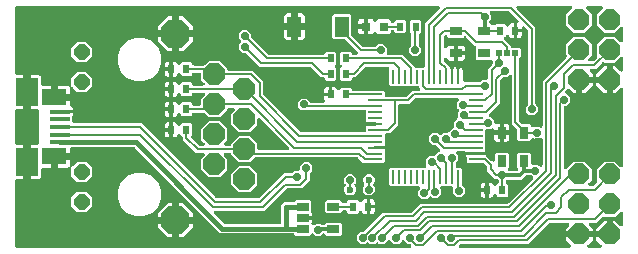
<source format=gbr>
G04 EAGLE Gerber X2 export*
G75*
%MOMM*%
%FSLAX34Y34*%
%LPD*%
%AMOC8*
5,1,8,0,0,1.08239X$1,22.5*%
G01*
%ADD10R,0.558800X0.762000*%
%ADD11P,1.948302X8X292.500000*%
%ADD12P,2.597736X8X292.500000*%
%ADD13P,1.415766X8X292.500000*%
%ADD14P,1.924489X8X202.500000*%
%ADD15R,0.800000X0.800000*%
%ADD16R,1.700000X0.450000*%
%ADD17R,2.100000X1.475000*%
%ADD18R,1.900000X2.375000*%
%ADD19R,0.254000X1.143000*%
%ADD20R,1.143000X0.254000*%
%ADD21R,1.016000X0.762000*%
%ADD22R,0.762000X1.016000*%
%ADD23R,0.990000X0.690000*%
%ADD24R,1.200000X1.700000*%
%ADD25C,0.600000*%
%ADD26R,0.500000X0.500000*%
%ADD27P,0.654629X8X22.500000*%
%ADD28C,0.200000*%
%ADD29C,0.304800*%
%ADD30C,0.406400*%

G36*
X336638Y2552D02*
X336638Y2552D01*
X336738Y2554D01*
X336811Y2572D01*
X336884Y2581D01*
X336979Y2614D01*
X337076Y2639D01*
X337142Y2673D01*
X337212Y2698D01*
X337297Y2753D01*
X337386Y2799D01*
X337443Y2847D01*
X337505Y2887D01*
X337575Y2959D01*
X337652Y3024D01*
X337696Y3084D01*
X337747Y3138D01*
X337799Y3224D01*
X337859Y3305D01*
X337888Y3373D01*
X337926Y3437D01*
X337957Y3532D01*
X337997Y3625D01*
X338010Y3698D01*
X338033Y3769D01*
X338041Y3869D01*
X338058Y3968D01*
X338055Y4042D01*
X338061Y4116D01*
X338046Y4215D01*
X338040Y4316D01*
X338020Y4387D01*
X338009Y4461D01*
X337972Y4554D01*
X337944Y4651D01*
X337908Y4716D01*
X337880Y4785D01*
X337823Y4867D01*
X337774Y4955D01*
X337709Y5031D01*
X337681Y5071D01*
X337655Y5095D01*
X337615Y5141D01*
X337227Y5529D01*
X337128Y5608D01*
X337034Y5692D01*
X336992Y5716D01*
X336954Y5746D01*
X336840Y5800D01*
X336729Y5861D01*
X336683Y5874D01*
X336639Y5895D01*
X336515Y5921D01*
X336394Y5956D01*
X336333Y5961D01*
X336298Y5968D01*
X336250Y5967D01*
X336150Y5975D01*
X334919Y5975D01*
X332077Y8817D01*
X332057Y8833D01*
X332040Y8853D01*
X331920Y8941D01*
X331804Y9033D01*
X331780Y9045D01*
X331759Y9060D01*
X331623Y9119D01*
X331489Y9182D01*
X331463Y9188D01*
X331439Y9198D01*
X331293Y9225D01*
X331148Y9256D01*
X331122Y9255D01*
X331096Y9260D01*
X330948Y9252D01*
X330800Y9250D01*
X330774Y9243D01*
X330748Y9242D01*
X330606Y9201D01*
X330462Y9165D01*
X330439Y9153D01*
X330413Y9146D01*
X330284Y9073D01*
X330152Y9005D01*
X330132Y8988D01*
X330109Y8975D01*
X329923Y8817D01*
X327081Y5975D01*
X322919Y5975D01*
X320077Y8817D01*
X320057Y8833D01*
X320040Y8853D01*
X319920Y8941D01*
X319804Y9033D01*
X319780Y9045D01*
X319759Y9060D01*
X319623Y9119D01*
X319489Y9182D01*
X319463Y9188D01*
X319439Y9198D01*
X319293Y9225D01*
X319148Y9256D01*
X319122Y9255D01*
X319096Y9260D01*
X318948Y9252D01*
X318800Y9250D01*
X318774Y9243D01*
X318748Y9242D01*
X318606Y9201D01*
X318462Y9165D01*
X318439Y9153D01*
X318413Y9146D01*
X318284Y9073D01*
X318152Y9005D01*
X318132Y8988D01*
X318109Y8975D01*
X317923Y8817D01*
X315081Y5975D01*
X310919Y5975D01*
X310077Y6817D01*
X310057Y6833D01*
X310040Y6853D01*
X309920Y6941D01*
X309804Y7033D01*
X309780Y7045D01*
X309759Y7060D01*
X309623Y7119D01*
X309489Y7182D01*
X309463Y7188D01*
X309439Y7198D01*
X309293Y7225D01*
X309148Y7256D01*
X309122Y7255D01*
X309096Y7260D01*
X308948Y7252D01*
X308800Y7250D01*
X308774Y7243D01*
X308748Y7242D01*
X308606Y7201D01*
X308462Y7165D01*
X308439Y7153D01*
X308413Y7146D01*
X308284Y7073D01*
X308152Y7005D01*
X308132Y6988D01*
X308109Y6975D01*
X307923Y6817D01*
X307081Y5975D01*
X302919Y5975D01*
X302077Y6817D01*
X302057Y6833D01*
X302040Y6853D01*
X301920Y6941D01*
X301804Y7033D01*
X301780Y7045D01*
X301759Y7060D01*
X301623Y7119D01*
X301489Y7182D01*
X301463Y7188D01*
X301439Y7198D01*
X301293Y7225D01*
X301148Y7256D01*
X301122Y7255D01*
X301096Y7260D01*
X300948Y7252D01*
X300800Y7250D01*
X300774Y7243D01*
X300748Y7242D01*
X300606Y7201D01*
X300462Y7165D01*
X300439Y7153D01*
X300413Y7146D01*
X300284Y7073D01*
X300152Y7005D01*
X300132Y6988D01*
X300109Y6975D01*
X299923Y6817D01*
X299081Y5975D01*
X294919Y5975D01*
X291975Y8919D01*
X291975Y13081D01*
X294919Y16025D01*
X297150Y16025D01*
X297276Y16039D01*
X297402Y16046D01*
X297448Y16059D01*
X297496Y16065D01*
X297615Y16107D01*
X297737Y16142D01*
X297779Y16166D01*
X297824Y16182D01*
X297931Y16251D01*
X298041Y16312D01*
X298087Y16352D01*
X298117Y16371D01*
X298151Y16406D01*
X298227Y16471D01*
X314257Y32501D01*
X337626Y32501D01*
X337752Y32515D01*
X337878Y32522D01*
X337924Y32535D01*
X337972Y32541D01*
X338091Y32583D01*
X338213Y32618D01*
X338255Y32642D01*
X338300Y32658D01*
X338407Y32727D01*
X338517Y32788D01*
X338563Y32828D01*
X338593Y32847D01*
X338627Y32882D01*
X338703Y32947D01*
X345757Y40001D01*
X419126Y40001D01*
X419252Y40015D01*
X419378Y40022D01*
X419424Y40035D01*
X419472Y40041D01*
X419591Y40083D01*
X419713Y40118D01*
X419755Y40142D01*
X419800Y40158D01*
X419907Y40227D01*
X420017Y40288D01*
X420063Y40328D01*
X420093Y40347D01*
X420127Y40382D01*
X420203Y40447D01*
X440748Y60992D01*
X440764Y61012D01*
X440784Y61029D01*
X440873Y61149D01*
X440965Y61265D01*
X440976Y61288D01*
X440991Y61310D01*
X441050Y61446D01*
X441114Y61580D01*
X441119Y61606D01*
X441129Y61630D01*
X441156Y61776D01*
X441187Y61921D01*
X441187Y61947D01*
X441191Y61973D01*
X441184Y62121D01*
X441181Y62269D01*
X441175Y62294D01*
X441173Y62321D01*
X441132Y62463D01*
X441096Y62607D01*
X441084Y62630D01*
X441077Y62655D01*
X441004Y62785D01*
X440936Y62917D01*
X440919Y62937D01*
X440907Y62960D01*
X440748Y63146D01*
X439865Y64029D01*
X439766Y64108D01*
X439672Y64192D01*
X439630Y64216D01*
X439592Y64246D01*
X439478Y64300D01*
X439367Y64361D01*
X439320Y64374D01*
X439277Y64395D01*
X439153Y64421D01*
X439032Y64456D01*
X438971Y64461D01*
X438936Y64468D01*
X438888Y64467D01*
X438788Y64475D01*
X436091Y64475D01*
X435965Y64461D01*
X435839Y64454D01*
X435793Y64441D01*
X435745Y64435D01*
X435626Y64393D01*
X435504Y64358D01*
X435462Y64334D01*
X435417Y64318D01*
X435310Y64249D01*
X435200Y64188D01*
X435154Y64148D01*
X435124Y64129D01*
X435090Y64094D01*
X435014Y64029D01*
X431460Y60475D01*
X419524Y60475D01*
X419498Y60472D01*
X419472Y60474D01*
X419325Y60452D01*
X419178Y60435D01*
X419153Y60427D01*
X419127Y60423D01*
X418989Y60368D01*
X418850Y60318D01*
X418828Y60304D01*
X418803Y60294D01*
X418682Y60209D01*
X418557Y60129D01*
X418539Y60110D01*
X418517Y60095D01*
X418418Y59985D01*
X418315Y59878D01*
X418301Y59856D01*
X418284Y59836D01*
X418212Y59706D01*
X418136Y59579D01*
X418128Y59554D01*
X418115Y59531D01*
X418075Y59388D01*
X418030Y59247D01*
X418028Y59221D01*
X418020Y59196D01*
X418001Y58952D01*
X418001Y58564D01*
X418015Y58438D01*
X418022Y58312D01*
X418035Y58265D01*
X418041Y58217D01*
X418083Y58098D01*
X418118Y57977D01*
X418142Y57935D01*
X418158Y57889D01*
X418227Y57783D01*
X418288Y57673D01*
X418328Y57627D01*
X418347Y57597D01*
X418382Y57563D01*
X418447Y57487D01*
X419795Y56139D01*
X419795Y46861D01*
X418623Y45689D01*
X411377Y45689D01*
X410134Y46933D01*
X410115Y46986D01*
X410069Y47128D01*
X410056Y47149D01*
X410048Y47173D01*
X409967Y47298D01*
X409890Y47427D01*
X409872Y47445D01*
X409859Y47465D01*
X409751Y47570D01*
X409647Y47677D01*
X409626Y47690D01*
X409608Y47708D01*
X409480Y47784D01*
X409354Y47865D01*
X409330Y47874D01*
X409309Y47886D01*
X409167Y47932D01*
X409025Y47982D01*
X409001Y47985D01*
X408977Y47993D01*
X408828Y48005D01*
X408679Y48022D01*
X408654Y48019D01*
X408630Y48021D01*
X408482Y47998D01*
X408333Y47981D01*
X408310Y47973D01*
X408285Y47969D01*
X408146Y47914D01*
X408005Y47863D01*
X407984Y47849D01*
X407961Y47840D01*
X407839Y47755D01*
X407713Y47673D01*
X407695Y47655D01*
X407675Y47641D01*
X407575Y47530D01*
X407471Y47422D01*
X407458Y47401D01*
X407442Y47383D01*
X407369Y47251D01*
X407293Y47123D01*
X407283Y47095D01*
X407273Y47077D01*
X407260Y47032D01*
X407211Y46892D01*
X407162Y46709D01*
X406827Y46130D01*
X406354Y45657D01*
X405775Y45322D01*
X405129Y45149D01*
X403523Y45149D01*
X403523Y51500D01*
X403523Y57851D01*
X405129Y57851D01*
X405775Y57678D01*
X406354Y57343D01*
X406827Y56870D01*
X407162Y56291D01*
X407211Y56108D01*
X407266Y55968D01*
X407316Y55827D01*
X407330Y55807D01*
X407339Y55783D01*
X407424Y55660D01*
X407505Y55535D01*
X407523Y55517D01*
X407537Y55497D01*
X407648Y55396D01*
X407756Y55292D01*
X407777Y55280D01*
X407795Y55263D01*
X407926Y55190D01*
X408055Y55114D01*
X408078Y55106D01*
X408100Y55094D01*
X408245Y55053D01*
X408387Y55007D01*
X408412Y55005D01*
X408435Y54999D01*
X408585Y54991D01*
X408734Y54979D01*
X408759Y54983D01*
X408784Y54982D01*
X408931Y55009D01*
X409079Y55031D01*
X409102Y55040D01*
X409126Y55045D01*
X409263Y55104D01*
X409403Y55160D01*
X409423Y55174D01*
X409446Y55184D01*
X409566Y55273D01*
X409689Y55359D01*
X409706Y55377D01*
X409725Y55392D01*
X409822Y55506D01*
X409922Y55617D01*
X409934Y55639D01*
X409950Y55658D01*
X410018Y55791D01*
X410091Y55923D01*
X410098Y55946D01*
X410109Y55969D01*
X410133Y56067D01*
X411553Y57487D01*
X411632Y57586D01*
X411716Y57679D01*
X411740Y57722D01*
X411770Y57760D01*
X411824Y57874D01*
X411885Y57984D01*
X411898Y58031D01*
X411919Y58075D01*
X411945Y58198D01*
X411980Y58320D01*
X411985Y58381D01*
X411992Y58415D01*
X411991Y58463D01*
X411999Y58564D01*
X411999Y59264D01*
X411985Y59389D01*
X411978Y59516D01*
X411965Y59562D01*
X411959Y59610D01*
X411917Y59729D01*
X411882Y59850D01*
X411858Y59893D01*
X411842Y59938D01*
X411773Y60044D01*
X411712Y60155D01*
X411672Y60201D01*
X411653Y60231D01*
X411618Y60264D01*
X411553Y60341D01*
X411341Y60553D01*
X411242Y60632D01*
X411148Y60716D01*
X411106Y60740D01*
X411068Y60770D01*
X410954Y60824D01*
X410843Y60885D01*
X410796Y60898D01*
X410753Y60919D01*
X410629Y60945D01*
X410508Y60980D01*
X410447Y60985D01*
X410412Y60992D01*
X410364Y60991D01*
X410264Y60999D01*
X408757Y60999D01*
X401999Y67757D01*
X401999Y71126D01*
X401998Y71136D01*
X401998Y71139D01*
X401996Y71156D01*
X401985Y71252D01*
X401978Y71378D01*
X401965Y71424D01*
X401959Y71472D01*
X401917Y71591D01*
X401882Y71713D01*
X401858Y71755D01*
X401842Y71800D01*
X401773Y71907D01*
X401712Y72017D01*
X401672Y72063D01*
X401653Y72093D01*
X401618Y72127D01*
X401553Y72203D01*
X399973Y73783D01*
X399874Y73862D01*
X399780Y73946D01*
X399738Y73970D01*
X399700Y74000D01*
X399586Y74054D01*
X399475Y74115D01*
X399429Y74128D01*
X399385Y74149D01*
X399262Y74175D01*
X399140Y74210D01*
X399079Y74215D01*
X399044Y74222D01*
X398996Y74221D01*
X398896Y74229D01*
X385956Y74229D01*
X384784Y75401D01*
X384784Y79206D01*
X384773Y79307D01*
X384771Y79409D01*
X384753Y79480D01*
X384744Y79552D01*
X384710Y79648D01*
X384685Y79747D01*
X384643Y79835D01*
X384627Y79880D01*
X384607Y79911D01*
X384580Y79967D01*
X384417Y80249D01*
X384244Y80895D01*
X384244Y80977D01*
X392500Y80977D01*
X401181Y80977D01*
X401246Y80918D01*
X401353Y80815D01*
X401375Y80801D01*
X401395Y80784D01*
X401525Y80712D01*
X401542Y80701D01*
X405797Y76447D01*
X406114Y76130D01*
X406193Y76067D01*
X406265Y75998D01*
X406329Y75959D01*
X406387Y75913D01*
X406478Y75870D01*
X406564Y75819D01*
X406635Y75796D01*
X406702Y75764D01*
X406800Y75743D01*
X406896Y75712D01*
X406970Y75706D01*
X407043Y75691D01*
X407143Y75693D01*
X407243Y75684D01*
X407317Y75695D01*
X407391Y75697D01*
X407489Y75721D01*
X407588Y75736D01*
X407657Y75764D01*
X407729Y75782D01*
X407818Y75828D01*
X407912Y75865D01*
X407973Y75907D01*
X408039Y75941D01*
X408115Y76007D01*
X408198Y76064D01*
X408248Y76119D01*
X408304Y76167D01*
X408364Y76248D01*
X408431Y76323D01*
X408467Y76388D01*
X408512Y76447D01*
X408551Y76540D01*
X408600Y76628D01*
X408620Y76699D01*
X408650Y76767D01*
X408667Y76866D01*
X408695Y76963D01*
X408703Y77063D01*
X408711Y77111D01*
X408709Y77146D01*
X408714Y77207D01*
X408714Y82109D01*
X409886Y83281D01*
X419164Y83281D01*
X420336Y82109D01*
X420336Y70291D01*
X420170Y70125D01*
X420107Y70047D01*
X420037Y69974D01*
X419999Y69910D01*
X419953Y69852D01*
X419910Y69761D01*
X419858Y69675D01*
X419836Y69604D01*
X419804Y69537D01*
X419783Y69439D01*
X419752Y69343D01*
X419746Y69269D01*
X419731Y69196D01*
X419732Y69096D01*
X419724Y68996D01*
X419735Y68922D01*
X419737Y68848D01*
X419761Y68751D01*
X419776Y68651D01*
X419803Y68582D01*
X419822Y68510D01*
X419868Y68421D01*
X419905Y68327D01*
X419947Y68266D01*
X419981Y68200D01*
X420046Y68123D01*
X420104Y68041D01*
X420159Y67991D01*
X420207Y67935D01*
X420288Y67875D01*
X420362Y67808D01*
X420428Y67772D01*
X420487Y67727D01*
X420579Y67688D01*
X420667Y67639D01*
X420739Y67619D01*
X420807Y67589D01*
X420906Y67572D01*
X421003Y67544D01*
X421103Y67536D01*
X421150Y67528D01*
X421186Y67530D01*
X421247Y67525D01*
X426753Y67525D01*
X426853Y67536D01*
X426954Y67538D01*
X427026Y67556D01*
X427100Y67565D01*
X427194Y67598D01*
X427292Y67623D01*
X427358Y67657D01*
X427428Y67682D01*
X427512Y67737D01*
X427601Y67783D01*
X427658Y67831D01*
X427720Y67871D01*
X427790Y67943D01*
X427867Y68008D01*
X427911Y68068D01*
X427963Y68122D01*
X428014Y68208D01*
X428074Y68289D01*
X428103Y68357D01*
X428142Y68421D01*
X428172Y68516D01*
X428212Y68609D01*
X428225Y68682D01*
X428248Y68753D01*
X428256Y68853D01*
X428274Y68952D01*
X428270Y69026D01*
X428276Y69100D01*
X428261Y69199D01*
X428256Y69300D01*
X428235Y69371D01*
X428224Y69445D01*
X428187Y69538D01*
X428159Y69635D01*
X428123Y69700D01*
X428095Y69769D01*
X428038Y69851D01*
X427989Y69939D01*
X427924Y70015D01*
X427896Y70055D01*
X427870Y70079D01*
X427830Y70125D01*
X427664Y70291D01*
X427664Y82109D01*
X428836Y83281D01*
X438114Y83281D01*
X439286Y82109D01*
X439286Y74548D01*
X439289Y74522D01*
X439287Y74496D01*
X439309Y74349D01*
X439326Y74202D01*
X439334Y74177D01*
X439338Y74151D01*
X439393Y74013D01*
X439443Y73874D01*
X439457Y73852D01*
X439467Y73827D01*
X439552Y73706D01*
X439632Y73581D01*
X439651Y73563D01*
X439666Y73541D01*
X439776Y73442D01*
X439883Y73339D01*
X439905Y73325D01*
X439925Y73308D01*
X440055Y73236D01*
X440182Y73160D01*
X440207Y73152D01*
X440230Y73139D01*
X440373Y73099D01*
X440514Y73054D01*
X440540Y73052D01*
X440565Y73044D01*
X440809Y73025D01*
X445081Y73025D01*
X446399Y71707D01*
X446478Y71645D01*
X446550Y71575D01*
X446614Y71537D01*
X446672Y71490D01*
X446763Y71448D01*
X446849Y71396D01*
X446920Y71373D01*
X446987Y71342D01*
X447085Y71320D01*
X447181Y71290D01*
X447255Y71284D01*
X447328Y71268D01*
X447428Y71270D01*
X447528Y71262D01*
X447602Y71273D01*
X447676Y71274D01*
X447773Y71299D01*
X447873Y71314D01*
X447942Y71341D01*
X448014Y71359D01*
X448103Y71405D01*
X448197Y71442D01*
X448258Y71485D01*
X448324Y71519D01*
X448400Y71584D01*
X448483Y71641D01*
X448533Y71696D01*
X448589Y71745D01*
X448649Y71825D01*
X448716Y71900D01*
X448752Y71965D01*
X448797Y72025D01*
X448836Y72117D01*
X448885Y72205D01*
X448905Y72277D01*
X448935Y72345D01*
X448952Y72444D01*
X448980Y72540D01*
X448988Y72640D01*
X448996Y72688D01*
X448994Y72724D01*
X448999Y72784D01*
X448999Y94216D01*
X448988Y94316D01*
X448986Y94416D01*
X448968Y94488D01*
X448959Y94562D01*
X448926Y94656D01*
X448901Y94754D01*
X448867Y94820D01*
X448842Y94890D01*
X448787Y94975D01*
X448741Y95064D01*
X448693Y95120D01*
X448653Y95183D01*
X448581Y95253D01*
X448516Y95329D01*
X448456Y95373D01*
X448402Y95425D01*
X448316Y95477D01*
X448235Y95536D01*
X448167Y95566D01*
X448103Y95604D01*
X448008Y95635D01*
X447915Y95674D01*
X447842Y95688D01*
X447771Y95710D01*
X447671Y95718D01*
X447572Y95736D01*
X447498Y95732D01*
X447424Y95738D01*
X447325Y95723D01*
X447224Y95718D01*
X447153Y95697D01*
X447079Y95686D01*
X446986Y95649D01*
X446889Y95622D01*
X446824Y95585D01*
X446755Y95558D01*
X446673Y95500D01*
X446585Y95451D01*
X446509Y95386D01*
X446469Y95359D01*
X446445Y95332D01*
X446399Y95293D01*
X446081Y94975D01*
X441919Y94975D01*
X441886Y95008D01*
X441808Y95070D01*
X441735Y95140D01*
X441671Y95178D01*
X441613Y95224D01*
X441522Y95267D01*
X441436Y95319D01*
X441365Y95342D01*
X441298Y95373D01*
X441200Y95395D01*
X441104Y95425D01*
X441030Y95431D01*
X440957Y95447D01*
X440857Y95445D01*
X440757Y95453D01*
X440683Y95442D01*
X440609Y95441D01*
X440511Y95416D01*
X440412Y95401D01*
X440343Y95374D01*
X440271Y95356D01*
X440182Y95310D01*
X440088Y95273D01*
X440027Y95230D01*
X439961Y95196D01*
X439885Y95131D01*
X439802Y95074D01*
X439752Y95019D01*
X439696Y94970D01*
X439636Y94890D01*
X439569Y94815D01*
X439533Y94750D01*
X439488Y94690D01*
X439449Y94598D01*
X439400Y94510D01*
X439380Y94438D01*
X439350Y94370D01*
X439350Y94368D01*
X438114Y93132D01*
X428836Y93132D01*
X427664Y94304D01*
X427664Y102461D01*
X427650Y102587D01*
X427643Y102713D01*
X427630Y102759D01*
X427624Y102807D01*
X427582Y102926D01*
X427547Y103048D01*
X427523Y103090D01*
X427507Y103135D01*
X427438Y103242D01*
X427377Y103352D01*
X427337Y103398D01*
X427318Y103428D01*
X427283Y103462D01*
X427218Y103538D01*
X423339Y107418D01*
X423241Y107495D01*
X423148Y107579D01*
X423104Y107604D01*
X423066Y107634D01*
X422981Y107674D01*
X422988Y107755D01*
X422996Y107803D01*
X422994Y107838D01*
X422999Y107899D01*
X422999Y147922D01*
X422988Y148022D01*
X422986Y148122D01*
X422968Y148194D01*
X422959Y148268D01*
X422926Y148362D01*
X422901Y148460D01*
X422867Y148526D01*
X422842Y148596D01*
X422787Y148680D01*
X422741Y148770D01*
X422693Y148826D01*
X422653Y148889D01*
X422581Y148959D01*
X422516Y149035D01*
X422456Y149079D01*
X422402Y149131D01*
X422316Y149183D01*
X422235Y149242D01*
X422167Y149272D01*
X422103Y149310D01*
X422007Y149341D01*
X421915Y149380D01*
X421842Y149393D01*
X421771Y149416D01*
X421671Y149424D01*
X421572Y149442D01*
X421498Y149438D01*
X421424Y149444D01*
X421324Y149429D01*
X421224Y149424D01*
X421153Y149403D01*
X421079Y149392D01*
X420986Y149355D01*
X420889Y149328D01*
X420824Y149291D01*
X420755Y149264D01*
X420673Y149206D01*
X420585Y149157D01*
X420509Y149092D01*
X420469Y149065D01*
X420445Y149038D01*
X420399Y148999D01*
X419081Y147681D01*
X416850Y147681D01*
X416724Y147667D01*
X416598Y147660D01*
X416552Y147647D01*
X416504Y147641D01*
X416385Y147599D01*
X416263Y147564D01*
X416221Y147540D01*
X416176Y147524D01*
X416069Y147455D01*
X415959Y147394D01*
X415913Y147354D01*
X415883Y147335D01*
X415849Y147300D01*
X415773Y147235D01*
X413447Y144909D01*
X413368Y144810D01*
X413284Y144716D01*
X413260Y144674D01*
X413230Y144636D01*
X413176Y144522D01*
X413115Y144411D01*
X413102Y144365D01*
X413081Y144321D01*
X413055Y144198D01*
X413020Y144076D01*
X413015Y144015D01*
X413008Y143980D01*
X413009Y143932D01*
X413001Y143832D01*
X413001Y124757D01*
X410797Y122553D01*
X403869Y115625D01*
X403806Y115547D01*
X403737Y115474D01*
X403698Y115410D01*
X403652Y115352D01*
X403609Y115261D01*
X403558Y115175D01*
X403535Y115104D01*
X403503Y115037D01*
X403482Y114939D01*
X403451Y114843D01*
X403445Y114769D01*
X403430Y114696D01*
X403432Y114596D01*
X403423Y114496D01*
X403435Y114422D01*
X403436Y114348D01*
X403460Y114251D01*
X403475Y114151D01*
X403503Y114082D01*
X403521Y114010D01*
X403567Y113920D01*
X403604Y113827D01*
X403646Y113766D01*
X403680Y113700D01*
X403746Y113623D01*
X403803Y113541D01*
X403858Y113491D01*
X403906Y113435D01*
X403987Y113375D01*
X404062Y113308D01*
X404127Y113272D01*
X404187Y113227D01*
X404279Y113188D01*
X404367Y113139D01*
X404438Y113119D01*
X404507Y113089D01*
X404605Y113072D01*
X404702Y113044D01*
X404802Y113036D01*
X404850Y113028D01*
X404885Y113030D01*
X404946Y113025D01*
X405081Y113025D01*
X408025Y110081D01*
X408025Y109187D01*
X408031Y109136D01*
X408028Y109085D01*
X408050Y108964D01*
X408065Y108841D01*
X408082Y108793D01*
X408091Y108743D01*
X408140Y108629D01*
X408182Y108513D01*
X408210Y108470D01*
X408230Y108423D01*
X408304Y108324D01*
X408371Y108220D01*
X408408Y108184D01*
X408438Y108144D01*
X408533Y108064D01*
X408622Y107978D01*
X408666Y107952D01*
X408705Y107919D01*
X408815Y107863D01*
X408921Y107799D01*
X408969Y107783D01*
X409015Y107760D01*
X409135Y107730D01*
X409253Y107693D01*
X409304Y107689D01*
X409353Y107676D01*
X409477Y107675D01*
X409600Y107665D01*
X409651Y107672D01*
X409702Y107672D01*
X409942Y107716D01*
X409945Y107716D01*
X409945Y107717D01*
X410380Y107833D01*
X412621Y107833D01*
X412621Y102117D01*
X408174Y102117D01*
X408174Y102391D01*
X408163Y102491D01*
X408161Y102591D01*
X408143Y102663D01*
X408134Y102737D01*
X408100Y102832D01*
X408076Y102929D01*
X408042Y102995D01*
X408017Y103065D01*
X407962Y103150D01*
X407916Y103239D01*
X407868Y103295D01*
X407828Y103358D01*
X407756Y103428D01*
X407691Y103504D01*
X407631Y103548D01*
X407577Y103600D01*
X407491Y103652D01*
X407410Y103711D01*
X407342Y103741D01*
X407278Y103779D01*
X407183Y103810D01*
X407090Y103849D01*
X407017Y103863D01*
X406946Y103885D01*
X406846Y103893D01*
X406747Y103911D01*
X406673Y103907D01*
X406599Y103913D01*
X406499Y103898D01*
X406399Y103893D01*
X406328Y103873D01*
X406254Y103861D01*
X406161Y103824D01*
X406064Y103797D01*
X405999Y103760D01*
X405930Y103733D01*
X405848Y103675D01*
X405760Y103626D01*
X405684Y103561D01*
X405644Y103534D01*
X405620Y103507D01*
X405574Y103468D01*
X405081Y102975D01*
X401739Y102975D01*
X401713Y102972D01*
X401687Y102974D01*
X401540Y102952D01*
X401393Y102935D01*
X401368Y102927D01*
X401342Y102923D01*
X401204Y102868D01*
X401065Y102818D01*
X401043Y102804D01*
X401018Y102794D01*
X400897Y102709D01*
X400772Y102629D01*
X400754Y102610D01*
X400732Y102595D01*
X400633Y102485D01*
X400530Y102378D01*
X400516Y102356D01*
X400499Y102336D01*
X400427Y102206D01*
X400351Y102079D01*
X400343Y102054D01*
X400330Y102031D01*
X400290Y101888D01*
X400245Y101747D01*
X400243Y101721D01*
X400235Y101696D01*
X400216Y101452D01*
X400216Y85794D01*
X400227Y85693D01*
X400229Y85591D01*
X400247Y85520D01*
X400256Y85448D01*
X400290Y85352D01*
X400315Y85253D01*
X400357Y85165D01*
X400373Y85120D01*
X400393Y85089D01*
X400420Y85033D01*
X400583Y84751D01*
X400756Y84105D01*
X400756Y84023D01*
X392500Y84023D01*
X383819Y84023D01*
X383755Y84082D01*
X383647Y84185D01*
X383625Y84199D01*
X383605Y84216D01*
X383475Y84288D01*
X383348Y84364D01*
X383323Y84372D01*
X383300Y84385D01*
X383157Y84425D01*
X383016Y84470D01*
X382990Y84472D01*
X382965Y84480D01*
X382721Y84499D01*
X377342Y84499D01*
X377242Y84488D01*
X377142Y84486D01*
X377069Y84468D01*
X376996Y84459D01*
X376901Y84426D01*
X376804Y84401D01*
X376738Y84367D01*
X376668Y84342D01*
X376583Y84287D01*
X376494Y84241D01*
X376437Y84193D01*
X376375Y84153D01*
X376305Y84081D01*
X376228Y84016D01*
X376184Y83956D01*
X376133Y83902D01*
X376081Y83816D01*
X376021Y83735D01*
X375992Y83667D01*
X375954Y83603D01*
X375923Y83507D01*
X375883Y83415D01*
X375870Y83342D01*
X375847Y83271D01*
X375839Y83171D01*
X375822Y83072D01*
X375825Y82998D01*
X375819Y82924D01*
X375834Y82824D01*
X375840Y82724D01*
X375860Y82653D01*
X375871Y82579D01*
X375908Y82486D01*
X375936Y82389D01*
X375972Y82324D01*
X376000Y82255D01*
X376057Y82173D01*
X376106Y82085D01*
X376171Y82009D01*
X376199Y81969D01*
X376225Y81945D01*
X376265Y81899D01*
X377525Y80639D01*
X377525Y76476D01*
X375947Y74898D01*
X375868Y74799D01*
X375784Y74706D01*
X375760Y74663D01*
X375730Y74625D01*
X375676Y74511D01*
X375615Y74401D01*
X375602Y74354D01*
X375581Y74310D01*
X375555Y74187D01*
X375520Y74065D01*
X375515Y74004D01*
X375508Y73970D01*
X375509Y73922D01*
X375501Y73821D01*
X375501Y71739D01*
X375504Y71713D01*
X375502Y71687D01*
X375524Y71540D01*
X375541Y71393D01*
X375549Y71368D01*
X375553Y71342D01*
X375608Y71204D01*
X375658Y71065D01*
X375672Y71043D01*
X375682Y71018D01*
X375767Y70897D01*
X375847Y70772D01*
X375866Y70754D01*
X375881Y70732D01*
X375991Y70633D01*
X376098Y70530D01*
X376120Y70516D01*
X376140Y70499D01*
X376270Y70427D01*
X376397Y70351D01*
X376422Y70343D01*
X376445Y70330D01*
X376588Y70290D01*
X376729Y70245D01*
X376755Y70243D01*
X376780Y70235D01*
X377024Y70216D01*
X379599Y70216D01*
X380771Y69044D01*
X380771Y55966D01*
X380785Y55841D01*
X380792Y55714D01*
X380805Y55668D01*
X380811Y55620D01*
X380853Y55501D01*
X380888Y55380D01*
X380912Y55337D01*
X380928Y55292D01*
X380997Y55186D01*
X381058Y55075D01*
X381098Y55029D01*
X381117Y54999D01*
X381152Y54966D01*
X381217Y54889D01*
X383025Y53081D01*
X383025Y48919D01*
X380081Y45975D01*
X375919Y45975D01*
X372975Y48919D01*
X372975Y53261D01*
X372972Y53287D01*
X372974Y53313D01*
X372952Y53460D01*
X372935Y53607D01*
X372927Y53632D01*
X372923Y53658D01*
X372868Y53796D01*
X372818Y53935D01*
X372804Y53957D01*
X372794Y53982D01*
X372709Y54103D01*
X372629Y54228D01*
X372610Y54246D01*
X372595Y54268D01*
X372485Y54367D01*
X372378Y54470D01*
X372356Y54484D01*
X372336Y54501D01*
X372206Y54573D01*
X372079Y54649D01*
X372054Y54657D01*
X372031Y54670D01*
X371888Y54710D01*
X371747Y54755D01*
X371721Y54757D01*
X371696Y54765D01*
X371452Y54784D01*
X363999Y54784D01*
X363899Y54773D01*
X363799Y54771D01*
X363727Y54753D01*
X363653Y54744D01*
X363558Y54711D01*
X363461Y54686D01*
X363395Y54652D01*
X363325Y54627D01*
X363240Y54572D01*
X363151Y54526D01*
X363095Y54478D01*
X363032Y54438D01*
X362962Y54366D01*
X362886Y54301D01*
X362842Y54241D01*
X362790Y54187D01*
X362738Y54101D01*
X362679Y54020D01*
X362649Y53952D01*
X362611Y53888D01*
X362580Y53793D01*
X362541Y53700D01*
X362527Y53627D01*
X362505Y53556D01*
X362497Y53456D01*
X362479Y53357D01*
X362483Y53283D01*
X362477Y53209D01*
X362492Y53110D01*
X362497Y53009D01*
X362518Y52938D01*
X362529Y52864D01*
X362566Y52771D01*
X362593Y52674D01*
X362630Y52609D01*
X362657Y52540D01*
X362715Y52458D01*
X362764Y52370D01*
X362829Y52294D01*
X362856Y52254D01*
X362883Y52230D01*
X362922Y52184D01*
X363025Y52081D01*
X363025Y47919D01*
X360081Y44975D01*
X355919Y44975D01*
X355077Y45817D01*
X355056Y45833D01*
X355040Y45853D01*
X354920Y45941D01*
X354804Y46033D01*
X354780Y46045D01*
X354759Y46060D01*
X354623Y46119D01*
X354489Y46182D01*
X354463Y46188D01*
X354439Y46198D01*
X354293Y46225D01*
X354148Y46256D01*
X354122Y46255D01*
X354096Y46260D01*
X353948Y46252D01*
X353800Y46250D01*
X353774Y46243D01*
X353748Y46242D01*
X353606Y46201D01*
X353462Y46165D01*
X353439Y46153D01*
X353413Y46146D01*
X353284Y46073D01*
X353152Y46005D01*
X353132Y45988D01*
X353109Y45975D01*
X352923Y45817D01*
X351081Y43975D01*
X346919Y43975D01*
X343975Y46919D01*
X343975Y51081D01*
X345078Y52184D01*
X345140Y52263D01*
X345210Y52335D01*
X345248Y52399D01*
X345295Y52457D01*
X345337Y52548D01*
X345389Y52634D01*
X345412Y52705D01*
X345443Y52772D01*
X345465Y52870D01*
X345495Y52966D01*
X345501Y53040D01*
X345517Y53113D01*
X345515Y53213D01*
X345523Y53313D01*
X345512Y53387D01*
X345511Y53461D01*
X345486Y53558D01*
X345471Y53658D01*
X345444Y53727D01*
X345426Y53799D01*
X345380Y53888D01*
X345343Y53982D01*
X345300Y54043D01*
X345266Y54109D01*
X345201Y54185D01*
X345144Y54268D01*
X345089Y54318D01*
X345040Y54374D01*
X344960Y54434D01*
X344885Y54501D01*
X344820Y54537D01*
X344760Y54582D01*
X344668Y54621D01*
X344580Y54670D01*
X344508Y54690D01*
X344440Y54720D01*
X344341Y54737D01*
X344245Y54765D01*
X344145Y54773D01*
X344097Y54781D01*
X344061Y54779D01*
X344001Y54784D01*
X320401Y54784D01*
X319229Y55956D01*
X319229Y69044D01*
X320401Y70216D01*
X349001Y70216D01*
X349101Y70227D01*
X349201Y70229D01*
X349273Y70247D01*
X349347Y70256D01*
X349442Y70289D01*
X349539Y70314D01*
X349605Y70348D01*
X349675Y70373D01*
X349760Y70428D01*
X349849Y70474D01*
X349905Y70522D01*
X349968Y70562D01*
X350038Y70634D01*
X350114Y70699D01*
X350158Y70759D01*
X350210Y70813D01*
X350262Y70899D01*
X350321Y70980D01*
X350351Y71048D01*
X350389Y71112D01*
X350420Y71207D01*
X350459Y71300D01*
X350473Y71373D01*
X350495Y71444D01*
X350503Y71544D01*
X350521Y71643D01*
X350517Y71717D01*
X350523Y71791D01*
X350508Y71890D01*
X350503Y71991D01*
X350482Y72062D01*
X350471Y72136D01*
X350434Y72229D01*
X350407Y72326D01*
X350370Y72391D01*
X350343Y72460D01*
X350285Y72542D01*
X350236Y72630D01*
X350171Y72706D01*
X350144Y72746D01*
X350117Y72770D01*
X350078Y72816D01*
X349975Y72919D01*
X349975Y77081D01*
X352919Y80025D01*
X356452Y80025D01*
X356478Y80028D01*
X356504Y80026D01*
X356651Y80048D01*
X356798Y80065D01*
X356823Y80073D01*
X356849Y80077D01*
X356987Y80132D01*
X357126Y80182D01*
X357148Y80196D01*
X357173Y80206D01*
X357294Y80291D01*
X357419Y80371D01*
X357437Y80390D01*
X357459Y80405D01*
X357558Y80515D01*
X357661Y80622D01*
X357675Y80644D01*
X357692Y80664D01*
X357764Y80794D01*
X357840Y80921D01*
X357848Y80946D01*
X357859Y80965D01*
X360919Y84025D01*
X361054Y84025D01*
X361154Y84036D01*
X361254Y84038D01*
X361327Y84056D01*
X361400Y84065D01*
X361495Y84098D01*
X361592Y84123D01*
X361658Y84157D01*
X361728Y84182D01*
X361813Y84237D01*
X361902Y84283D01*
X361959Y84331D01*
X362021Y84371D01*
X362091Y84443D01*
X362168Y84508D01*
X362212Y84568D01*
X362263Y84622D01*
X362315Y84708D01*
X362375Y84789D01*
X362404Y84857D01*
X362442Y84921D01*
X362473Y85017D01*
X362513Y85109D01*
X362526Y85182D01*
X362549Y85253D01*
X362557Y85353D01*
X362574Y85452D01*
X362571Y85526D01*
X362577Y85600D01*
X362562Y85700D01*
X362556Y85800D01*
X362536Y85871D01*
X362525Y85945D01*
X362488Y86038D01*
X362460Y86135D01*
X362424Y86200D01*
X362396Y86269D01*
X362339Y86351D01*
X362290Y86439D01*
X362225Y86515D01*
X362197Y86555D01*
X362171Y86579D01*
X362131Y86625D01*
X359227Y89529D01*
X359128Y89608D01*
X359034Y89692D01*
X358992Y89716D01*
X358954Y89746D01*
X358840Y89800D01*
X358729Y89861D01*
X358683Y89874D01*
X358639Y89895D01*
X358516Y89921D01*
X358394Y89956D01*
X358333Y89961D01*
X358298Y89968D01*
X358250Y89967D01*
X358150Y89975D01*
X355919Y89975D01*
X352975Y92919D01*
X352975Y97081D01*
X355919Y100025D01*
X360081Y100025D01*
X361423Y98683D01*
X361443Y98667D01*
X361460Y98647D01*
X361580Y98558D01*
X361696Y98467D01*
X361720Y98455D01*
X361741Y98440D01*
X361877Y98381D01*
X362011Y98318D01*
X362037Y98312D01*
X362061Y98302D01*
X362207Y98275D01*
X362352Y98244D01*
X362378Y98245D01*
X362404Y98240D01*
X362552Y98248D01*
X362700Y98250D01*
X362726Y98257D01*
X362752Y98258D01*
X362894Y98299D01*
X363038Y98335D01*
X363061Y98347D01*
X363087Y98354D01*
X363216Y98427D01*
X363348Y98495D01*
X363368Y98512D01*
X363391Y98525D01*
X363577Y98683D01*
X364919Y100025D01*
X368452Y100025D01*
X368478Y100028D01*
X368504Y100026D01*
X368651Y100048D01*
X368798Y100065D01*
X368823Y100073D01*
X368849Y100077D01*
X368987Y100132D01*
X369126Y100182D01*
X369148Y100196D01*
X369173Y100206D01*
X369294Y100291D01*
X369419Y100371D01*
X369437Y100390D01*
X369459Y100405D01*
X369558Y100515D01*
X369661Y100622D01*
X369675Y100644D01*
X369692Y100664D01*
X369764Y100794D01*
X369840Y100921D01*
X369848Y100946D01*
X369859Y100965D01*
X373048Y104154D01*
X373126Y104182D01*
X373148Y104196D01*
X373173Y104206D01*
X373294Y104291D01*
X373419Y104371D01*
X373437Y104390D01*
X373459Y104405D01*
X373558Y104515D01*
X373661Y104622D01*
X373675Y104644D01*
X373692Y104664D01*
X373764Y104794D01*
X373840Y104921D01*
X373848Y104946D01*
X373861Y104969D01*
X373901Y105112D01*
X373946Y105253D01*
X373948Y105279D01*
X373956Y105304D01*
X373975Y105548D01*
X373975Y109081D01*
X376773Y111879D01*
X376851Y111978D01*
X376936Y112071D01*
X376959Y112114D01*
X376989Y112152D01*
X377043Y112266D01*
X377104Y112376D01*
X377117Y112423D01*
X377138Y112467D01*
X377165Y112590D01*
X377199Y112712D01*
X377204Y112773D01*
X377211Y112807D01*
X377211Y112855D01*
X377219Y112956D01*
X377219Y117325D01*
X377817Y117923D01*
X377833Y117943D01*
X377853Y117960D01*
X377942Y118080D01*
X378033Y118196D01*
X378045Y118220D01*
X378060Y118241D01*
X378119Y118377D01*
X378182Y118511D01*
X378188Y118537D01*
X378198Y118561D01*
X378225Y118707D01*
X378256Y118852D01*
X378255Y118878D01*
X378260Y118904D01*
X378252Y119052D01*
X378250Y119200D01*
X378243Y119226D01*
X378242Y119252D01*
X378201Y119394D01*
X378165Y119538D01*
X378153Y119561D01*
X378146Y119587D01*
X378073Y119716D01*
X378005Y119848D01*
X377988Y119868D01*
X377975Y119891D01*
X377817Y120077D01*
X376475Y121419D01*
X376475Y125581D01*
X377793Y126899D01*
X377855Y126978D01*
X377925Y127050D01*
X377963Y127114D01*
X378010Y127172D01*
X378052Y127263D01*
X378104Y127349D01*
X378127Y127420D01*
X378158Y127487D01*
X378180Y127585D01*
X378210Y127681D01*
X378216Y127755D01*
X378232Y127828D01*
X378230Y127928D01*
X378238Y128028D01*
X378227Y128102D01*
X378226Y128176D01*
X378201Y128273D01*
X378186Y128373D01*
X378159Y128442D01*
X378141Y128514D01*
X378095Y128603D01*
X378058Y128697D01*
X378015Y128758D01*
X377981Y128824D01*
X377916Y128900D01*
X377859Y128983D01*
X377804Y129033D01*
X377755Y129089D01*
X377675Y129149D01*
X377600Y129216D01*
X377535Y129252D01*
X377475Y129297D01*
X377383Y129336D01*
X377295Y129385D01*
X377223Y129405D01*
X377155Y129435D01*
X377056Y129452D01*
X376960Y129480D01*
X376860Y129488D01*
X376812Y129496D01*
X376776Y129494D01*
X376716Y129499D01*
X341874Y129499D01*
X341748Y129485D01*
X341622Y129478D01*
X341576Y129465D01*
X341528Y129459D01*
X341409Y129417D01*
X341287Y129382D01*
X341245Y129358D01*
X341200Y129342D01*
X341093Y129273D01*
X340983Y129212D01*
X340937Y129172D01*
X340907Y129153D01*
X340873Y129118D01*
X340797Y129053D01*
X336243Y124499D01*
X328524Y124499D01*
X328498Y124496D01*
X328472Y124498D01*
X328325Y124476D01*
X328178Y124459D01*
X328153Y124451D01*
X328127Y124447D01*
X327989Y124392D01*
X327850Y124342D01*
X327828Y124328D01*
X327803Y124318D01*
X327682Y124233D01*
X327557Y124153D01*
X327539Y124134D01*
X327517Y124119D01*
X327418Y124009D01*
X327315Y123902D01*
X327301Y123880D01*
X327284Y123860D01*
X327212Y123730D01*
X327136Y123603D01*
X327128Y123578D01*
X327115Y123555D01*
X327075Y123412D01*
X327030Y123271D01*
X327028Y123245D01*
X327020Y123220D01*
X327001Y122976D01*
X327001Y106757D01*
X319743Y99499D01*
X316739Y99499D01*
X316713Y99496D01*
X316687Y99498D01*
X316540Y99476D01*
X316393Y99459D01*
X316368Y99451D01*
X316342Y99447D01*
X316204Y99392D01*
X316065Y99342D01*
X316043Y99328D01*
X316018Y99318D01*
X315896Y99233D01*
X315772Y99153D01*
X315754Y99134D01*
X315732Y99119D01*
X315633Y99009D01*
X315530Y98902D01*
X315516Y98880D01*
X315499Y98860D01*
X315427Y98730D01*
X315351Y98603D01*
X315343Y98578D01*
X315330Y98555D01*
X315290Y98412D01*
X315245Y98271D01*
X315243Y98245D01*
X315235Y98220D01*
X315216Y97976D01*
X315216Y90794D01*
X315227Y90693D01*
X315229Y90591D01*
X315247Y90520D01*
X315256Y90448D01*
X315290Y90352D01*
X315315Y90253D01*
X315357Y90165D01*
X315373Y90120D01*
X315393Y90089D01*
X315420Y90033D01*
X315583Y89751D01*
X315756Y89105D01*
X315756Y89023D01*
X307500Y89023D01*
X307474Y89020D01*
X307448Y89022D01*
X307301Y89000D01*
X307154Y88984D01*
X307129Y88975D01*
X307103Y88971D01*
X306966Y88916D01*
X306826Y88866D01*
X306804Y88852D01*
X306780Y88842D01*
X306658Y88758D01*
X306533Y88677D01*
X306515Y88658D01*
X306493Y88643D01*
X306394Y88533D01*
X306291Y88426D01*
X306278Y88404D01*
X306260Y88384D01*
X306188Y88254D01*
X306112Y88127D01*
X306104Y88102D01*
X306091Y88079D01*
X306051Y87936D01*
X306006Y87795D01*
X306004Y87769D01*
X305997Y87744D01*
X305977Y87500D01*
X305980Y87474D01*
X305978Y87448D01*
X306000Y87301D01*
X306017Y87154D01*
X306026Y87129D01*
X306030Y87103D01*
X306084Y86965D01*
X306134Y86826D01*
X306149Y86803D01*
X306158Y86779D01*
X306243Y86658D01*
X306323Y86533D01*
X306342Y86514D01*
X306357Y86493D01*
X306467Y86394D01*
X306574Y86291D01*
X306597Y86277D01*
X306616Y86259D01*
X306746Y86188D01*
X306873Y86112D01*
X306898Y86104D01*
X306921Y86091D01*
X307064Y86051D01*
X307205Y86005D01*
X307231Y86003D01*
X307257Y85996D01*
X307500Y85977D01*
X315756Y85977D01*
X315756Y85895D01*
X315583Y85249D01*
X315420Y84967D01*
X315379Y84874D01*
X315330Y84785D01*
X315310Y84715D01*
X315281Y84648D01*
X315263Y84548D01*
X315235Y84450D01*
X315227Y84352D01*
X315219Y84305D01*
X315221Y84268D01*
X315216Y84206D01*
X315216Y75401D01*
X314044Y74229D01*
X300916Y74229D01*
X300897Y74240D01*
X300859Y74270D01*
X300745Y74324D01*
X300634Y74385D01*
X300588Y74398D01*
X300544Y74419D01*
X300421Y74445D01*
X300299Y74480D01*
X300238Y74485D01*
X300204Y74492D01*
X300156Y74491D01*
X300055Y74499D01*
X297257Y74499D01*
X292703Y79053D01*
X292604Y79132D01*
X292510Y79216D01*
X292468Y79240D01*
X292430Y79270D01*
X292316Y79324D01*
X292205Y79385D01*
X292159Y79398D01*
X292115Y79419D01*
X291992Y79445D01*
X291870Y79480D01*
X291809Y79485D01*
X291774Y79492D01*
X291726Y79491D01*
X291626Y79499D01*
X206338Y79499D01*
X206212Y79485D01*
X206086Y79478D01*
X206039Y79465D01*
X205991Y79459D01*
X205872Y79417D01*
X205751Y79382D01*
X205709Y79358D01*
X205663Y79342D01*
X205557Y79273D01*
X205447Y79212D01*
X205400Y79172D01*
X205370Y79153D01*
X205337Y79118D01*
X205260Y79053D01*
X201157Y74949D01*
X192043Y74949D01*
X185599Y81393D01*
X185599Y81476D01*
X185596Y81502D01*
X185598Y81528D01*
X185576Y81675D01*
X185559Y81822D01*
X185551Y81847D01*
X185547Y81873D01*
X185492Y82011D01*
X185442Y82150D01*
X185428Y82172D01*
X185418Y82197D01*
X185333Y82318D01*
X185253Y82443D01*
X185234Y82461D01*
X185219Y82483D01*
X185109Y82582D01*
X185002Y82685D01*
X184980Y82699D01*
X184960Y82716D01*
X184830Y82788D01*
X184703Y82864D01*
X184678Y82872D01*
X184655Y82885D01*
X184512Y82925D01*
X184371Y82970D01*
X184345Y82972D01*
X184320Y82980D01*
X184076Y82999D01*
X180686Y82999D01*
X180586Y82988D01*
X180485Y82986D01*
X180413Y82968D01*
X180339Y82959D01*
X180245Y82926D01*
X180147Y82901D01*
X180081Y82867D01*
X180011Y82842D01*
X179927Y82787D01*
X179838Y82741D01*
X179781Y82693D01*
X179718Y82653D01*
X179649Y82581D01*
X179572Y82516D01*
X179528Y82456D01*
X179476Y82402D01*
X179425Y82316D01*
X179365Y82235D01*
X179336Y82167D01*
X179297Y82103D01*
X179267Y82007D01*
X179227Y81915D01*
X179214Y81842D01*
X179191Y81771D01*
X179183Y81671D01*
X179165Y81572D01*
X179169Y81498D01*
X179163Y81424D01*
X179178Y81324D01*
X179183Y81224D01*
X179204Y81153D01*
X179215Y81079D01*
X179252Y80986D01*
X179280Y80889D01*
X179316Y80824D01*
X179344Y80755D01*
X179401Y80673D01*
X179450Y80585D01*
X179515Y80509D01*
X179543Y80469D01*
X179569Y80445D01*
X179608Y80399D01*
X182201Y77807D01*
X182201Y68693D01*
X175757Y62249D01*
X166643Y62249D01*
X160199Y68693D01*
X160199Y77807D01*
X162792Y80399D01*
X162854Y80477D01*
X162924Y80550D01*
X162962Y80614D01*
X163008Y80672D01*
X163051Y80763D01*
X163103Y80849D01*
X163125Y80920D01*
X163157Y80987D01*
X163178Y81085D01*
X163209Y81181D01*
X163215Y81255D01*
X163230Y81328D01*
X163229Y81428D01*
X163237Y81528D01*
X163226Y81602D01*
X163224Y81676D01*
X163200Y81773D01*
X163185Y81873D01*
X163158Y81942D01*
X163139Y82014D01*
X163094Y82103D01*
X163056Y82197D01*
X163014Y82258D01*
X162980Y82324D01*
X162915Y82400D01*
X162857Y82483D01*
X162802Y82533D01*
X162754Y82589D01*
X162673Y82649D01*
X162599Y82716D01*
X162534Y82752D01*
X162474Y82797D01*
X162382Y82836D01*
X162294Y82885D01*
X162222Y82905D01*
X162154Y82935D01*
X162055Y82952D01*
X161958Y82980D01*
X161858Y82988D01*
X161811Y82996D01*
X161775Y82994D01*
X161714Y82999D01*
X155757Y82999D01*
X144499Y94257D01*
X144499Y95436D01*
X144485Y95562D01*
X144478Y95688D01*
X144465Y95735D01*
X144459Y95783D01*
X144417Y95901D01*
X144382Y96023D01*
X144358Y96065D01*
X144342Y96111D01*
X144273Y96217D01*
X144212Y96327D01*
X144172Y96373D01*
X144153Y96403D01*
X144118Y96437D01*
X144109Y96448D01*
X144096Y96466D01*
X144084Y96477D01*
X144053Y96513D01*
X142634Y97933D01*
X142615Y97985D01*
X142569Y98128D01*
X142556Y98149D01*
X142548Y98173D01*
X142467Y98298D01*
X142390Y98427D01*
X142372Y98444D01*
X142359Y98465D01*
X142251Y98569D01*
X142147Y98677D01*
X142126Y98690D01*
X142108Y98708D01*
X141980Y98784D01*
X141854Y98865D01*
X141830Y98874D01*
X141809Y98886D01*
X141667Y98932D01*
X141526Y98982D01*
X141501Y98985D01*
X141477Y98993D01*
X141328Y99005D01*
X141179Y99021D01*
X141155Y99019D01*
X141130Y99021D01*
X140982Y98998D01*
X140833Y98981D01*
X140810Y98973D01*
X140785Y98969D01*
X140646Y98913D01*
X140505Y98863D01*
X140484Y98849D01*
X140461Y98840D01*
X140338Y98755D01*
X140213Y98673D01*
X140195Y98655D01*
X140175Y98641D01*
X140075Y98530D01*
X139971Y98422D01*
X139958Y98401D01*
X139942Y98382D01*
X139869Y98251D01*
X139793Y98123D01*
X139783Y98095D01*
X139773Y98077D01*
X139760Y98032D01*
X139711Y97892D01*
X139662Y97709D01*
X139327Y97130D01*
X138854Y96657D01*
X138275Y96322D01*
X137629Y96149D01*
X136023Y96149D01*
X136023Y102500D01*
X136023Y108851D01*
X137629Y108851D01*
X138275Y108678D01*
X138854Y108343D01*
X139327Y107870D01*
X139662Y107291D01*
X139711Y107108D01*
X139766Y106968D01*
X139816Y106827D01*
X139830Y106807D01*
X139839Y106783D01*
X139924Y106660D01*
X140005Y106535D01*
X140023Y106517D01*
X140037Y106497D01*
X140148Y106397D01*
X140256Y106292D01*
X140277Y106280D01*
X140296Y106263D01*
X140426Y106191D01*
X140555Y106114D01*
X140579Y106106D01*
X140600Y106094D01*
X140744Y106053D01*
X140887Y106007D01*
X140912Y106005D01*
X140935Y105999D01*
X141085Y105991D01*
X141234Y105979D01*
X141259Y105983D01*
X141284Y105982D01*
X141431Y106009D01*
X141579Y106031D01*
X141602Y106040D01*
X141626Y106045D01*
X141764Y106105D01*
X141903Y106160D01*
X141923Y106174D01*
X141946Y106184D01*
X142066Y106273D01*
X142189Y106359D01*
X142205Y106377D01*
X142225Y106392D01*
X142322Y106507D01*
X142422Y106618D01*
X142434Y106639D01*
X142450Y106658D01*
X142518Y106791D01*
X142591Y106923D01*
X142598Y106947D01*
X142609Y106969D01*
X142633Y107067D01*
X143877Y108311D01*
X151123Y108311D01*
X152295Y107139D01*
X152295Y97861D01*
X151916Y97482D01*
X151899Y97462D01*
X151879Y97445D01*
X151791Y97325D01*
X151699Y97209D01*
X151688Y97186D01*
X151672Y97164D01*
X151613Y97028D01*
X151550Y96894D01*
X151545Y96868D01*
X151534Y96844D01*
X151508Y96698D01*
X151477Y96553D01*
X151477Y96527D01*
X151473Y96501D01*
X151480Y96353D01*
X151483Y96205D01*
X151489Y96179D01*
X151490Y96153D01*
X151532Y96011D01*
X151568Y95867D01*
X151580Y95844D01*
X151587Y95818D01*
X151659Y95689D01*
X151727Y95557D01*
X151744Y95537D01*
X151757Y95514D01*
X151916Y95328D01*
X157797Y89447D01*
X157896Y89368D01*
X157990Y89284D01*
X158032Y89260D01*
X158070Y89230D01*
X158184Y89176D01*
X158295Y89115D01*
X158341Y89102D01*
X158385Y89081D01*
X158508Y89055D01*
X158630Y89020D01*
X158691Y89015D01*
X158726Y89008D01*
X158774Y89009D01*
X158874Y89001D01*
X161614Y89001D01*
X161714Y89012D01*
X161815Y89014D01*
X161887Y89032D01*
X161961Y89041D01*
X162055Y89074D01*
X162153Y89099D01*
X162219Y89133D01*
X162289Y89158D01*
X162373Y89213D01*
X162462Y89259D01*
X162519Y89307D01*
X162582Y89347D01*
X162651Y89419D01*
X162728Y89484D01*
X162772Y89544D01*
X162824Y89598D01*
X162875Y89684D01*
X162935Y89765D01*
X162964Y89833D01*
X163003Y89897D01*
X163033Y89993D01*
X163073Y90085D01*
X163086Y90158D01*
X163109Y90229D01*
X163117Y90329D01*
X163135Y90428D01*
X163131Y90502D01*
X163137Y90576D01*
X163122Y90676D01*
X163117Y90776D01*
X163096Y90847D01*
X163085Y90921D01*
X163048Y91014D01*
X163020Y91111D01*
X162984Y91176D01*
X162956Y91245D01*
X162899Y91327D01*
X162850Y91415D01*
X162785Y91491D01*
X162757Y91531D01*
X162731Y91555D01*
X162692Y91601D01*
X160199Y94093D01*
X160199Y103207D01*
X166643Y109651D01*
X175757Y109651D01*
X182201Y103207D01*
X182201Y94093D01*
X179708Y91601D01*
X179646Y91523D01*
X179576Y91450D01*
X179538Y91386D01*
X179492Y91328D01*
X179449Y91237D01*
X179397Y91151D01*
X179375Y91080D01*
X179343Y91013D01*
X179322Y90915D01*
X179291Y90819D01*
X179285Y90745D01*
X179270Y90672D01*
X179271Y90572D01*
X179263Y90472D01*
X179274Y90398D01*
X179276Y90324D01*
X179300Y90227D01*
X179315Y90127D01*
X179342Y90058D01*
X179361Y89986D01*
X179407Y89897D01*
X179444Y89803D01*
X179486Y89742D01*
X179520Y89676D01*
X179585Y89600D01*
X179643Y89517D01*
X179698Y89467D01*
X179746Y89411D01*
X179827Y89351D01*
X179901Y89284D01*
X179966Y89248D01*
X180026Y89203D01*
X180118Y89164D01*
X180206Y89115D01*
X180278Y89095D01*
X180346Y89065D01*
X180445Y89048D01*
X180542Y89020D01*
X180642Y89012D01*
X180689Y89004D01*
X180725Y89006D01*
X180786Y89001D01*
X184076Y89001D01*
X184102Y89004D01*
X184128Y89002D01*
X184275Y89024D01*
X184422Y89041D01*
X184447Y89049D01*
X184473Y89053D01*
X184611Y89108D01*
X184750Y89158D01*
X184772Y89172D01*
X184797Y89182D01*
X184918Y89267D01*
X185043Y89347D01*
X185061Y89366D01*
X185083Y89381D01*
X185182Y89491D01*
X185285Y89598D01*
X185299Y89620D01*
X185316Y89640D01*
X185388Y89770D01*
X185464Y89897D01*
X185472Y89922D01*
X185485Y89945D01*
X185525Y90088D01*
X185570Y90229D01*
X185572Y90255D01*
X185580Y90280D01*
X185598Y90505D01*
X192043Y96951D01*
X201157Y96951D01*
X207601Y90507D01*
X207601Y87024D01*
X207604Y86998D01*
X207602Y86972D01*
X207624Y86825D01*
X207641Y86678D01*
X207649Y86653D01*
X207653Y86627D01*
X207708Y86489D01*
X207758Y86350D01*
X207772Y86328D01*
X207782Y86303D01*
X207867Y86182D01*
X207947Y86057D01*
X207966Y86039D01*
X207981Y86017D01*
X208091Y85918D01*
X208198Y85815D01*
X208220Y85801D01*
X208240Y85784D01*
X208370Y85712D01*
X208497Y85636D01*
X208522Y85628D01*
X208545Y85615D01*
X208688Y85575D01*
X208829Y85530D01*
X208855Y85528D01*
X208880Y85520D01*
X209124Y85501D01*
X233078Y85501D01*
X233178Y85512D01*
X233278Y85514D01*
X233350Y85532D01*
X233424Y85541D01*
X233519Y85574D01*
X233616Y85599D01*
X233682Y85633D01*
X233752Y85658D01*
X233837Y85713D01*
X233926Y85759D01*
X233983Y85807D01*
X234045Y85847D01*
X234115Y85919D01*
X234192Y85984D01*
X234236Y86044D01*
X234287Y86098D01*
X234339Y86184D01*
X234399Y86265D01*
X234428Y86333D01*
X234466Y86397D01*
X234497Y86493D01*
X234537Y86585D01*
X234550Y86658D01*
X234573Y86729D01*
X234581Y86829D01*
X234598Y86928D01*
X234595Y87002D01*
X234601Y87076D01*
X234586Y87176D01*
X234580Y87276D01*
X234560Y87347D01*
X234549Y87421D01*
X234512Y87514D01*
X234484Y87611D01*
X234448Y87676D01*
X234420Y87745D01*
X234363Y87827D01*
X234314Y87915D01*
X234249Y87991D01*
X234221Y88031D01*
X234195Y88055D01*
X234155Y88101D01*
X210201Y112055D01*
X210123Y112118D01*
X210050Y112187D01*
X209986Y112226D01*
X209928Y112272D01*
X209837Y112315D01*
X209751Y112366D01*
X209680Y112389D01*
X209613Y112421D01*
X209515Y112442D01*
X209419Y112473D01*
X209345Y112479D01*
X209272Y112494D01*
X209172Y112492D01*
X209072Y112501D01*
X208998Y112489D01*
X208924Y112488D01*
X208827Y112464D01*
X208727Y112449D01*
X208658Y112421D01*
X208586Y112403D01*
X208496Y112357D01*
X208403Y112320D01*
X208342Y112278D01*
X208276Y112244D01*
X208199Y112178D01*
X208117Y112121D01*
X208067Y112066D01*
X208011Y112018D01*
X207951Y111937D01*
X207884Y111862D01*
X207848Y111797D01*
X207803Y111737D01*
X207764Y111645D01*
X207715Y111557D01*
X207695Y111486D01*
X207665Y111417D01*
X207648Y111319D01*
X207620Y111222D01*
X207612Y111122D01*
X207604Y111074D01*
X207606Y111039D01*
X207601Y110978D01*
X207601Y106793D01*
X201157Y100349D01*
X192043Y100349D01*
X185599Y106793D01*
X185599Y115907D01*
X188142Y118449D01*
X188204Y118527D01*
X188274Y118600D01*
X188312Y118664D01*
X188358Y118722D01*
X188401Y118813D01*
X188453Y118899D01*
X188475Y118970D01*
X188507Y119037D01*
X188528Y119135D01*
X188559Y119231D01*
X188565Y119305D01*
X188580Y119378D01*
X188579Y119478D01*
X188587Y119578D01*
X188576Y119652D01*
X188574Y119726D01*
X188550Y119823D01*
X188535Y119923D01*
X188508Y119992D01*
X188489Y120064D01*
X188443Y120153D01*
X188406Y120247D01*
X188364Y120308D01*
X188330Y120374D01*
X188265Y120450D01*
X188207Y120533D01*
X188152Y120583D01*
X188104Y120639D01*
X188023Y120699D01*
X187949Y120766D01*
X187884Y120802D01*
X187824Y120847D01*
X187732Y120886D01*
X187644Y120935D01*
X187572Y120955D01*
X187504Y120985D01*
X187405Y121002D01*
X187308Y121030D01*
X187208Y121038D01*
X187161Y121046D01*
X187125Y121044D01*
X187064Y121049D01*
X183724Y121049D01*
X183698Y121046D01*
X183672Y121048D01*
X183525Y121026D01*
X183378Y121009D01*
X183353Y121001D01*
X183327Y120997D01*
X183189Y120942D01*
X183050Y120892D01*
X183028Y120878D01*
X183003Y120868D01*
X182882Y120783D01*
X182757Y120703D01*
X182739Y120684D01*
X182717Y120669D01*
X182618Y120559D01*
X182515Y120452D01*
X182501Y120430D01*
X182484Y120410D01*
X182412Y120280D01*
X182336Y120153D01*
X182328Y120128D01*
X182315Y120105D01*
X182275Y119962D01*
X182230Y119821D01*
X182228Y119795D01*
X182220Y119770D01*
X182201Y119526D01*
X182201Y119493D01*
X175757Y113049D01*
X166643Y113049D01*
X163139Y116553D01*
X163040Y116632D01*
X162947Y116716D01*
X162904Y116740D01*
X162866Y116770D01*
X162752Y116824D01*
X162642Y116885D01*
X162595Y116898D01*
X162551Y116919D01*
X162428Y116945D01*
X162306Y116980D01*
X162245Y116985D01*
X162211Y116992D01*
X162163Y116991D01*
X162062Y116999D01*
X153818Y116999D01*
X153792Y116996D01*
X153766Y116998D01*
X153619Y116976D01*
X153472Y116959D01*
X153447Y116951D01*
X153421Y116947D01*
X153283Y116892D01*
X153144Y116842D01*
X153122Y116828D01*
X153097Y116818D01*
X152976Y116733D01*
X152851Y116653D01*
X152833Y116634D01*
X152811Y116619D01*
X152712Y116509D01*
X152609Y116402D01*
X152595Y116380D01*
X152578Y116360D01*
X152506Y116230D01*
X152430Y116103D01*
X152422Y116078D01*
X152409Y116055D01*
X152369Y115912D01*
X152324Y115771D01*
X152322Y115745D01*
X152314Y115720D01*
X152295Y115476D01*
X152295Y115361D01*
X151123Y114189D01*
X143877Y114189D01*
X142634Y115433D01*
X142615Y115486D01*
X142569Y115628D01*
X142556Y115649D01*
X142548Y115673D01*
X142467Y115798D01*
X142390Y115927D01*
X142372Y115945D01*
X142359Y115965D01*
X142251Y116070D01*
X142147Y116177D01*
X142126Y116190D01*
X142108Y116208D01*
X141980Y116285D01*
X141854Y116365D01*
X141830Y116374D01*
X141809Y116386D01*
X141667Y116432D01*
X141525Y116482D01*
X141501Y116485D01*
X141477Y116493D01*
X141328Y116505D01*
X141179Y116522D01*
X141154Y116519D01*
X141130Y116521D01*
X140982Y116498D01*
X140833Y116481D01*
X140810Y116473D01*
X140785Y116469D01*
X140646Y116414D01*
X140505Y116363D01*
X140484Y116349D01*
X140461Y116340D01*
X140338Y116255D01*
X140213Y116173D01*
X140195Y116155D01*
X140175Y116141D01*
X140075Y116030D01*
X139971Y115922D01*
X139958Y115901D01*
X139942Y115883D01*
X139869Y115751D01*
X139793Y115623D01*
X139783Y115595D01*
X139773Y115578D01*
X139760Y115532D01*
X139711Y115392D01*
X139662Y115209D01*
X139327Y114630D01*
X138854Y114157D01*
X138275Y113822D01*
X137629Y113649D01*
X136023Y113649D01*
X136023Y120000D01*
X136023Y126351D01*
X137629Y126351D01*
X138275Y126178D01*
X138854Y125843D01*
X139327Y125370D01*
X139662Y124791D01*
X139711Y124608D01*
X139766Y124468D01*
X139816Y124327D01*
X139830Y124307D01*
X139839Y124283D01*
X139924Y124160D01*
X140005Y124035D01*
X140023Y124017D01*
X140037Y123997D01*
X140148Y123896D01*
X140256Y123792D01*
X140277Y123780D01*
X140295Y123763D01*
X140427Y123690D01*
X140555Y123614D01*
X140579Y123606D01*
X140600Y123594D01*
X140744Y123553D01*
X140887Y123507D01*
X140912Y123505D01*
X140935Y123499D01*
X141085Y123491D01*
X141234Y123479D01*
X141259Y123483D01*
X141284Y123482D01*
X141431Y123509D01*
X141579Y123531D01*
X141602Y123540D01*
X141626Y123545D01*
X141764Y123604D01*
X141903Y123660D01*
X141923Y123674D01*
X141946Y123684D01*
X142066Y123774D01*
X142189Y123859D01*
X142205Y123877D01*
X142225Y123892D01*
X142322Y124007D01*
X142422Y124117D01*
X142434Y124139D01*
X142450Y124158D01*
X142519Y124292D01*
X142591Y124422D01*
X142598Y124446D01*
X142609Y124468D01*
X142633Y124567D01*
X143877Y125811D01*
X151123Y125811D01*
X152295Y124639D01*
X152295Y124524D01*
X152298Y124498D01*
X152296Y124472D01*
X152318Y124325D01*
X152335Y124178D01*
X152343Y124153D01*
X152347Y124127D01*
X152402Y123989D01*
X152452Y123850D01*
X152466Y123828D01*
X152476Y123803D01*
X152561Y123682D01*
X152641Y123557D01*
X152660Y123539D01*
X152675Y123517D01*
X152785Y123418D01*
X152892Y123315D01*
X152914Y123301D01*
X152934Y123284D01*
X153064Y123212D01*
X153191Y123136D01*
X153216Y123128D01*
X153239Y123115D01*
X153382Y123075D01*
X153523Y123030D01*
X153549Y123028D01*
X153574Y123020D01*
X153818Y123001D01*
X158676Y123001D01*
X158702Y123004D01*
X158728Y123002D01*
X158875Y123024D01*
X159022Y123041D01*
X159047Y123049D01*
X159073Y123053D01*
X159211Y123108D01*
X159350Y123158D01*
X159372Y123172D01*
X159397Y123182D01*
X159518Y123267D01*
X159643Y123347D01*
X159661Y123366D01*
X159683Y123381D01*
X159782Y123491D01*
X159885Y123598D01*
X159899Y123620D01*
X159916Y123640D01*
X159988Y123769D01*
X160064Y123897D01*
X160072Y123922D01*
X160085Y123945D01*
X160125Y124088D01*
X160170Y124229D01*
X160172Y124255D01*
X160180Y124280D01*
X160199Y124524D01*
X160199Y128607D01*
X162992Y131399D01*
X163054Y131477D01*
X163124Y131550D01*
X163162Y131614D01*
X163208Y131672D01*
X163251Y131763D01*
X163303Y131849D01*
X163325Y131920D01*
X163357Y131987D01*
X163378Y132085D01*
X163409Y132181D01*
X163415Y132255D01*
X163430Y132328D01*
X163429Y132428D01*
X163437Y132528D01*
X163426Y132602D01*
X163424Y132676D01*
X163400Y132773D01*
X163385Y132873D01*
X163358Y132942D01*
X163339Y133014D01*
X163293Y133103D01*
X163256Y133197D01*
X163214Y133258D01*
X163180Y133324D01*
X163115Y133400D01*
X163057Y133483D01*
X163002Y133533D01*
X162954Y133589D01*
X162873Y133649D01*
X162799Y133716D01*
X162734Y133752D01*
X162674Y133797D01*
X162582Y133836D01*
X162494Y133885D01*
X162422Y133905D01*
X162354Y133935D01*
X162255Y133952D01*
X162158Y133980D01*
X162058Y133988D01*
X162011Y133996D01*
X161975Y133994D01*
X161914Y133999D01*
X153818Y133999D01*
X153792Y133996D01*
X153766Y133998D01*
X153619Y133976D01*
X153472Y133959D01*
X153447Y133951D01*
X153421Y133947D01*
X153283Y133892D01*
X153144Y133842D01*
X153122Y133828D01*
X153097Y133818D01*
X152976Y133733D01*
X152851Y133653D01*
X152833Y133634D01*
X152811Y133619D01*
X152712Y133509D01*
X152609Y133402D01*
X152595Y133380D01*
X152578Y133360D01*
X152506Y133230D01*
X152430Y133103D01*
X152422Y133078D01*
X152409Y133055D01*
X152369Y132912D01*
X152324Y132771D01*
X152322Y132745D01*
X152314Y132720D01*
X152295Y132476D01*
X152295Y132361D01*
X151123Y131189D01*
X143877Y131189D01*
X142634Y132433D01*
X142615Y132486D01*
X142569Y132628D01*
X142556Y132649D01*
X142548Y132673D01*
X142467Y132798D01*
X142390Y132927D01*
X142372Y132945D01*
X142359Y132965D01*
X142251Y133070D01*
X142147Y133177D01*
X142126Y133190D01*
X142108Y133208D01*
X141980Y133284D01*
X141854Y133365D01*
X141830Y133374D01*
X141809Y133386D01*
X141667Y133432D01*
X141525Y133482D01*
X141501Y133485D01*
X141477Y133493D01*
X141328Y133505D01*
X141179Y133522D01*
X141154Y133519D01*
X141130Y133521D01*
X140982Y133498D01*
X140833Y133481D01*
X140810Y133473D01*
X140785Y133469D01*
X140646Y133414D01*
X140505Y133363D01*
X140484Y133349D01*
X140461Y133340D01*
X140339Y133255D01*
X140213Y133173D01*
X140195Y133155D01*
X140175Y133141D01*
X140075Y133030D01*
X139971Y132922D01*
X139958Y132901D01*
X139942Y132883D01*
X139869Y132751D01*
X139793Y132623D01*
X139783Y132595D01*
X139773Y132577D01*
X139760Y132532D01*
X139711Y132392D01*
X139662Y132209D01*
X139327Y131630D01*
X138854Y131157D01*
X138275Y130822D01*
X137629Y130649D01*
X136023Y130649D01*
X136023Y137000D01*
X136023Y143351D01*
X137629Y143351D01*
X138275Y143178D01*
X138854Y142843D01*
X139327Y142370D01*
X139662Y141791D01*
X139711Y141608D01*
X139766Y141468D01*
X139816Y141327D01*
X139830Y141307D01*
X139839Y141283D01*
X139924Y141160D01*
X140005Y141035D01*
X140023Y141017D01*
X140037Y140997D01*
X140148Y140896D01*
X140256Y140792D01*
X140277Y140780D01*
X140295Y140763D01*
X140426Y140690D01*
X140555Y140614D01*
X140578Y140606D01*
X140600Y140594D01*
X140745Y140553D01*
X140887Y140507D01*
X140912Y140505D01*
X140935Y140499D01*
X141085Y140491D01*
X141234Y140479D01*
X141259Y140483D01*
X141284Y140482D01*
X141431Y140509D01*
X141579Y140531D01*
X141602Y140540D01*
X141626Y140545D01*
X141763Y140604D01*
X141903Y140660D01*
X141923Y140674D01*
X141946Y140684D01*
X142066Y140773D01*
X142189Y140859D01*
X142206Y140877D01*
X142225Y140892D01*
X142322Y141006D01*
X142422Y141117D01*
X142434Y141139D01*
X142450Y141158D01*
X142518Y141291D01*
X142591Y141423D01*
X142598Y141446D01*
X142609Y141469D01*
X142633Y141567D01*
X143877Y142811D01*
X151123Y142811D01*
X152295Y141639D01*
X152295Y141524D01*
X152298Y141498D01*
X152296Y141472D01*
X152318Y141325D01*
X152335Y141178D01*
X152343Y141153D01*
X152347Y141127D01*
X152402Y140989D01*
X152452Y140850D01*
X152466Y140828D01*
X152476Y140803D01*
X152561Y140682D01*
X152641Y140557D01*
X152660Y140539D01*
X152675Y140517D01*
X152785Y140418D01*
X152892Y140315D01*
X152914Y140301D01*
X152934Y140284D01*
X153064Y140212D01*
X153191Y140136D01*
X153216Y140128D01*
X153239Y140115D01*
X153382Y140075D01*
X153523Y140030D01*
X153549Y140028D01*
X153574Y140020D01*
X153818Y140001D01*
X161414Y140001D01*
X161514Y140012D01*
X161615Y140014D01*
X161687Y140032D01*
X161761Y140041D01*
X161855Y140074D01*
X161953Y140099D01*
X162019Y140133D01*
X162089Y140158D01*
X162173Y140213D01*
X162262Y140259D01*
X162319Y140307D01*
X162382Y140347D01*
X162451Y140419D01*
X162528Y140484D01*
X162572Y140544D01*
X162624Y140598D01*
X162675Y140684D01*
X162735Y140765D01*
X162764Y140833D01*
X162803Y140897D01*
X162833Y140993D01*
X162873Y141085D01*
X162886Y141158D01*
X162909Y141229D01*
X162917Y141329D01*
X162935Y141428D01*
X162931Y141502D01*
X162937Y141576D01*
X162922Y141676D01*
X162917Y141776D01*
X162896Y141847D01*
X162885Y141921D01*
X162848Y142014D01*
X162820Y142111D01*
X162784Y142176D01*
X162756Y142245D01*
X162699Y142327D01*
X162650Y142415D01*
X162585Y142491D01*
X162557Y142531D01*
X162531Y142555D01*
X162492Y142601D01*
X160199Y144893D01*
X160199Y149476D01*
X160196Y149502D01*
X160198Y149528D01*
X160176Y149675D01*
X160159Y149822D01*
X160151Y149847D01*
X160147Y149873D01*
X160092Y150011D01*
X160042Y150150D01*
X160028Y150172D01*
X160018Y150197D01*
X159933Y150318D01*
X159853Y150443D01*
X159834Y150461D01*
X159819Y150483D01*
X159709Y150582D01*
X159602Y150685D01*
X159580Y150699D01*
X159560Y150716D01*
X159430Y150788D01*
X159303Y150864D01*
X159278Y150872D01*
X159255Y150885D01*
X159112Y150925D01*
X158971Y150970D01*
X158945Y150972D01*
X158920Y150980D01*
X158676Y150999D01*
X153818Y150999D01*
X153792Y150996D01*
X153766Y150998D01*
X153619Y150976D01*
X153472Y150959D01*
X153447Y150951D01*
X153421Y150947D01*
X153283Y150892D01*
X153144Y150842D01*
X153122Y150828D01*
X153097Y150818D01*
X152976Y150733D01*
X152851Y150653D01*
X152833Y150634D01*
X152811Y150619D01*
X152712Y150509D01*
X152609Y150402D01*
X152595Y150380D01*
X152578Y150360D01*
X152506Y150230D01*
X152430Y150103D01*
X152422Y150078D01*
X152409Y150055D01*
X152369Y149912D01*
X152324Y149771D01*
X152322Y149745D01*
X152314Y149720D01*
X152295Y149476D01*
X152295Y149361D01*
X151123Y148189D01*
X143877Y148189D01*
X142634Y149433D01*
X142615Y149486D01*
X142569Y149628D01*
X142556Y149649D01*
X142548Y149673D01*
X142467Y149798D01*
X142390Y149927D01*
X142372Y149945D01*
X142359Y149965D01*
X142251Y150070D01*
X142147Y150177D01*
X142126Y150190D01*
X142108Y150208D01*
X141980Y150284D01*
X141854Y150365D01*
X141830Y150374D01*
X141809Y150386D01*
X141667Y150432D01*
X141525Y150482D01*
X141501Y150485D01*
X141477Y150493D01*
X141328Y150505D01*
X141179Y150522D01*
X141154Y150519D01*
X141130Y150521D01*
X140982Y150498D01*
X140833Y150481D01*
X140810Y150473D01*
X140785Y150469D01*
X140646Y150414D01*
X140505Y150363D01*
X140484Y150349D01*
X140461Y150340D01*
X140339Y150255D01*
X140213Y150173D01*
X140195Y150155D01*
X140175Y150141D01*
X140075Y150030D01*
X139971Y149922D01*
X139958Y149901D01*
X139942Y149883D01*
X139869Y149751D01*
X139793Y149623D01*
X139783Y149595D01*
X139773Y149577D01*
X139760Y149532D01*
X139711Y149392D01*
X139662Y149209D01*
X139327Y148630D01*
X138854Y148157D01*
X138275Y147822D01*
X137629Y147649D01*
X136023Y147649D01*
X136023Y154000D01*
X136023Y160351D01*
X137629Y160351D01*
X138275Y160178D01*
X138854Y159843D01*
X139327Y159370D01*
X139662Y158791D01*
X139711Y158608D01*
X139766Y158468D01*
X139816Y158327D01*
X139830Y158307D01*
X139839Y158283D01*
X139924Y158160D01*
X140005Y158035D01*
X140023Y158017D01*
X140037Y157997D01*
X140148Y157896D01*
X140256Y157792D01*
X140277Y157780D01*
X140295Y157763D01*
X140426Y157690D01*
X140555Y157614D01*
X140578Y157606D01*
X140600Y157594D01*
X140745Y157553D01*
X140887Y157507D01*
X140912Y157505D01*
X140935Y157499D01*
X141085Y157491D01*
X141234Y157479D01*
X141259Y157483D01*
X141284Y157482D01*
X141431Y157509D01*
X141579Y157531D01*
X141602Y157540D01*
X141626Y157545D01*
X141763Y157604D01*
X141903Y157660D01*
X141923Y157674D01*
X141946Y157684D01*
X142066Y157773D01*
X142189Y157859D01*
X142206Y157877D01*
X142225Y157892D01*
X142322Y158006D01*
X142422Y158117D01*
X142434Y158139D01*
X142450Y158158D01*
X142518Y158291D01*
X142591Y158423D01*
X142598Y158446D01*
X142609Y158469D01*
X142633Y158567D01*
X143877Y159811D01*
X151123Y159811D01*
X152295Y158639D01*
X152295Y158524D01*
X152298Y158498D01*
X152296Y158472D01*
X152318Y158325D01*
X152335Y158178D01*
X152343Y158153D01*
X152347Y158127D01*
X152402Y157989D01*
X152452Y157850D01*
X152466Y157828D01*
X152476Y157803D01*
X152561Y157682D01*
X152641Y157557D01*
X152660Y157539D01*
X152675Y157517D01*
X152785Y157418D01*
X152892Y157315D01*
X152914Y157301D01*
X152934Y157284D01*
X153064Y157212D01*
X153191Y157136D01*
X153216Y157128D01*
X153239Y157115D01*
X153382Y157075D01*
X153523Y157030D01*
X153549Y157028D01*
X153574Y157020D01*
X153818Y157001D01*
X162562Y157001D01*
X162688Y157015D01*
X162814Y157022D01*
X162861Y157035D01*
X162909Y157041D01*
X163028Y157083D01*
X163149Y157118D01*
X163191Y157142D01*
X163237Y157158D01*
X163343Y157227D01*
X163453Y157288D01*
X163500Y157328D01*
X163530Y157347D01*
X163563Y157382D01*
X163639Y157447D01*
X166643Y160451D01*
X175757Y160451D01*
X182201Y154007D01*
X182201Y153974D01*
X182204Y153948D01*
X182202Y153922D01*
X182224Y153775D01*
X182241Y153628D01*
X182249Y153603D01*
X182253Y153577D01*
X182308Y153439D01*
X182358Y153300D01*
X182372Y153278D01*
X182382Y153253D01*
X182467Y153132D01*
X182547Y153007D01*
X182566Y152989D01*
X182581Y152967D01*
X182691Y152868D01*
X182798Y152765D01*
X182820Y152751D01*
X182840Y152734D01*
X182970Y152662D01*
X183097Y152586D01*
X183122Y152578D01*
X183145Y152565D01*
X183288Y152525D01*
X183429Y152480D01*
X183455Y152478D01*
X183480Y152470D01*
X183724Y152451D01*
X203793Y152451D01*
X210297Y145947D01*
X212501Y143743D01*
X212501Y132874D01*
X212515Y132748D01*
X212522Y132622D01*
X212535Y132576D01*
X212541Y132528D01*
X212583Y132409D01*
X212618Y132287D01*
X212642Y132245D01*
X212658Y132200D01*
X212727Y132093D01*
X212788Y131983D01*
X212828Y131937D01*
X212847Y131907D01*
X212882Y131873D01*
X212947Y131797D01*
X243797Y100947D01*
X243896Y100868D01*
X243990Y100784D01*
X244032Y100760D01*
X244070Y100730D01*
X244184Y100676D01*
X244295Y100615D01*
X244341Y100602D01*
X244385Y100581D01*
X244508Y100555D01*
X244630Y100520D01*
X244691Y100515D01*
X244726Y100508D01*
X244774Y100509D01*
X244874Y100501D01*
X298261Y100501D01*
X298287Y100504D01*
X298313Y100502D01*
X298460Y100524D01*
X298607Y100541D01*
X298632Y100549D01*
X298658Y100553D01*
X298796Y100608D01*
X298935Y100658D01*
X298957Y100672D01*
X298982Y100682D01*
X299103Y100767D01*
X299228Y100847D01*
X299246Y100866D01*
X299268Y100881D01*
X299367Y100991D01*
X299470Y101098D01*
X299484Y101120D01*
X299501Y101140D01*
X299573Y101270D01*
X299649Y101397D01*
X299657Y101422D01*
X299670Y101445D01*
X299710Y101588D01*
X299755Y101729D01*
X299757Y101755D01*
X299765Y101780D01*
X299784Y102024D01*
X299784Y104206D01*
X299773Y104307D01*
X299771Y104409D01*
X299753Y104480D01*
X299744Y104552D01*
X299710Y104648D01*
X299685Y104747D01*
X299643Y104835D01*
X299627Y104880D01*
X299607Y104911D01*
X299580Y104967D01*
X299417Y105249D01*
X299244Y105895D01*
X299244Y105977D01*
X307500Y105977D01*
X307526Y105980D01*
X307552Y105977D01*
X307699Y105999D01*
X307846Y106016D01*
X307871Y106025D01*
X307897Y106029D01*
X308034Y106084D01*
X308174Y106134D01*
X308196Y106148D01*
X308220Y106158D01*
X308342Y106242D01*
X308467Y106323D01*
X308485Y106342D01*
X308507Y106357D01*
X308606Y106467D01*
X308709Y106574D01*
X308722Y106596D01*
X308740Y106616D01*
X308812Y106746D01*
X308888Y106873D01*
X308896Y106898D01*
X308909Y106921D01*
X308949Y107064D01*
X308994Y107205D01*
X308996Y107231D01*
X309003Y107256D01*
X309023Y107500D01*
X309020Y107526D01*
X309022Y107552D01*
X309000Y107699D01*
X308983Y107846D01*
X308974Y107871D01*
X308970Y107897D01*
X308916Y108035D01*
X308866Y108174D01*
X308851Y108197D01*
X308842Y108221D01*
X308757Y108342D01*
X308677Y108467D01*
X308658Y108486D01*
X308643Y108507D01*
X308533Y108606D01*
X308426Y108709D01*
X308403Y108723D01*
X308384Y108740D01*
X308254Y108812D01*
X308127Y108888D01*
X308102Y108896D01*
X308079Y108909D01*
X307936Y108949D01*
X307795Y108995D01*
X307769Y108997D01*
X307743Y109004D01*
X307500Y109023D01*
X299244Y109023D01*
X299244Y109105D01*
X299417Y109751D01*
X299580Y110033D01*
X299621Y110126D01*
X299670Y110215D01*
X299690Y110285D01*
X299719Y110352D01*
X299737Y110452D01*
X299765Y110550D01*
X299773Y110648D01*
X299781Y110695D01*
X299779Y110732D01*
X299784Y110794D01*
X299784Y117976D01*
X299781Y118002D01*
X299783Y118028D01*
X299761Y118175D01*
X299744Y118322D01*
X299736Y118347D01*
X299732Y118373D01*
X299677Y118511D01*
X299627Y118650D01*
X299613Y118672D01*
X299603Y118697D01*
X299518Y118818D01*
X299438Y118943D01*
X299419Y118961D01*
X299404Y118983D01*
X299294Y119082D01*
X299187Y119185D01*
X299165Y119199D01*
X299145Y119216D01*
X299015Y119288D01*
X298888Y119364D01*
X298863Y119372D01*
X298840Y119385D01*
X298697Y119425D01*
X298556Y119470D01*
X298530Y119472D01*
X298505Y119480D01*
X298261Y119499D01*
X250236Y119499D01*
X250111Y119485D01*
X249984Y119478D01*
X249938Y119465D01*
X249890Y119459D01*
X249771Y119417D01*
X249650Y119382D01*
X249607Y119358D01*
X249562Y119342D01*
X249456Y119273D01*
X249345Y119212D01*
X249299Y119172D01*
X249269Y119153D01*
X249236Y119118D01*
X249159Y119053D01*
X249081Y118975D01*
X244919Y118975D01*
X241975Y121919D01*
X241975Y126081D01*
X244919Y129025D01*
X249081Y129025D01*
X252159Y125947D01*
X252258Y125868D01*
X252352Y125784D01*
X252394Y125760D01*
X252432Y125730D01*
X252546Y125676D01*
X252657Y125615D01*
X252704Y125602D01*
X252747Y125581D01*
X252871Y125555D01*
X252992Y125520D01*
X253053Y125515D01*
X253088Y125508D01*
X253136Y125509D01*
X253236Y125501D01*
X262975Y125501D01*
X263051Y125509D01*
X263127Y125508D01*
X263223Y125529D01*
X263321Y125541D01*
X263393Y125566D01*
X263467Y125582D01*
X263556Y125625D01*
X263650Y125658D01*
X263713Y125699D01*
X263782Y125732D01*
X263859Y125793D01*
X263942Y125847D01*
X263995Y125902D01*
X264054Y125949D01*
X264116Y126027D01*
X264185Y126098D01*
X264223Y126163D01*
X264271Y126222D01*
X264313Y126312D01*
X264363Y126397D01*
X264387Y126469D01*
X264419Y126538D01*
X264439Y126635D01*
X264470Y126729D01*
X264476Y126804D01*
X264492Y126879D01*
X264490Y126978D01*
X264498Y127076D01*
X264486Y127151D01*
X264485Y127227D01*
X264461Y127323D01*
X264446Y127421D01*
X264418Y127491D01*
X264399Y127565D01*
X264348Y127672D01*
X264165Y128355D01*
X264165Y130977D01*
X269500Y130977D01*
X269526Y130980D01*
X269552Y130977D01*
X269699Y130999D01*
X269846Y131016D01*
X269871Y131025D01*
X269897Y131029D01*
X270034Y131084D01*
X270174Y131134D01*
X270196Y131148D01*
X270220Y131158D01*
X270342Y131242D01*
X270467Y131323D01*
X270485Y131342D01*
X270507Y131357D01*
X270606Y131467D01*
X270687Y131550D01*
X270709Y131574D01*
X270723Y131597D01*
X270740Y131616D01*
X270812Y131746D01*
X270888Y131873D01*
X270896Y131898D01*
X270909Y131921D01*
X270949Y132064D01*
X270995Y132205D01*
X270997Y132231D01*
X271004Y132257D01*
X271023Y132500D01*
X271023Y138851D01*
X272629Y138851D01*
X273275Y138678D01*
X273854Y138343D01*
X274327Y137870D01*
X274662Y137291D01*
X274711Y137108D01*
X274766Y136968D01*
X274816Y136827D01*
X274830Y136807D01*
X274839Y136783D01*
X274924Y136660D01*
X275005Y136535D01*
X275023Y136517D01*
X275037Y136497D01*
X275148Y136397D01*
X275256Y136292D01*
X275277Y136280D01*
X275296Y136263D01*
X275426Y136190D01*
X275555Y136114D01*
X275579Y136106D01*
X275600Y136094D01*
X275744Y136053D01*
X275887Y136007D01*
X275912Y136005D01*
X275935Y135999D01*
X276085Y135991D01*
X276234Y135979D01*
X276259Y135983D01*
X276284Y135982D01*
X276431Y136009D01*
X276579Y136031D01*
X276602Y136040D01*
X276626Y136045D01*
X276764Y136105D01*
X276903Y136160D01*
X276923Y136174D01*
X276946Y136184D01*
X277067Y136274D01*
X277189Y136359D01*
X277205Y136377D01*
X277225Y136392D01*
X277322Y136507D01*
X277422Y136618D01*
X277434Y136639D01*
X277450Y136658D01*
X277519Y136792D01*
X277591Y136923D01*
X277598Y136946D01*
X277609Y136969D01*
X277633Y137067D01*
X278877Y138311D01*
X286123Y138311D01*
X287295Y137139D01*
X287295Y137024D01*
X287298Y136998D01*
X287296Y136972D01*
X287318Y136825D01*
X287335Y136678D01*
X287343Y136653D01*
X287347Y136627D01*
X287402Y136489D01*
X287452Y136350D01*
X287466Y136328D01*
X287476Y136303D01*
X287561Y136182D01*
X287641Y136057D01*
X287660Y136039D01*
X287675Y136017D01*
X287785Y135918D01*
X287892Y135815D01*
X287914Y135801D01*
X287934Y135784D01*
X288064Y135712D01*
X288191Y135636D01*
X288216Y135628D01*
X288239Y135615D01*
X288382Y135575D01*
X288523Y135530D01*
X288549Y135528D01*
X288574Y135520D01*
X288818Y135501D01*
X300055Y135501D01*
X300181Y135515D01*
X300307Y135522D01*
X300354Y135535D01*
X300402Y135541D01*
X300520Y135583D01*
X300642Y135618D01*
X300684Y135642D01*
X300730Y135658D01*
X300836Y135727D01*
X300915Y135771D01*
X314044Y135771D01*
X315216Y134599D01*
X315216Y132024D01*
X315219Y131998D01*
X315217Y131972D01*
X315239Y131825D01*
X315256Y131678D01*
X315264Y131653D01*
X315268Y131627D01*
X315323Y131489D01*
X315373Y131350D01*
X315387Y131327D01*
X315397Y131303D01*
X315482Y131182D01*
X315562Y131057D01*
X315581Y131039D01*
X315596Y131017D01*
X315706Y130918D01*
X315813Y130815D01*
X315835Y130801D01*
X315855Y130784D01*
X315985Y130712D01*
X316112Y130636D01*
X316137Y130628D01*
X316160Y130615D01*
X316303Y130575D01*
X316444Y130530D01*
X316470Y130528D01*
X316495Y130520D01*
X316739Y130501D01*
X333126Y130501D01*
X333252Y130515D01*
X333378Y130522D01*
X333424Y130535D01*
X333472Y130541D01*
X333591Y130583D01*
X333713Y130618D01*
X333755Y130642D01*
X333800Y130658D01*
X333907Y130727D01*
X334017Y130788D01*
X334063Y130828D01*
X334093Y130847D01*
X334127Y130882D01*
X334203Y130947D01*
X338757Y135501D01*
X344078Y135501D01*
X344178Y135512D01*
X344278Y135514D01*
X344350Y135532D01*
X344424Y135541D01*
X344519Y135575D01*
X344616Y135599D01*
X344682Y135633D01*
X344752Y135658D01*
X344837Y135713D01*
X344926Y135759D01*
X344983Y135807D01*
X345045Y135847D01*
X345115Y135919D01*
X345192Y135984D01*
X345236Y136044D01*
X345287Y136098D01*
X345339Y136184D01*
X345399Y136265D01*
X345428Y136333D01*
X345466Y136397D01*
X345497Y136493D01*
X345537Y136585D01*
X345550Y136658D01*
X345573Y136729D01*
X345581Y136829D01*
X345598Y136928D01*
X345595Y137002D01*
X345601Y137076D01*
X345586Y137176D01*
X345580Y137276D01*
X345560Y137347D01*
X345549Y137421D01*
X345512Y137514D01*
X345484Y137611D01*
X345448Y137676D01*
X345420Y137745D01*
X345363Y137827D01*
X345314Y137915D01*
X345249Y137991D01*
X345221Y138031D01*
X345195Y138055D01*
X345155Y138101D01*
X344354Y138903D01*
X344342Y138935D01*
X344328Y138957D01*
X344318Y138982D01*
X344233Y139103D01*
X344153Y139228D01*
X344134Y139246D01*
X344119Y139268D01*
X344009Y139367D01*
X343902Y139470D01*
X343880Y139484D01*
X343860Y139501D01*
X343730Y139573D01*
X343603Y139649D01*
X343578Y139657D01*
X343555Y139670D01*
X343412Y139710D01*
X343271Y139755D01*
X343245Y139757D01*
X343220Y139765D01*
X342976Y139784D01*
X320401Y139784D01*
X319229Y140956D01*
X319229Y154476D01*
X319226Y154502D01*
X319228Y154528D01*
X319206Y154674D01*
X319189Y154822D01*
X319181Y154847D01*
X319177Y154873D01*
X319122Y155011D01*
X319072Y155150D01*
X319058Y155172D01*
X319048Y155197D01*
X318963Y155318D01*
X318883Y155443D01*
X318864Y155461D01*
X318849Y155483D01*
X318739Y155582D01*
X318632Y155685D01*
X318610Y155699D01*
X318590Y155716D01*
X318460Y155788D01*
X318333Y155864D01*
X318308Y155872D01*
X318285Y155885D01*
X318142Y155925D01*
X318001Y155970D01*
X317975Y155972D01*
X317950Y155980D01*
X317706Y155999D01*
X299874Y155999D01*
X299748Y155985D01*
X299622Y155978D01*
X299576Y155965D01*
X299528Y155959D01*
X299409Y155917D01*
X299287Y155882D01*
X299245Y155858D01*
X299200Y155842D01*
X299093Y155773D01*
X298983Y155712D01*
X298937Y155672D01*
X298907Y155653D01*
X298873Y155618D01*
X298797Y155553D01*
X290243Y146999D01*
X288818Y146999D01*
X288792Y146996D01*
X288766Y146998D01*
X288619Y146976D01*
X288472Y146959D01*
X288447Y146951D01*
X288421Y146947D01*
X288283Y146892D01*
X288144Y146842D01*
X288122Y146828D01*
X288097Y146818D01*
X287976Y146733D01*
X287851Y146653D01*
X287833Y146634D01*
X287811Y146619D01*
X287712Y146509D01*
X287609Y146402D01*
X287595Y146380D01*
X287578Y146360D01*
X287506Y146230D01*
X287430Y146103D01*
X287422Y146078D01*
X287409Y146055D01*
X287369Y145912D01*
X287324Y145771D01*
X287322Y145745D01*
X287314Y145720D01*
X287295Y145476D01*
X287295Y145361D01*
X286123Y144189D01*
X278877Y144189D01*
X277705Y145361D01*
X277705Y154639D01*
X278489Y155423D01*
X278506Y155443D01*
X278526Y155460D01*
X278614Y155580D01*
X278706Y155696D01*
X278717Y155720D01*
X278733Y155741D01*
X278792Y155877D01*
X278855Y156011D01*
X278860Y156037D01*
X278871Y156061D01*
X278897Y156207D01*
X278928Y156352D01*
X278928Y156378D01*
X278933Y156404D01*
X278925Y156552D01*
X278922Y156700D01*
X278916Y156726D01*
X278915Y156752D01*
X278874Y156894D01*
X278837Y157038D01*
X278825Y157061D01*
X278818Y157087D01*
X278746Y157216D01*
X278678Y157348D01*
X278661Y157368D01*
X278648Y157391D01*
X278489Y157577D01*
X277705Y158361D01*
X277705Y167639D01*
X278877Y168811D01*
X286123Y168811D01*
X287295Y167639D01*
X287295Y167524D01*
X287298Y167498D01*
X287296Y167472D01*
X287318Y167325D01*
X287335Y167178D01*
X287343Y167153D01*
X287347Y167127D01*
X287402Y166989D01*
X287452Y166850D01*
X287466Y166828D01*
X287476Y166803D01*
X287561Y166682D01*
X287641Y166557D01*
X287660Y166539D01*
X287675Y166517D01*
X287785Y166418D01*
X287892Y166315D01*
X287914Y166301D01*
X287934Y166284D01*
X288064Y166212D01*
X288191Y166136D01*
X288216Y166128D01*
X288239Y166115D01*
X288382Y166075D01*
X288523Y166030D01*
X288549Y166028D01*
X288574Y166020D01*
X288818Y166001D01*
X291078Y166001D01*
X291178Y166012D01*
X291278Y166014D01*
X291350Y166032D01*
X291424Y166041D01*
X291519Y166074D01*
X291616Y166099D01*
X291682Y166133D01*
X291752Y166158D01*
X291837Y166213D01*
X291926Y166259D01*
X291983Y166307D01*
X292045Y166347D01*
X292115Y166419D01*
X292192Y166484D01*
X292236Y166544D01*
X292287Y166598D01*
X292339Y166684D01*
X292399Y166765D01*
X292428Y166833D01*
X292466Y166897D01*
X292497Y166993D01*
X292537Y167085D01*
X292550Y167158D01*
X292573Y167229D01*
X292581Y167329D01*
X292598Y167428D01*
X292595Y167502D01*
X292601Y167576D01*
X292586Y167676D01*
X292580Y167776D01*
X292560Y167847D01*
X292549Y167921D01*
X292512Y168014D01*
X292484Y168111D01*
X292448Y168176D01*
X292420Y168245D01*
X292363Y168327D01*
X292314Y168415D01*
X292249Y168491D01*
X292221Y168531D01*
X292195Y168555D01*
X292155Y168601D01*
X281703Y179053D01*
X281604Y179132D01*
X281510Y179216D01*
X281468Y179240D01*
X281430Y179270D01*
X281316Y179324D01*
X281205Y179385D01*
X281159Y179398D01*
X281115Y179419D01*
X280992Y179445D01*
X280870Y179480D01*
X280809Y179485D01*
X280774Y179492D01*
X280726Y179491D01*
X280626Y179499D01*
X272171Y179499D01*
X270999Y180671D01*
X270999Y199329D01*
X272171Y200501D01*
X285829Y200501D01*
X287001Y199329D01*
X287001Y182874D01*
X287015Y182748D01*
X287022Y182622D01*
X287035Y182576D01*
X287041Y182528D01*
X287083Y182409D01*
X287118Y182287D01*
X287142Y182245D01*
X287158Y182200D01*
X287227Y182093D01*
X287288Y181983D01*
X287328Y181937D01*
X287347Y181907D01*
X287382Y181873D01*
X287447Y181797D01*
X295797Y173447D01*
X295896Y173368D01*
X295990Y173284D01*
X296032Y173260D01*
X296070Y173230D01*
X296184Y173176D01*
X296295Y173115D01*
X296341Y173102D01*
X296385Y173081D01*
X296508Y173055D01*
X296630Y173020D01*
X296691Y173015D01*
X296726Y173008D01*
X296774Y173009D01*
X296874Y173001D01*
X307264Y173001D01*
X307389Y173015D01*
X307516Y173022D01*
X307562Y173035D01*
X307610Y173041D01*
X307729Y173083D01*
X307850Y173118D01*
X307893Y173142D01*
X307938Y173158D01*
X308044Y173227D01*
X308155Y173288D01*
X308201Y173328D01*
X308231Y173347D01*
X308264Y173382D01*
X308341Y173447D01*
X309919Y175025D01*
X314081Y175025D01*
X317025Y172081D01*
X317025Y167524D01*
X317028Y167498D01*
X317026Y167472D01*
X317048Y167325D01*
X317065Y167178D01*
X317073Y167153D01*
X317077Y167127D01*
X317132Y166989D01*
X317182Y166850D01*
X317196Y166828D01*
X317206Y166803D01*
X317291Y166682D01*
X317371Y166557D01*
X317390Y166539D01*
X317405Y166517D01*
X317515Y166418D01*
X317622Y166315D01*
X317644Y166301D01*
X317664Y166284D01*
X317794Y166212D01*
X317921Y166136D01*
X317946Y166128D01*
X317969Y166115D01*
X318112Y166075D01*
X318253Y166030D01*
X318279Y166028D01*
X318304Y166020D01*
X318548Y166001D01*
X330743Y166001D01*
X340646Y156097D01*
X340658Y156065D01*
X340672Y156043D01*
X340682Y156018D01*
X340767Y155897D01*
X340847Y155772D01*
X340866Y155754D01*
X340881Y155732D01*
X340991Y155633D01*
X341098Y155530D01*
X341120Y155516D01*
X341140Y155499D01*
X341270Y155427D01*
X341397Y155351D01*
X341422Y155343D01*
X341445Y155330D01*
X341588Y155290D01*
X341729Y155245D01*
X341755Y155243D01*
X341780Y155235D01*
X342024Y155216D01*
X347976Y155216D01*
X348002Y155219D01*
X348028Y155217D01*
X348175Y155239D01*
X348322Y155256D01*
X348347Y155264D01*
X348373Y155268D01*
X348511Y155323D01*
X348650Y155373D01*
X348672Y155387D01*
X348697Y155397D01*
X348818Y155482D01*
X348943Y155562D01*
X348961Y155581D01*
X348983Y155596D01*
X349082Y155706D01*
X349185Y155813D01*
X349199Y155835D01*
X349216Y155855D01*
X349288Y155985D01*
X349364Y156112D01*
X349372Y156137D01*
X349385Y156160D01*
X349425Y156303D01*
X349470Y156444D01*
X349472Y156470D01*
X349480Y156495D01*
X349499Y156739D01*
X349499Y192743D01*
X361615Y204859D01*
X361678Y204937D01*
X361747Y205010D01*
X361786Y205074D01*
X361832Y205132D01*
X361875Y205223D01*
X361926Y205309D01*
X361949Y205380D01*
X361981Y205447D01*
X362002Y205545D01*
X362033Y205641D01*
X362039Y205715D01*
X362054Y205788D01*
X362052Y205888D01*
X362061Y205988D01*
X362049Y206062D01*
X362048Y206136D01*
X362024Y206233D01*
X362009Y206333D01*
X361981Y206402D01*
X361963Y206474D01*
X361917Y206564D01*
X361880Y206657D01*
X361838Y206718D01*
X361804Y206784D01*
X361738Y206861D01*
X361681Y206943D01*
X361626Y206993D01*
X361578Y207049D01*
X361497Y207109D01*
X361422Y207176D01*
X361357Y207212D01*
X361297Y207257D01*
X361205Y207296D01*
X361117Y207345D01*
X361046Y207365D01*
X360977Y207395D01*
X360879Y207412D01*
X360782Y207440D01*
X360682Y207448D01*
X360634Y207456D01*
X360599Y207454D01*
X360538Y207459D01*
X4064Y207459D01*
X4038Y207456D01*
X4012Y207458D01*
X3865Y207436D01*
X3718Y207419D01*
X3693Y207411D01*
X3667Y207407D01*
X3529Y207352D01*
X3390Y207302D01*
X3368Y207288D01*
X3343Y207278D01*
X3222Y207193D01*
X3097Y207113D01*
X3079Y207094D01*
X3057Y207079D01*
X2958Y206969D01*
X2855Y206862D01*
X2841Y206840D01*
X2824Y206820D01*
X2752Y206690D01*
X2676Y206563D01*
X2668Y206538D01*
X2655Y206515D01*
X2615Y206372D01*
X2570Y206231D01*
X2568Y206205D01*
X2560Y206180D01*
X2541Y205936D01*
X2541Y150439D01*
X2544Y150413D01*
X2542Y150387D01*
X2564Y150240D01*
X2581Y150093D01*
X2589Y150068D01*
X2593Y150042D01*
X2648Y149904D01*
X2698Y149765D01*
X2712Y149743D01*
X2722Y149718D01*
X2807Y149597D01*
X2887Y149472D01*
X2906Y149454D01*
X2921Y149432D01*
X3031Y149333D01*
X3138Y149230D01*
X3160Y149216D01*
X3180Y149199D01*
X3310Y149127D01*
X3437Y149051D01*
X3462Y149043D01*
X3485Y149030D01*
X3628Y148990D01*
X3769Y148945D01*
X3795Y148943D01*
X3820Y148935D01*
X4064Y148916D01*
X9453Y148916D01*
X9453Y136024D01*
X9456Y135998D01*
X9454Y135972D01*
X9476Y135825D01*
X9493Y135678D01*
X9501Y135653D01*
X9505Y135627D01*
X9560Y135489D01*
X9610Y135350D01*
X9624Y135328D01*
X9634Y135303D01*
X9719Y135182D01*
X9799Y135057D01*
X9818Y135039D01*
X9833Y135017D01*
X9943Y134918D01*
X10050Y134815D01*
X10072Y134801D01*
X10092Y134784D01*
X10222Y134712D01*
X10349Y134636D01*
X10374Y134628D01*
X10397Y134615D01*
X10540Y134575D01*
X10681Y134530D01*
X10707Y134528D01*
X10732Y134520D01*
X10976Y134501D01*
X14024Y134501D01*
X14050Y134504D01*
X14076Y134502D01*
X14223Y134524D01*
X14370Y134541D01*
X14395Y134550D01*
X14421Y134553D01*
X14559Y134608D01*
X14698Y134658D01*
X14720Y134672D01*
X14745Y134682D01*
X14866Y134767D01*
X14991Y134847D01*
X15009Y134866D01*
X15031Y134881D01*
X15130Y134991D01*
X15233Y135098D01*
X15247Y135120D01*
X15264Y135140D01*
X15336Y135270D01*
X15412Y135397D01*
X15420Y135422D01*
X15433Y135445D01*
X15473Y135588D01*
X15518Y135729D01*
X15520Y135755D01*
X15528Y135780D01*
X15547Y136024D01*
X15547Y148916D01*
X22335Y148916D01*
X22981Y148743D01*
X23560Y148408D01*
X24033Y147935D01*
X24368Y147356D01*
X24541Y146710D01*
X24541Y141439D01*
X24544Y141413D01*
X24542Y141387D01*
X24564Y141240D01*
X24581Y141093D01*
X24589Y141068D01*
X24593Y141042D01*
X24648Y140904D01*
X24698Y140765D01*
X24712Y140743D01*
X24722Y140718D01*
X24807Y140597D01*
X24887Y140472D01*
X24906Y140454D01*
X24921Y140432D01*
X25031Y140333D01*
X25138Y140230D01*
X25160Y140216D01*
X25180Y140199D01*
X25310Y140127D01*
X25437Y140051D01*
X25462Y140043D01*
X25485Y140030D01*
X25628Y139990D01*
X25769Y139945D01*
X25795Y139943D01*
X25820Y139935D01*
X26064Y139916D01*
X32453Y139916D01*
X32453Y131524D01*
X32456Y131498D01*
X32454Y131472D01*
X32476Y131325D01*
X32493Y131178D01*
X32501Y131153D01*
X32505Y131127D01*
X32560Y130989D01*
X32610Y130850D01*
X32624Y130828D01*
X32634Y130803D01*
X32719Y130682D01*
X32799Y130557D01*
X32818Y130539D01*
X32833Y130517D01*
X32943Y130418D01*
X33050Y130315D01*
X33072Y130301D01*
X33092Y130284D01*
X33222Y130212D01*
X33349Y130136D01*
X33374Y130128D01*
X33397Y130115D01*
X33540Y130075D01*
X33681Y130030D01*
X33707Y130028D01*
X33732Y130020D01*
X33976Y130001D01*
X35501Y130001D01*
X35501Y128476D01*
X35504Y128450D01*
X35502Y128424D01*
X35524Y128277D01*
X35541Y128130D01*
X35550Y128105D01*
X35553Y128079D01*
X35608Y127941D01*
X35658Y127802D01*
X35672Y127780D01*
X35682Y127755D01*
X35767Y127634D01*
X35847Y127509D01*
X35866Y127491D01*
X35881Y127469D01*
X35991Y127370D01*
X36098Y127267D01*
X36120Y127253D01*
X36140Y127236D01*
X36270Y127164D01*
X36397Y127088D01*
X36422Y127080D01*
X36445Y127067D01*
X36588Y127027D01*
X36729Y126982D01*
X36755Y126980D01*
X36780Y126972D01*
X37024Y126953D01*
X48541Y126953D01*
X48541Y124172D01*
X48541Y124171D01*
X48541Y124170D01*
X48561Y123993D01*
X48581Y123826D01*
X48581Y123825D01*
X48581Y123823D01*
X48640Y123659D01*
X48698Y123498D01*
X48699Y123497D01*
X48699Y123496D01*
X48795Y123347D01*
X48887Y123205D01*
X48888Y123204D01*
X48889Y123203D01*
X49011Y123086D01*
X49138Y122963D01*
X49139Y122962D01*
X49140Y122961D01*
X49286Y122874D01*
X49437Y122784D01*
X49438Y122784D01*
X49439Y122783D01*
X49670Y122701D01*
X49981Y122618D01*
X50560Y122283D01*
X51033Y121810D01*
X51368Y121231D01*
X51541Y120585D01*
X51541Y119523D01*
X40500Y119523D01*
X40474Y119520D01*
X40448Y119522D01*
X40301Y119500D01*
X40154Y119484D01*
X40129Y119475D01*
X40103Y119471D01*
X39966Y119416D01*
X39826Y119366D01*
X39804Y119352D01*
X39780Y119342D01*
X39658Y119258D01*
X39533Y119177D01*
X39515Y119158D01*
X39493Y119143D01*
X39394Y119033D01*
X39291Y118926D01*
X39278Y118904D01*
X39260Y118884D01*
X39188Y118754D01*
X39112Y118627D01*
X39104Y118602D01*
X39091Y118579D01*
X39051Y118436D01*
X39006Y118295D01*
X39004Y118269D01*
X38997Y118244D01*
X38977Y118000D01*
X38980Y117974D01*
X38978Y117948D01*
X39000Y117801D01*
X39017Y117654D01*
X39026Y117629D01*
X39030Y117603D01*
X39084Y117465D01*
X39134Y117326D01*
X39149Y117303D01*
X39158Y117279D01*
X39243Y117158D01*
X39323Y117033D01*
X39342Y117014D01*
X39357Y116993D01*
X39467Y116894D01*
X39574Y116791D01*
X39597Y116777D01*
X39616Y116759D01*
X39746Y116688D01*
X39873Y116612D01*
X39898Y116604D01*
X39921Y116591D01*
X40064Y116551D01*
X40205Y116505D01*
X40231Y116503D01*
X40257Y116496D01*
X40500Y116477D01*
X51541Y116477D01*
X51541Y115415D01*
X51368Y114769D01*
X51205Y114487D01*
X51175Y114419D01*
X51143Y114365D01*
X51135Y114341D01*
X51115Y114305D01*
X51095Y114235D01*
X51066Y114168D01*
X51049Y114070D01*
X51037Y114033D01*
X51036Y114025D01*
X51020Y113970D01*
X51012Y113872D01*
X51004Y113825D01*
X51006Y113788D01*
X51001Y113726D01*
X51001Y109524D01*
X51004Y109498D01*
X51002Y109472D01*
X51024Y109325D01*
X51041Y109178D01*
X51049Y109153D01*
X51053Y109127D01*
X51108Y108989D01*
X51158Y108850D01*
X51172Y108828D01*
X51182Y108803D01*
X51267Y108682D01*
X51347Y108557D01*
X51366Y108539D01*
X51381Y108517D01*
X51491Y108418D01*
X51598Y108315D01*
X51620Y108301D01*
X51640Y108284D01*
X51770Y108212D01*
X51897Y108136D01*
X51922Y108128D01*
X51945Y108115D01*
X52088Y108075D01*
X52229Y108030D01*
X52255Y108028D01*
X52280Y108020D01*
X52524Y108001D01*
X109743Y108001D01*
X172797Y44947D01*
X172896Y44868D01*
X172990Y44784D01*
X173032Y44760D01*
X173070Y44730D01*
X173184Y44676D01*
X173295Y44615D01*
X173341Y44602D01*
X173385Y44581D01*
X173508Y44555D01*
X173630Y44520D01*
X173691Y44515D01*
X173726Y44508D01*
X173774Y44509D01*
X173874Y44501D01*
X208126Y44501D01*
X208252Y44515D01*
X208378Y44522D01*
X208424Y44535D01*
X208472Y44541D01*
X208591Y44583D01*
X208713Y44618D01*
X208755Y44642D01*
X208800Y44658D01*
X208907Y44727D01*
X209017Y44788D01*
X209063Y44828D01*
X209093Y44847D01*
X209127Y44882D01*
X209203Y44947D01*
X230257Y66001D01*
X236264Y66001D01*
X236389Y66015D01*
X236516Y66022D01*
X236562Y66035D01*
X236610Y66041D01*
X236729Y66083D01*
X236850Y66118D01*
X236893Y66142D01*
X236938Y66158D01*
X237044Y66227D01*
X237155Y66288D01*
X237201Y66328D01*
X237231Y66347D01*
X237264Y66382D01*
X237341Y66447D01*
X238919Y68025D01*
X242452Y68025D01*
X242478Y68028D01*
X242504Y68026D01*
X242651Y68048D01*
X242798Y68065D01*
X242823Y68073D01*
X242849Y68077D01*
X242987Y68132D01*
X243126Y68182D01*
X243148Y68196D01*
X243173Y68206D01*
X243294Y68291D01*
X243419Y68371D01*
X243437Y68390D01*
X243459Y68405D01*
X243558Y68515D01*
X243661Y68622D01*
X243675Y68644D01*
X243692Y68664D01*
X243764Y68794D01*
X243840Y68921D01*
X243848Y68946D01*
X243861Y68969D01*
X243901Y69112D01*
X243946Y69253D01*
X243948Y69279D01*
X243956Y69304D01*
X243975Y69548D01*
X243975Y72081D01*
X246919Y75025D01*
X251081Y75025D01*
X254025Y72081D01*
X254025Y67919D01*
X252447Y66341D01*
X252368Y66242D01*
X252284Y66148D01*
X252260Y66106D01*
X252230Y66068D01*
X252176Y65954D01*
X252115Y65843D01*
X252102Y65796D01*
X252081Y65753D01*
X252055Y65629D01*
X252020Y65508D01*
X252015Y65447D01*
X252008Y65412D01*
X252009Y65364D01*
X252001Y65264D01*
X252001Y59757D01*
X245243Y52999D01*
X232874Y52999D01*
X232748Y52985D01*
X232622Y52978D01*
X232576Y52965D01*
X232528Y52959D01*
X232409Y52917D01*
X232287Y52882D01*
X232245Y52858D01*
X232200Y52842D01*
X232093Y52773D01*
X231983Y52712D01*
X231937Y52672D01*
X231907Y52653D01*
X231873Y52618D01*
X231797Y52553D01*
X213243Y33999D01*
X172381Y33999D01*
X172281Y33988D01*
X172181Y33986D01*
X172109Y33968D01*
X172035Y33959D01*
X171941Y33926D01*
X171843Y33901D01*
X171777Y33867D01*
X171707Y33842D01*
X171623Y33787D01*
X171533Y33741D01*
X171477Y33693D01*
X171414Y33653D01*
X171344Y33581D01*
X171268Y33516D01*
X171224Y33456D01*
X171172Y33402D01*
X171120Y33316D01*
X171061Y33235D01*
X171031Y33167D01*
X170993Y33103D01*
X170963Y33007D01*
X170923Y32915D01*
X170910Y32842D01*
X170887Y32771D01*
X170879Y32671D01*
X170861Y32572D01*
X170865Y32498D01*
X170859Y32424D01*
X170874Y32324D01*
X170879Y32224D01*
X170900Y32153D01*
X170911Y32079D01*
X170948Y31986D01*
X170976Y31889D01*
X171012Y31824D01*
X171039Y31755D01*
X171097Y31673D01*
X171146Y31585D01*
X171211Y31509D01*
X171238Y31469D01*
X171265Y31445D01*
X171304Y31399D01*
X179224Y23479D01*
X179323Y23400D01*
X179417Y23316D01*
X179459Y23292D01*
X179497Y23262D01*
X179611Y23208D01*
X179722Y23147D01*
X179769Y23134D01*
X179812Y23113D01*
X179936Y23087D01*
X180058Y23052D01*
X180118Y23047D01*
X180153Y23040D01*
X180201Y23041D01*
X180301Y23033D01*
X226444Y23033D01*
X226470Y23036D01*
X226496Y23034D01*
X226643Y23056D01*
X226790Y23073D01*
X226815Y23081D01*
X226841Y23085D01*
X226979Y23140D01*
X227118Y23190D01*
X227140Y23204D01*
X227165Y23214D01*
X227286Y23299D01*
X227411Y23379D01*
X227429Y23398D01*
X227451Y23413D01*
X227550Y23523D01*
X227653Y23630D01*
X227667Y23652D01*
X227684Y23672D01*
X227756Y23802D01*
X227832Y23929D01*
X227840Y23954D01*
X227853Y23977D01*
X227893Y24120D01*
X227938Y24261D01*
X227940Y24287D01*
X227948Y24312D01*
X227967Y24556D01*
X227967Y39170D01*
X230330Y41533D01*
X238272Y41533D01*
X238398Y41547D01*
X238524Y41554D01*
X238571Y41567D01*
X238619Y41573D01*
X238737Y41615D01*
X238859Y41650D01*
X238901Y41674D01*
X238947Y41690D01*
X239053Y41759D01*
X239163Y41820D01*
X239209Y41860D01*
X239239Y41879D01*
X239273Y41914D01*
X239349Y41979D01*
X240321Y42951D01*
X251879Y42951D01*
X253051Y41779D01*
X253051Y33474D01*
X253062Y33373D01*
X253064Y33271D01*
X253082Y33200D01*
X253091Y33128D01*
X253125Y33032D01*
X253150Y32933D01*
X253192Y32845D01*
X253208Y32800D01*
X253228Y32769D01*
X253255Y32713D01*
X253418Y32431D01*
X253591Y31785D01*
X253591Y29724D01*
X246301Y29724D01*
X246275Y29721D01*
X246249Y29723D01*
X246102Y29701D01*
X245955Y29684D01*
X245930Y29676D01*
X245904Y29672D01*
X245767Y29617D01*
X245627Y29567D01*
X245605Y29553D01*
X245580Y29543D01*
X245459Y29458D01*
X245334Y29378D01*
X245316Y29359D01*
X245294Y29344D01*
X245195Y29234D01*
X245092Y29127D01*
X245078Y29105D01*
X245061Y29085D01*
X244989Y28955D01*
X244913Y28828D01*
X244905Y28803D01*
X244892Y28780D01*
X244852Y28637D01*
X244807Y28496D01*
X244805Y28470D01*
X244798Y28445D01*
X244778Y28201D01*
X244778Y27799D01*
X244781Y27773D01*
X244779Y27747D01*
X244801Y27600D01*
X244818Y27453D01*
X244827Y27428D01*
X244831Y27402D01*
X244885Y27264D01*
X244935Y27125D01*
X244950Y27103D01*
X244959Y27078D01*
X245044Y26957D01*
X245124Y26832D01*
X245143Y26814D01*
X245158Y26792D01*
X245268Y26693D01*
X245375Y26590D01*
X245398Y26576D01*
X245417Y26559D01*
X245547Y26487D01*
X245674Y26411D01*
X245699Y26403D01*
X245722Y26390D01*
X245865Y26350D01*
X246006Y26305D01*
X246032Y26302D01*
X246057Y26295D01*
X246301Y26276D01*
X253591Y26276D01*
X253591Y24215D01*
X253408Y23534D01*
X253390Y23410D01*
X253363Y23288D01*
X253364Y23238D01*
X253357Y23189D01*
X253367Y23065D01*
X253369Y22939D01*
X253382Y22891D01*
X253386Y22842D01*
X253424Y22723D01*
X253454Y22602D01*
X253477Y22557D01*
X253492Y22510D01*
X253557Y22403D01*
X253614Y22292D01*
X253646Y22254D01*
X253672Y22211D01*
X253759Y22121D01*
X253840Y22026D01*
X253880Y21997D01*
X253914Y21961D01*
X254020Y21893D01*
X254120Y21819D01*
X254166Y21799D01*
X254208Y21773D01*
X254326Y21731D01*
X254440Y21681D01*
X254489Y21672D01*
X254536Y21656D01*
X254660Y21642D01*
X254783Y21619D01*
X254833Y21622D01*
X254882Y21616D01*
X255006Y21631D01*
X255131Y21637D01*
X255179Y21651D01*
X255228Y21657D01*
X255346Y21699D01*
X255466Y21734D01*
X255510Y21758D01*
X255556Y21775D01*
X255661Y21843D01*
X255770Y21904D01*
X255818Y21945D01*
X255849Y21965D01*
X255882Y21999D01*
X255957Y22063D01*
X256919Y23025D01*
X261081Y23025D01*
X261635Y22471D01*
X261734Y22392D01*
X261828Y22308D01*
X261870Y22284D01*
X261908Y22254D01*
X262022Y22200D01*
X262133Y22139D01*
X262180Y22126D01*
X262223Y22105D01*
X262347Y22079D01*
X262468Y22044D01*
X262529Y22039D01*
X262564Y22032D01*
X262612Y22033D01*
X262712Y22025D01*
X263664Y22025D01*
X263790Y22039D01*
X263916Y22046D01*
X263963Y22059D01*
X264011Y22065D01*
X264129Y22107D01*
X264251Y22142D01*
X264293Y22166D01*
X264339Y22182D01*
X264445Y22251D01*
X264555Y22312D01*
X264601Y22352D01*
X264631Y22371D01*
X264665Y22406D01*
X264741Y22471D01*
X266221Y23951D01*
X277779Y23951D01*
X278951Y22779D01*
X278951Y14221D01*
X277779Y13049D01*
X266221Y13049D01*
X264765Y14505D01*
X264745Y14521D01*
X264728Y14541D01*
X264609Y14630D01*
X264492Y14722D01*
X264469Y14733D01*
X264448Y14749D01*
X264311Y14807D01*
X264177Y14871D01*
X264152Y14876D01*
X264128Y14887D01*
X263981Y14913D01*
X263837Y14944D01*
X263810Y14944D01*
X263785Y14948D01*
X263636Y14941D01*
X263488Y14938D01*
X263463Y14932D01*
X263436Y14930D01*
X263294Y14889D01*
X263150Y14853D01*
X263127Y14841D01*
X263102Y14834D01*
X262972Y14761D01*
X262840Y14693D01*
X262820Y14676D01*
X262797Y14664D01*
X262611Y14505D01*
X261081Y12975D01*
X256919Y12975D01*
X255439Y14455D01*
X255418Y14471D01*
X255401Y14491D01*
X255282Y14580D01*
X255166Y14672D01*
X255142Y14683D01*
X255121Y14699D01*
X254985Y14757D01*
X254851Y14821D01*
X254825Y14826D01*
X254801Y14837D01*
X254655Y14863D01*
X254510Y14894D01*
X254484Y14894D01*
X254458Y14898D01*
X254309Y14891D01*
X254162Y14888D01*
X254136Y14882D01*
X254110Y14880D01*
X253967Y14839D01*
X253824Y14803D01*
X253800Y14791D01*
X253775Y14784D01*
X253645Y14711D01*
X253514Y14643D01*
X253494Y14626D01*
X253471Y14614D01*
X253285Y14455D01*
X251879Y13049D01*
X240321Y13049D01*
X238849Y14521D01*
X238750Y14600D01*
X238657Y14684D01*
X238614Y14708D01*
X238576Y14738D01*
X238462Y14792D01*
X238351Y14853D01*
X238305Y14866D01*
X238261Y14887D01*
X238138Y14913D01*
X238016Y14948D01*
X237955Y14953D01*
X237921Y14960D01*
X237873Y14959D01*
X237772Y14967D01*
X176330Y14967D01*
X103776Y87521D01*
X103677Y87600D01*
X103583Y87684D01*
X103541Y87708D01*
X103503Y87738D01*
X103389Y87792D01*
X103278Y87853D01*
X103231Y87866D01*
X103188Y87887D01*
X103064Y87913D01*
X102942Y87948D01*
X102882Y87953D01*
X102847Y87960D01*
X102799Y87959D01*
X102699Y87967D01*
X50678Y87967D01*
X50552Y87953D01*
X50426Y87946D01*
X50379Y87933D01*
X50331Y87927D01*
X50213Y87885D01*
X50091Y87850D01*
X50049Y87826D01*
X50003Y87810D01*
X49897Y87741D01*
X49872Y87727D01*
X49865Y87726D01*
X49718Y87709D01*
X49693Y87701D01*
X49667Y87697D01*
X49529Y87642D01*
X49390Y87592D01*
X49368Y87578D01*
X49343Y87568D01*
X49222Y87483D01*
X49097Y87403D01*
X49079Y87384D01*
X49057Y87369D01*
X48958Y87259D01*
X48855Y87152D01*
X48841Y87130D01*
X48824Y87110D01*
X48752Y86980D01*
X48676Y86853D01*
X48668Y86828D01*
X48655Y86805D01*
X48615Y86662D01*
X48570Y86521D01*
X48568Y86495D01*
X48560Y86470D01*
X48541Y86226D01*
X48541Y83047D01*
X37024Y83047D01*
X36998Y83044D01*
X36972Y83046D01*
X36825Y83024D01*
X36678Y83007D01*
X36653Y82998D01*
X36627Y82995D01*
X36489Y82940D01*
X36350Y82890D01*
X36328Y82876D01*
X36303Y82866D01*
X36182Y82781D01*
X36057Y82701D01*
X36039Y82682D01*
X36017Y82667D01*
X35918Y82557D01*
X35815Y82450D01*
X35801Y82428D01*
X35784Y82408D01*
X35712Y82278D01*
X35636Y82151D01*
X35628Y82126D01*
X35615Y82103D01*
X35575Y81960D01*
X35530Y81819D01*
X35528Y81793D01*
X35520Y81768D01*
X35501Y81524D01*
X35501Y79999D01*
X33976Y79999D01*
X33950Y79996D01*
X33924Y79998D01*
X33777Y79976D01*
X33630Y79959D01*
X33605Y79950D01*
X33579Y79947D01*
X33441Y79892D01*
X33302Y79842D01*
X33280Y79828D01*
X33255Y79818D01*
X33134Y79733D01*
X33009Y79653D01*
X32991Y79634D01*
X32969Y79619D01*
X32870Y79509D01*
X32767Y79402D01*
X32753Y79380D01*
X32736Y79360D01*
X32664Y79230D01*
X32588Y79103D01*
X32580Y79078D01*
X32567Y79055D01*
X32527Y78912D01*
X32482Y78771D01*
X32480Y78745D01*
X32472Y78720D01*
X32453Y78476D01*
X32453Y70084D01*
X26064Y70084D01*
X26038Y70081D01*
X26012Y70083D01*
X25865Y70061D01*
X25718Y70044D01*
X25693Y70036D01*
X25667Y70032D01*
X25529Y69977D01*
X25390Y69927D01*
X25368Y69913D01*
X25343Y69903D01*
X25222Y69818D01*
X25097Y69738D01*
X25079Y69719D01*
X25057Y69704D01*
X24958Y69594D01*
X24855Y69487D01*
X24841Y69465D01*
X24824Y69445D01*
X24752Y69315D01*
X24676Y69188D01*
X24668Y69163D01*
X24655Y69140D01*
X24615Y68997D01*
X24570Y68856D01*
X24568Y68830D01*
X24560Y68805D01*
X24541Y68561D01*
X24541Y63290D01*
X24368Y62644D01*
X24033Y62065D01*
X23560Y61592D01*
X22981Y61257D01*
X22335Y61084D01*
X15547Y61084D01*
X15547Y73976D01*
X15544Y74002D01*
X15546Y74028D01*
X15524Y74175D01*
X15507Y74322D01*
X15498Y74347D01*
X15495Y74373D01*
X15440Y74511D01*
X15390Y74650D01*
X15376Y74672D01*
X15366Y74697D01*
X15281Y74818D01*
X15201Y74943D01*
X15182Y74961D01*
X15167Y74983D01*
X15057Y75082D01*
X14950Y75185D01*
X14928Y75199D01*
X14908Y75216D01*
X14778Y75288D01*
X14651Y75364D01*
X14626Y75372D01*
X14603Y75385D01*
X14460Y75425D01*
X14319Y75470D01*
X14293Y75472D01*
X14268Y75480D01*
X14024Y75499D01*
X10976Y75499D01*
X10950Y75496D01*
X10924Y75498D01*
X10777Y75476D01*
X10630Y75459D01*
X10605Y75450D01*
X10579Y75447D01*
X10441Y75392D01*
X10302Y75342D01*
X10280Y75328D01*
X10255Y75318D01*
X10134Y75233D01*
X10009Y75153D01*
X9991Y75134D01*
X9969Y75119D01*
X9870Y75009D01*
X9767Y74902D01*
X9753Y74880D01*
X9736Y74860D01*
X9664Y74730D01*
X9588Y74603D01*
X9580Y74578D01*
X9567Y74555D01*
X9527Y74412D01*
X9482Y74271D01*
X9480Y74245D01*
X9472Y74220D01*
X9453Y73976D01*
X9453Y61084D01*
X4064Y61084D01*
X4038Y61081D01*
X4012Y61083D01*
X3865Y61061D01*
X3718Y61044D01*
X3693Y61036D01*
X3667Y61032D01*
X3529Y60977D01*
X3390Y60927D01*
X3368Y60913D01*
X3343Y60903D01*
X3222Y60818D01*
X3097Y60738D01*
X3079Y60719D01*
X3057Y60704D01*
X2958Y60594D01*
X2855Y60487D01*
X2841Y60465D01*
X2824Y60445D01*
X2752Y60315D01*
X2676Y60188D01*
X2668Y60163D01*
X2655Y60140D01*
X2615Y59997D01*
X2570Y59856D01*
X2568Y59830D01*
X2560Y59805D01*
X2541Y59561D01*
X2541Y4064D01*
X2544Y4038D01*
X2542Y4012D01*
X2564Y3865D01*
X2581Y3718D01*
X2589Y3693D01*
X2593Y3667D01*
X2648Y3529D01*
X2698Y3390D01*
X2712Y3368D01*
X2722Y3343D01*
X2807Y3222D01*
X2887Y3097D01*
X2906Y3079D01*
X2921Y3057D01*
X3031Y2958D01*
X3138Y2855D01*
X3160Y2841D01*
X3180Y2824D01*
X3310Y2752D01*
X3437Y2676D01*
X3462Y2668D01*
X3485Y2655D01*
X3628Y2615D01*
X3769Y2570D01*
X3795Y2568D01*
X3820Y2560D01*
X4064Y2541D01*
X336538Y2541D01*
X336638Y2552D01*
G37*
G36*
X491452Y55015D02*
X491452Y55015D01*
X491578Y55022D01*
X491624Y55035D01*
X491672Y55041D01*
X491791Y55083D01*
X491913Y55118D01*
X491955Y55142D01*
X492000Y55158D01*
X492107Y55227D01*
X492217Y55288D01*
X492263Y55328D01*
X492293Y55347D01*
X492327Y55382D01*
X492403Y55447D01*
X495100Y58144D01*
X495117Y58164D01*
X495136Y58181D01*
X495225Y58301D01*
X495317Y58417D01*
X495328Y58441D01*
X495344Y58462D01*
X495402Y58598D01*
X495466Y58732D01*
X495471Y58758D01*
X495482Y58782D01*
X495508Y58928D01*
X495539Y59073D01*
X495539Y59099D01*
X495543Y59125D01*
X495536Y59273D01*
X495533Y59421D01*
X495527Y59447D01*
X495525Y59473D01*
X495484Y59615D01*
X495448Y59759D01*
X495436Y59782D01*
X495429Y59808D01*
X495356Y59937D01*
X495288Y60069D01*
X495272Y60089D01*
X495259Y60112D01*
X495109Y60287D01*
X495109Y69311D01*
X501489Y75691D01*
X510511Y75691D01*
X514859Y71343D01*
X514937Y71281D01*
X515010Y71211D01*
X515074Y71172D01*
X515132Y71126D01*
X515223Y71083D01*
X515309Y71032D01*
X515380Y71009D01*
X515447Y70977D01*
X515545Y70956D01*
X515641Y70926D01*
X515715Y70920D01*
X515788Y70904D01*
X515888Y70906D01*
X515988Y70898D01*
X516062Y70909D01*
X516136Y70910D01*
X516233Y70934D01*
X516333Y70949D01*
X516402Y70977D01*
X516474Y70995D01*
X516564Y71041D01*
X516657Y71078D01*
X516718Y71120D01*
X516784Y71155D01*
X516861Y71220D01*
X516943Y71277D01*
X516993Y71332D01*
X517049Y71380D01*
X517109Y71461D01*
X517176Y71536D01*
X517212Y71601D01*
X517257Y71661D01*
X517296Y71753D01*
X517345Y71841D01*
X517365Y71912D01*
X517395Y71981D01*
X517412Y72079D01*
X517440Y72176D01*
X517448Y72276D01*
X517456Y72324D01*
X517454Y72359D01*
X517459Y72420D01*
X517459Y136616D01*
X517458Y136630D01*
X517458Y136639D01*
X517451Y136688D01*
X517448Y136716D01*
X517446Y136817D01*
X517428Y136889D01*
X517419Y136963D01*
X517386Y137057D01*
X517361Y137155D01*
X517327Y137221D01*
X517302Y137291D01*
X517247Y137375D01*
X517201Y137464D01*
X517153Y137521D01*
X517113Y137583D01*
X517041Y137653D01*
X516976Y137730D01*
X516916Y137774D01*
X516862Y137826D01*
X516776Y137877D01*
X516695Y137937D01*
X516627Y137966D01*
X516563Y138005D01*
X516467Y138035D01*
X516375Y138075D01*
X516302Y138088D01*
X516231Y138111D01*
X516131Y138119D01*
X516032Y138137D01*
X515958Y138133D01*
X515884Y138139D01*
X515784Y138124D01*
X515684Y138119D01*
X515613Y138098D01*
X515539Y138087D01*
X515446Y138050D01*
X515349Y138022D01*
X515284Y137986D01*
X515215Y137958D01*
X515133Y137901D01*
X515045Y137852D01*
X514969Y137787D01*
X514929Y137759D01*
X514905Y137733D01*
X514859Y137693D01*
X510735Y133569D01*
X508539Y133569D01*
X508539Y143984D01*
X508536Y144010D01*
X508538Y144036D01*
X508516Y144183D01*
X508499Y144330D01*
X508491Y144355D01*
X508487Y144381D01*
X508432Y144518D01*
X508382Y144658D01*
X508368Y144680D01*
X508358Y144705D01*
X508273Y144826D01*
X508193Y144951D01*
X508174Y144969D01*
X508159Y144991D01*
X508143Y145005D01*
X508225Y145090D01*
X508239Y145113D01*
X508256Y145132D01*
X508328Y145262D01*
X508404Y145389D01*
X508412Y145414D01*
X508425Y145437D01*
X508465Y145580D01*
X508510Y145721D01*
X508512Y145747D01*
X508520Y145772D01*
X508539Y146016D01*
X508539Y156431D01*
X510735Y156431D01*
X514859Y152307D01*
X514937Y152244D01*
X515010Y152174D01*
X515074Y152136D01*
X515132Y152090D01*
X515223Y152047D01*
X515309Y151995D01*
X515380Y151973D01*
X515447Y151941D01*
X515545Y151920D01*
X515641Y151889D01*
X515715Y151883D01*
X515788Y151868D01*
X515888Y151869D01*
X515988Y151861D01*
X516062Y151872D01*
X516136Y151874D01*
X516233Y151898D01*
X516333Y151913D01*
X516402Y151940D01*
X516474Y151959D01*
X516564Y152005D01*
X516657Y152042D01*
X516718Y152084D01*
X516784Y152118D01*
X516861Y152183D01*
X516943Y152241D01*
X516993Y152296D01*
X517049Y152344D01*
X517109Y152425D01*
X517176Y152499D01*
X517212Y152565D01*
X517257Y152624D01*
X517296Y152717D01*
X517345Y152804D01*
X517365Y152876D01*
X517395Y152944D01*
X517412Y153043D01*
X517440Y153140D01*
X517448Y153240D01*
X517456Y153287D01*
X517454Y153323D01*
X517459Y153384D01*
X517459Y162780D01*
X517448Y162880D01*
X517446Y162980D01*
X517428Y163052D01*
X517419Y163126D01*
X517386Y163221D01*
X517361Y163318D01*
X517327Y163384D01*
X517302Y163454D01*
X517247Y163539D01*
X517201Y163628D01*
X517153Y163685D01*
X517113Y163747D01*
X517041Y163817D01*
X516976Y163893D01*
X516916Y163938D01*
X516862Y163989D01*
X516776Y164041D01*
X516695Y164101D01*
X516627Y164130D01*
X516563Y164168D01*
X516467Y164199D01*
X516375Y164239D01*
X516302Y164252D01*
X516231Y164274D01*
X516131Y164282D01*
X516032Y164300D01*
X515958Y164296D01*
X515884Y164302D01*
X515784Y164287D01*
X515684Y164282D01*
X515613Y164262D01*
X515539Y164251D01*
X515446Y164214D01*
X515349Y164186D01*
X515284Y164149D01*
X515215Y164122D01*
X515133Y164065D01*
X515045Y164016D01*
X514969Y163950D01*
X514929Y163923D01*
X514905Y163897D01*
X514859Y163857D01*
X510511Y159509D01*
X501487Y159509D01*
X501478Y159516D01*
X501460Y159536D01*
X501341Y159625D01*
X501225Y159717D01*
X501201Y159728D01*
X501180Y159744D01*
X501044Y159802D01*
X500910Y159866D01*
X500884Y159871D01*
X500860Y159882D01*
X500714Y159908D01*
X500569Y159939D01*
X500543Y159939D01*
X500517Y159943D01*
X500369Y159936D01*
X500221Y159933D01*
X500195Y159927D01*
X500169Y159925D01*
X500027Y159884D01*
X499883Y159848D01*
X499860Y159836D01*
X499834Y159829D01*
X499705Y159756D01*
X499573Y159689D01*
X499553Y159672D01*
X499530Y159659D01*
X499344Y159500D01*
X496447Y156603D01*
X494243Y154399D01*
X490444Y154399D01*
X490344Y154388D01*
X490243Y154386D01*
X490171Y154368D01*
X490097Y154359D01*
X490003Y154326D01*
X489905Y154301D01*
X489839Y154267D01*
X489769Y154242D01*
X489685Y154187D01*
X489596Y154141D01*
X489539Y154093D01*
X489477Y154053D01*
X489407Y153981D01*
X489330Y153916D01*
X489286Y153856D01*
X489234Y153802D01*
X489183Y153716D01*
X489123Y153635D01*
X489094Y153567D01*
X489055Y153503D01*
X489025Y153407D01*
X488985Y153315D01*
X488972Y153242D01*
X488949Y153171D01*
X488941Y153071D01*
X488923Y152972D01*
X488927Y152898D01*
X488921Y152824D01*
X488936Y152724D01*
X488941Y152624D01*
X488962Y152553D01*
X488973Y152479D01*
X489010Y152386D01*
X489038Y152289D01*
X489074Y152224D01*
X489102Y152155D01*
X489159Y152073D01*
X489208Y151985D01*
X489273Y151909D01*
X489301Y151869D01*
X489327Y151845D01*
X489367Y151799D01*
X491431Y149735D01*
X491431Y147539D01*
X481016Y147539D01*
X480990Y147536D01*
X480964Y147538D01*
X480817Y147516D01*
X480670Y147499D01*
X480645Y147491D01*
X480619Y147487D01*
X480482Y147432D01*
X480342Y147382D01*
X480320Y147368D01*
X480295Y147358D01*
X480174Y147273D01*
X480049Y147193D01*
X480031Y147174D01*
X480009Y147159D01*
X479910Y147049D01*
X479807Y146942D01*
X479793Y146920D01*
X479776Y146900D01*
X479704Y146770D01*
X479628Y146643D01*
X479620Y146618D01*
X479607Y146595D01*
X479567Y146452D01*
X479522Y146311D01*
X479520Y146285D01*
X479513Y146260D01*
X479493Y146016D01*
X479493Y145507D01*
X478984Y145507D01*
X478958Y145504D01*
X478932Y145506D01*
X478785Y145484D01*
X478638Y145467D01*
X478613Y145458D01*
X478587Y145454D01*
X478449Y145400D01*
X478310Y145350D01*
X478288Y145335D01*
X478263Y145326D01*
X478142Y145241D01*
X478017Y145161D01*
X477999Y145142D01*
X477977Y145127D01*
X477878Y145017D01*
X477775Y144910D01*
X477761Y144887D01*
X477744Y144868D01*
X477672Y144738D01*
X477596Y144611D01*
X477588Y144586D01*
X477575Y144563D01*
X477535Y144420D01*
X477490Y144279D01*
X477487Y144253D01*
X477480Y144228D01*
X477461Y143984D01*
X477461Y133569D01*
X475265Y133569D01*
X472116Y136718D01*
X472096Y136735D01*
X472079Y136755D01*
X471959Y136843D01*
X471843Y136935D01*
X471820Y136946D01*
X471798Y136962D01*
X471662Y137021D01*
X471528Y137084D01*
X471502Y137089D01*
X471478Y137100D01*
X471332Y137126D01*
X471187Y137157D01*
X471161Y137157D01*
X471135Y137161D01*
X470987Y137154D01*
X470839Y137151D01*
X470813Y137145D01*
X470787Y137144D01*
X470645Y137102D01*
X470501Y137066D01*
X470478Y137054D01*
X470452Y137047D01*
X470323Y136975D01*
X470191Y136907D01*
X470171Y136890D01*
X470148Y136877D01*
X469962Y136718D01*
X468752Y135508D01*
X468736Y135488D01*
X468716Y135471D01*
X468627Y135351D01*
X468535Y135235D01*
X468524Y135212D01*
X468509Y135190D01*
X468450Y135054D01*
X468386Y134920D01*
X468381Y134895D01*
X468371Y134870D01*
X468344Y134724D01*
X468313Y134579D01*
X468313Y134553D01*
X468309Y134527D01*
X468316Y134379D01*
X468319Y134231D01*
X468325Y134206D01*
X468327Y134179D01*
X468368Y134037D01*
X468404Y133893D01*
X468416Y133870D01*
X468423Y133845D01*
X468496Y133715D01*
X468564Y133583D01*
X468581Y133563D01*
X468593Y133540D01*
X468752Y133354D01*
X472025Y130081D01*
X472025Y125919D01*
X469081Y122975D01*
X468524Y122975D01*
X468498Y122972D01*
X468472Y122974D01*
X468325Y122952D01*
X468178Y122935D01*
X468153Y122927D01*
X468127Y122923D01*
X467989Y122868D01*
X467850Y122818D01*
X467828Y122804D01*
X467803Y122794D01*
X467682Y122709D01*
X467557Y122629D01*
X467539Y122610D01*
X467517Y122595D01*
X467418Y122485D01*
X467315Y122378D01*
X467301Y122356D01*
X467284Y122336D01*
X467212Y122206D01*
X467136Y122079D01*
X467128Y122054D01*
X467115Y122031D01*
X467075Y121888D01*
X467030Y121747D01*
X467028Y121721D01*
X467020Y121696D01*
X467001Y121452D01*
X467001Y70880D01*
X467012Y70780D01*
X467014Y70680D01*
X467032Y70608D01*
X467041Y70534D01*
X467074Y70439D01*
X467099Y70342D01*
X467133Y70276D01*
X467158Y70206D01*
X467213Y70121D01*
X467259Y70032D01*
X467307Y69975D01*
X467347Y69913D01*
X467419Y69843D01*
X467484Y69767D01*
X467544Y69722D01*
X467598Y69671D01*
X467684Y69619D01*
X467765Y69559D01*
X467833Y69530D01*
X467897Y69492D01*
X467993Y69461D01*
X468085Y69421D01*
X468158Y69408D01*
X468229Y69386D01*
X468329Y69378D01*
X468428Y69360D01*
X468502Y69364D01*
X468576Y69358D01*
X468676Y69373D01*
X468776Y69378D01*
X468847Y69398D01*
X468921Y69409D01*
X469014Y69446D01*
X469111Y69474D01*
X469176Y69511D01*
X469245Y69538D01*
X469327Y69595D01*
X469415Y69644D01*
X469491Y69710D01*
X469531Y69737D01*
X469555Y69763D01*
X469601Y69803D01*
X475489Y75691D01*
X484511Y75691D01*
X490891Y69311D01*
X490891Y60289D01*
X488203Y57601D01*
X488141Y57523D01*
X488071Y57450D01*
X488032Y57386D01*
X487986Y57328D01*
X487943Y57237D01*
X487892Y57151D01*
X487869Y57080D01*
X487837Y57013D01*
X487816Y56915D01*
X487786Y56819D01*
X487780Y56745D01*
X487764Y56672D01*
X487766Y56572D01*
X487758Y56472D01*
X487769Y56398D01*
X487770Y56324D01*
X487794Y56227D01*
X487809Y56127D01*
X487837Y56058D01*
X487855Y55986D01*
X487901Y55897D01*
X487938Y55803D01*
X487981Y55742D01*
X488015Y55676D01*
X488080Y55600D01*
X488137Y55517D01*
X488192Y55467D01*
X488240Y55411D01*
X488321Y55351D01*
X488396Y55284D01*
X488461Y55248D01*
X488521Y55203D01*
X488613Y55164D01*
X488701Y55115D01*
X488772Y55095D01*
X488841Y55065D01*
X488939Y55048D01*
X489036Y55020D01*
X489136Y55012D01*
X489184Y55004D01*
X489219Y55006D01*
X489280Y55001D01*
X491326Y55001D01*
X491452Y55015D01*
G37*
G36*
X447602Y104273D02*
X447602Y104273D01*
X447676Y104274D01*
X447773Y104299D01*
X447873Y104314D01*
X447942Y104341D01*
X448014Y104359D01*
X448103Y104405D01*
X448197Y104442D01*
X448258Y104485D01*
X448324Y104519D01*
X448401Y104584D01*
X448483Y104641D01*
X448533Y104696D01*
X448589Y104745D01*
X448649Y104825D01*
X448716Y104900D01*
X448752Y104965D01*
X448797Y105025D01*
X448836Y105117D01*
X448885Y105205D01*
X448905Y105277D01*
X448935Y105345D01*
X448952Y105444D01*
X448980Y105540D01*
X448988Y105640D01*
X448996Y105688D01*
X448994Y105724D01*
X448999Y105784D01*
X448999Y143643D01*
X451203Y145847D01*
X469100Y163744D01*
X469117Y163764D01*
X469136Y163781D01*
X469225Y163901D01*
X469317Y164017D01*
X469328Y164041D01*
X469344Y164062D01*
X469402Y164198D01*
X469466Y164332D01*
X469471Y164358D01*
X469482Y164382D01*
X469508Y164528D01*
X469539Y164673D01*
X469539Y164699D01*
X469543Y164725D01*
X469536Y164873D01*
X469533Y165021D01*
X469527Y165047D01*
X469525Y165073D01*
X469484Y165215D01*
X469448Y165359D01*
X469436Y165382D01*
X469429Y165408D01*
X469357Y165537D01*
X469288Y165669D01*
X469271Y165689D01*
X469259Y165712D01*
X469109Y165887D01*
X469109Y174911D01*
X475489Y181291D01*
X484511Y181291D01*
X490891Y174911D01*
X490891Y165889D01*
X488003Y163001D01*
X487941Y162923D01*
X487871Y162850D01*
X487832Y162786D01*
X487786Y162728D01*
X487743Y162637D01*
X487692Y162551D01*
X487669Y162480D01*
X487637Y162413D01*
X487616Y162315D01*
X487586Y162219D01*
X487580Y162145D01*
X487564Y162072D01*
X487566Y161972D01*
X487558Y161872D01*
X487569Y161798D01*
X487570Y161724D01*
X487594Y161627D01*
X487609Y161527D01*
X487637Y161458D01*
X487655Y161386D01*
X487701Y161297D01*
X487738Y161203D01*
X487781Y161142D01*
X487815Y161076D01*
X487880Y161000D01*
X487937Y160917D01*
X487992Y160867D01*
X488040Y160811D01*
X488121Y160751D01*
X488196Y160684D01*
X488261Y160648D01*
X488321Y160603D01*
X488413Y160564D01*
X488501Y160515D01*
X488572Y160495D01*
X488641Y160465D01*
X488739Y160448D01*
X488836Y160420D01*
X488936Y160412D01*
X488984Y160404D01*
X489019Y160406D01*
X489080Y160401D01*
X491126Y160401D01*
X491252Y160415D01*
X491378Y160422D01*
X491424Y160435D01*
X491472Y160441D01*
X491591Y160483D01*
X491713Y160518D01*
X491755Y160542D01*
X491800Y160558D01*
X491907Y160627D01*
X492017Y160688D01*
X492063Y160728D01*
X492093Y160747D01*
X492127Y160782D01*
X492203Y160847D01*
X495100Y163744D01*
X495117Y163764D01*
X495136Y163781D01*
X495225Y163901D01*
X495317Y164017D01*
X495328Y164041D01*
X495344Y164062D01*
X495402Y164198D01*
X495466Y164332D01*
X495471Y164358D01*
X495482Y164382D01*
X495508Y164528D01*
X495539Y164673D01*
X495539Y164699D01*
X495543Y164725D01*
X495536Y164873D01*
X495533Y165021D01*
X495527Y165047D01*
X495525Y165073D01*
X495484Y165215D01*
X495448Y165359D01*
X495436Y165382D01*
X495429Y165408D01*
X495357Y165537D01*
X495288Y165669D01*
X495271Y165689D01*
X495259Y165712D01*
X495109Y165887D01*
X495109Y174911D01*
X501489Y181291D01*
X510511Y181291D01*
X514859Y176943D01*
X514937Y176881D01*
X515010Y176811D01*
X515074Y176772D01*
X515132Y176726D01*
X515223Y176683D01*
X515309Y176632D01*
X515380Y176609D01*
X515447Y176577D01*
X515545Y176556D01*
X515641Y176526D01*
X515715Y176520D01*
X515788Y176504D01*
X515888Y176506D01*
X515988Y176498D01*
X516062Y176509D01*
X516136Y176510D01*
X516233Y176534D01*
X516333Y176549D01*
X516402Y176577D01*
X516474Y176595D01*
X516564Y176641D01*
X516657Y176678D01*
X516718Y176720D01*
X516784Y176755D01*
X516861Y176820D01*
X516943Y176877D01*
X516993Y176932D01*
X517049Y176980D01*
X517109Y177061D01*
X517176Y177136D01*
X517212Y177201D01*
X517257Y177261D01*
X517296Y177353D01*
X517345Y177441D01*
X517365Y177512D01*
X517395Y177581D01*
X517412Y177679D01*
X517440Y177776D01*
X517448Y177876D01*
X517456Y177924D01*
X517454Y177959D01*
X517459Y178020D01*
X517459Y188180D01*
X517448Y188280D01*
X517446Y188380D01*
X517428Y188452D01*
X517419Y188526D01*
X517386Y188621D01*
X517361Y188718D01*
X517327Y188784D01*
X517302Y188854D01*
X517247Y188939D01*
X517201Y189028D01*
X517153Y189085D01*
X517113Y189147D01*
X517041Y189217D01*
X516976Y189293D01*
X516916Y189338D01*
X516862Y189389D01*
X516776Y189441D01*
X516695Y189501D01*
X516627Y189530D01*
X516563Y189568D01*
X516467Y189599D01*
X516375Y189639D01*
X516302Y189652D01*
X516231Y189674D01*
X516131Y189682D01*
X516032Y189700D01*
X515958Y189696D01*
X515884Y189702D01*
X515784Y189687D01*
X515684Y189682D01*
X515613Y189662D01*
X515539Y189651D01*
X515446Y189614D01*
X515349Y189586D01*
X515284Y189549D01*
X515215Y189522D01*
X515133Y189465D01*
X515045Y189416D01*
X514969Y189350D01*
X514929Y189323D01*
X514905Y189297D01*
X514859Y189257D01*
X510511Y184909D01*
X501489Y184909D01*
X495109Y191289D01*
X495109Y200311D01*
X499657Y204859D01*
X499719Y204937D01*
X499789Y205010D01*
X499828Y205074D01*
X499874Y205132D01*
X499917Y205223D01*
X499968Y205309D01*
X499991Y205380D01*
X500023Y205447D01*
X500044Y205545D01*
X500074Y205641D01*
X500080Y205715D01*
X500096Y205788D01*
X500094Y205888D01*
X500102Y205988D01*
X500091Y206062D01*
X500090Y206136D01*
X500066Y206233D01*
X500051Y206333D01*
X500023Y206402D01*
X500005Y206474D01*
X499959Y206564D01*
X499922Y206657D01*
X499880Y206718D01*
X499845Y206784D01*
X499780Y206861D01*
X499723Y206943D01*
X499668Y206993D01*
X499620Y207049D01*
X499539Y207109D01*
X499464Y207176D01*
X499399Y207212D01*
X499339Y207257D01*
X499247Y207296D01*
X499159Y207345D01*
X499088Y207365D01*
X499019Y207395D01*
X498921Y207412D01*
X498824Y207440D01*
X498724Y207448D01*
X498676Y207456D01*
X498641Y207454D01*
X498580Y207459D01*
X487420Y207459D01*
X487320Y207448D01*
X487220Y207446D01*
X487148Y207428D01*
X487074Y207419D01*
X486979Y207386D01*
X486882Y207361D01*
X486816Y207327D01*
X486746Y207302D01*
X486661Y207247D01*
X486572Y207201D01*
X486515Y207153D01*
X486453Y207113D01*
X486383Y207041D01*
X486307Y206976D01*
X486262Y206916D01*
X486211Y206862D01*
X486159Y206776D01*
X486099Y206695D01*
X486070Y206627D01*
X486032Y206563D01*
X486001Y206467D01*
X485961Y206375D01*
X485948Y206302D01*
X485926Y206231D01*
X485918Y206131D01*
X485900Y206032D01*
X485904Y205958D01*
X485898Y205884D01*
X485913Y205784D01*
X485918Y205684D01*
X485938Y205613D01*
X485949Y205539D01*
X485986Y205446D01*
X486014Y205349D01*
X486051Y205284D01*
X486078Y205215D01*
X486135Y205133D01*
X486184Y205045D01*
X486250Y204969D01*
X486277Y204929D01*
X486303Y204905D01*
X486343Y204859D01*
X490891Y200311D01*
X490891Y191289D01*
X484511Y184909D01*
X475489Y184909D01*
X469109Y191289D01*
X469109Y200311D01*
X473657Y204859D01*
X473719Y204937D01*
X473789Y205010D01*
X473828Y205074D01*
X473874Y205132D01*
X473917Y205223D01*
X473968Y205309D01*
X473991Y205380D01*
X474023Y205447D01*
X474044Y205545D01*
X474074Y205641D01*
X474080Y205715D01*
X474096Y205788D01*
X474094Y205888D01*
X474102Y205988D01*
X474091Y206062D01*
X474090Y206136D01*
X474066Y206233D01*
X474051Y206333D01*
X474023Y206402D01*
X474005Y206474D01*
X473959Y206564D01*
X473922Y206657D01*
X473880Y206718D01*
X473845Y206784D01*
X473780Y206861D01*
X473723Y206943D01*
X473668Y206993D01*
X473620Y207049D01*
X473539Y207109D01*
X473464Y207176D01*
X473399Y207212D01*
X473339Y207257D01*
X473247Y207296D01*
X473159Y207345D01*
X473088Y207365D01*
X473019Y207395D01*
X472921Y207412D01*
X472824Y207440D01*
X472724Y207448D01*
X472676Y207456D01*
X472641Y207454D01*
X472580Y207459D01*
X428462Y207459D01*
X428362Y207448D01*
X428262Y207446D01*
X428190Y207428D01*
X428116Y207419D01*
X428021Y207386D01*
X427924Y207361D01*
X427858Y207327D01*
X427788Y207302D01*
X427703Y207247D01*
X427614Y207201D01*
X427557Y207153D01*
X427495Y207113D01*
X427425Y207041D01*
X427348Y206976D01*
X427304Y206916D01*
X427253Y206862D01*
X427201Y206776D01*
X427141Y206695D01*
X427112Y206627D01*
X427074Y206563D01*
X427043Y206467D01*
X427003Y206375D01*
X426990Y206302D01*
X426967Y206231D01*
X426959Y206131D01*
X426942Y206032D01*
X426945Y205958D01*
X426939Y205884D01*
X426954Y205784D01*
X426960Y205684D01*
X426980Y205613D01*
X426991Y205539D01*
X427028Y205446D01*
X427056Y205349D01*
X427092Y205284D01*
X427120Y205215D01*
X427177Y205133D01*
X427226Y205045D01*
X427291Y204969D01*
X427319Y204929D01*
X427345Y204905D01*
X427385Y204859D01*
X440797Y191447D01*
X443001Y189243D01*
X443001Y124736D01*
X443015Y124611D01*
X443022Y124484D01*
X443035Y124438D01*
X443041Y124390D01*
X443083Y124271D01*
X443118Y124150D01*
X443142Y124107D01*
X443158Y124062D01*
X443227Y123956D01*
X443288Y123845D01*
X443328Y123799D01*
X443347Y123769D01*
X443382Y123736D01*
X443447Y123659D01*
X445025Y122081D01*
X445025Y117919D01*
X442081Y114975D01*
X437919Y114975D01*
X434975Y117919D01*
X434975Y122081D01*
X436553Y123659D01*
X436632Y123758D01*
X436716Y123852D01*
X436740Y123894D01*
X436770Y123932D01*
X436824Y124046D01*
X436885Y124157D01*
X436898Y124204D01*
X436919Y124247D01*
X436945Y124371D01*
X436980Y124492D01*
X436985Y124553D01*
X436992Y124588D01*
X436991Y124636D01*
X436999Y124736D01*
X436999Y186126D01*
X436985Y186252D01*
X436978Y186378D01*
X436965Y186424D01*
X436959Y186472D01*
X436917Y186591D01*
X436882Y186713D01*
X436858Y186755D01*
X436842Y186800D01*
X436773Y186907D01*
X436712Y187017D01*
X436672Y187063D01*
X436653Y187093D01*
X436618Y187127D01*
X436553Y187203D01*
X433935Y189821D01*
X433857Y189884D01*
X433784Y189953D01*
X433720Y189992D01*
X433662Y190038D01*
X433571Y190081D01*
X433485Y190132D01*
X433414Y190155D01*
X433347Y190187D01*
X433249Y190208D01*
X433153Y190239D01*
X433079Y190245D01*
X433006Y190260D01*
X432906Y190258D01*
X432806Y190267D01*
X432732Y190255D01*
X432658Y190254D01*
X432561Y190230D01*
X432461Y190215D01*
X432392Y190187D01*
X432320Y190169D01*
X432231Y190123D01*
X432137Y190086D01*
X432076Y190044D01*
X432010Y190010D01*
X431934Y189944D01*
X431851Y189887D01*
X431801Y189832D01*
X431745Y189784D01*
X431685Y189703D01*
X431618Y189628D01*
X431582Y189563D01*
X431537Y189503D01*
X431498Y189411D01*
X431449Y189323D01*
X431429Y189252D01*
X431399Y189183D01*
X431382Y189085D01*
X431354Y188988D01*
X431346Y188888D01*
X431338Y188840D01*
X431340Y188805D01*
X431335Y188744D01*
X431335Y188023D01*
X427523Y188023D01*
X427523Y192885D01*
X427574Y192891D01*
X427669Y192924D01*
X427766Y192949D01*
X427832Y192983D01*
X427902Y193008D01*
X427987Y193063D01*
X428076Y193109D01*
X428133Y193157D01*
X428195Y193197D01*
X428265Y193269D01*
X428342Y193334D01*
X428386Y193394D01*
X428437Y193448D01*
X428489Y193534D01*
X428549Y193615D01*
X428578Y193683D01*
X428616Y193747D01*
X428647Y193843D01*
X428687Y193935D01*
X428700Y194008D01*
X428723Y194079D01*
X428731Y194179D01*
X428748Y194278D01*
X428745Y194352D01*
X428751Y194426D01*
X428736Y194526D01*
X428730Y194626D01*
X428710Y194697D01*
X428699Y194771D01*
X428662Y194864D01*
X428634Y194961D01*
X428598Y195026D01*
X428570Y195095D01*
X428513Y195177D01*
X428464Y195265D01*
X428399Y195341D01*
X428371Y195381D01*
X428345Y195405D01*
X428305Y195451D01*
X421203Y202553D01*
X421104Y202632D01*
X421010Y202716D01*
X420968Y202740D01*
X420930Y202770D01*
X420816Y202824D01*
X420705Y202885D01*
X420659Y202898D01*
X420615Y202919D01*
X420492Y202945D01*
X420370Y202980D01*
X420309Y202985D01*
X420274Y202992D01*
X420226Y202991D01*
X420126Y202999D01*
X405784Y202999D01*
X405684Y202988D01*
X405584Y202986D01*
X405512Y202968D01*
X405438Y202959D01*
X405343Y202926D01*
X405246Y202901D01*
X405180Y202867D01*
X405110Y202842D01*
X405025Y202787D01*
X404936Y202741D01*
X404880Y202693D01*
X404817Y202653D01*
X404747Y202581D01*
X404671Y202516D01*
X404627Y202456D01*
X404575Y202402D01*
X404523Y202316D01*
X404464Y202235D01*
X404434Y202167D01*
X404396Y202103D01*
X404365Y202008D01*
X404326Y201915D01*
X404312Y201842D01*
X404290Y201771D01*
X404282Y201671D01*
X404264Y201572D01*
X404268Y201498D01*
X404262Y201424D01*
X404277Y201325D01*
X404282Y201224D01*
X404303Y201153D01*
X404314Y201079D01*
X404351Y200986D01*
X404378Y200889D01*
X404415Y200824D01*
X404442Y200755D01*
X404500Y200673D01*
X404549Y200585D01*
X404614Y200509D01*
X404641Y200469D01*
X404668Y200445D01*
X404707Y200399D01*
X405025Y200081D01*
X405025Y195919D01*
X403992Y194886D01*
X403930Y194807D01*
X403860Y194735D01*
X403822Y194671D01*
X403775Y194613D01*
X403733Y194522D01*
X403681Y194436D01*
X403658Y194365D01*
X403627Y194298D01*
X403605Y194200D01*
X403575Y194104D01*
X403569Y194030D01*
X403553Y193957D01*
X403555Y193857D01*
X403547Y193757D01*
X403558Y193683D01*
X403559Y193609D01*
X403584Y193512D01*
X403599Y193412D01*
X403626Y193343D01*
X403644Y193271D01*
X403690Y193182D01*
X403727Y193088D01*
X403770Y193027D01*
X403804Y192961D01*
X403869Y192885D01*
X403926Y192802D01*
X403981Y192752D01*
X404030Y192696D01*
X404110Y192636D01*
X404185Y192569D01*
X404250Y192533D01*
X404310Y192488D01*
X404402Y192449D01*
X404490Y192400D01*
X404562Y192380D01*
X404630Y192350D01*
X404729Y192333D01*
X404825Y192305D01*
X404925Y192297D01*
X404973Y192289D01*
X405009Y192291D01*
X405069Y192286D01*
X405709Y192286D01*
X406453Y191541D01*
X406474Y191525D01*
X406491Y191505D01*
X406610Y191417D01*
X406726Y191324D01*
X406750Y191313D01*
X406771Y191298D01*
X406907Y191239D01*
X407041Y191176D01*
X407067Y191170D01*
X407091Y191160D01*
X407237Y191133D01*
X407382Y191102D01*
X407408Y191103D01*
X407434Y191098D01*
X407583Y191106D01*
X407731Y191108D01*
X407756Y191115D01*
X407782Y191116D01*
X407925Y191157D01*
X408069Y191193D01*
X408092Y191205D01*
X408117Y191212D01*
X408247Y191285D01*
X408378Y191353D01*
X408398Y191370D01*
X408421Y191383D01*
X408608Y191541D01*
X409377Y192311D01*
X416623Y192311D01*
X417866Y191067D01*
X417885Y191015D01*
X417931Y190872D01*
X417944Y190851D01*
X417952Y190827D01*
X418033Y190702D01*
X418110Y190573D01*
X418128Y190555D01*
X418141Y190535D01*
X418249Y190431D01*
X418353Y190323D01*
X418374Y190310D01*
X418392Y190292D01*
X418520Y190216D01*
X418646Y190135D01*
X418670Y190126D01*
X418691Y190114D01*
X418834Y190068D01*
X418974Y190018D01*
X418999Y190015D01*
X419023Y190007D01*
X419172Y189995D01*
X419321Y189978D01*
X419346Y189981D01*
X419370Y189979D01*
X419518Y190002D01*
X419667Y190019D01*
X419690Y190027D01*
X419715Y190031D01*
X419854Y190086D01*
X419995Y190137D01*
X420016Y190151D01*
X420039Y190160D01*
X420162Y190245D01*
X420287Y190327D01*
X420305Y190345D01*
X420325Y190359D01*
X420425Y190470D01*
X420529Y190578D01*
X420542Y190599D01*
X420558Y190618D01*
X420631Y190749D01*
X420707Y190877D01*
X420717Y190905D01*
X420727Y190923D01*
X420740Y190968D01*
X420789Y191108D01*
X420838Y191291D01*
X421173Y191870D01*
X421646Y192343D01*
X422225Y192678D01*
X422871Y192851D01*
X424477Y192851D01*
X424477Y186500D01*
X424477Y180149D01*
X422871Y180149D01*
X422225Y180322D01*
X421646Y180657D01*
X421173Y181130D01*
X420838Y181709D01*
X420789Y181892D01*
X420734Y182031D01*
X420684Y182173D01*
X420670Y182193D01*
X420661Y182217D01*
X420576Y182340D01*
X420495Y182465D01*
X420477Y182483D01*
X420463Y182503D01*
X420352Y182603D01*
X420244Y182708D01*
X420223Y182720D01*
X420204Y182737D01*
X420074Y182810D01*
X419945Y182886D01*
X419921Y182894D01*
X419900Y182906D01*
X419756Y182947D01*
X419613Y182993D01*
X419588Y182995D01*
X419565Y183001D01*
X419415Y183009D01*
X419266Y183021D01*
X419241Y183017D01*
X419216Y183018D01*
X419069Y182991D01*
X418921Y182969D01*
X418898Y182960D01*
X418874Y182955D01*
X418736Y182895D01*
X418597Y182840D01*
X418577Y182826D01*
X418554Y182816D01*
X418433Y182726D01*
X418311Y182641D01*
X418295Y182623D01*
X418275Y182608D01*
X418178Y182493D01*
X418078Y182382D01*
X418066Y182361D01*
X418050Y182342D01*
X417981Y182208D01*
X417909Y182077D01*
X417902Y182054D01*
X417891Y182031D01*
X417867Y181933D01*
X416916Y180982D01*
X416899Y180962D01*
X416879Y180945D01*
X416791Y180825D01*
X416699Y180709D01*
X416688Y180685D01*
X416672Y180664D01*
X416614Y180528D01*
X416550Y180394D01*
X416545Y180368D01*
X416534Y180344D01*
X416508Y180198D01*
X416477Y180053D01*
X416477Y180027D01*
X416473Y180001D01*
X416480Y179853D01*
X416483Y179705D01*
X416489Y179679D01*
X416490Y179653D01*
X416531Y179511D01*
X416568Y179367D01*
X416580Y179343D01*
X416587Y179318D01*
X416659Y179189D01*
X416727Y179057D01*
X416744Y179037D01*
X416757Y179014D01*
X416916Y178828D01*
X417947Y177797D01*
X422001Y173743D01*
X422001Y173524D01*
X422004Y173498D01*
X422002Y173472D01*
X422024Y173325D01*
X422041Y173178D01*
X422049Y173153D01*
X422053Y173127D01*
X422108Y172989D01*
X422158Y172850D01*
X422172Y172828D01*
X422182Y172803D01*
X422267Y172682D01*
X422347Y172557D01*
X422366Y172539D01*
X422381Y172517D01*
X422491Y172418D01*
X422598Y172315D01*
X422620Y172301D01*
X422640Y172284D01*
X422770Y172212D01*
X422897Y172136D01*
X422922Y172128D01*
X422945Y172115D01*
X423088Y172075D01*
X423229Y172030D01*
X423255Y172028D01*
X423280Y172020D01*
X423524Y172001D01*
X429329Y172001D01*
X430501Y170829D01*
X430501Y164171D01*
X429447Y163117D01*
X429368Y163018D01*
X429284Y162925D01*
X429260Y162882D01*
X429230Y162844D01*
X429176Y162730D01*
X429115Y162619D01*
X429102Y162573D01*
X429081Y162529D01*
X429055Y162406D01*
X429020Y162284D01*
X429015Y162223D01*
X429008Y162189D01*
X429009Y162141D01*
X429001Y162040D01*
X429001Y110874D01*
X429015Y110748D01*
X429022Y110622D01*
X429035Y110576D01*
X429041Y110528D01*
X429083Y110409D01*
X429118Y110287D01*
X429142Y110245D01*
X429158Y110200D01*
X429227Y110093D01*
X429288Y109983D01*
X429328Y109937D01*
X429347Y109907D01*
X429382Y109873D01*
X429447Y109797D01*
X431504Y107739D01*
X431603Y107661D01*
X431697Y107576D01*
X431739Y107553D01*
X431777Y107523D01*
X431891Y107469D01*
X432002Y107408D01*
X432049Y107394D01*
X432092Y107374D01*
X432216Y107347D01*
X432338Y107313D01*
X432398Y107308D01*
X432433Y107300D01*
X432481Y107301D01*
X432581Y107293D01*
X438114Y107293D01*
X439286Y106121D01*
X439286Y106069D01*
X439297Y105969D01*
X439299Y105869D01*
X439317Y105797D01*
X439326Y105723D01*
X439359Y105628D01*
X439384Y105531D01*
X439418Y105465D01*
X439443Y105395D01*
X439498Y105310D01*
X439544Y105221D01*
X439592Y105165D01*
X439632Y105102D01*
X439704Y105032D01*
X439769Y104956D01*
X439829Y104912D01*
X439883Y104860D01*
X439969Y104808D01*
X440050Y104749D01*
X440118Y104719D01*
X440182Y104681D01*
X440277Y104650D01*
X440370Y104611D01*
X440443Y104597D01*
X440514Y104575D01*
X440614Y104567D01*
X440713Y104549D01*
X440787Y104553D01*
X440861Y104547D01*
X440960Y104562D01*
X441061Y104567D01*
X441132Y104588D01*
X441206Y104599D01*
X441299Y104636D01*
X441396Y104663D01*
X441461Y104700D01*
X441530Y104727D01*
X441612Y104785D01*
X441700Y104834D01*
X441776Y104899D01*
X441816Y104926D01*
X441840Y104953D01*
X441886Y104992D01*
X441919Y105025D01*
X446081Y105025D01*
X446399Y104707D01*
X446478Y104645D01*
X446550Y104575D01*
X446614Y104537D01*
X446672Y104490D01*
X446763Y104448D01*
X446849Y104396D01*
X446920Y104373D01*
X446987Y104342D01*
X447085Y104320D01*
X447181Y104290D01*
X447255Y104284D01*
X447328Y104268D01*
X447428Y104270D01*
X447528Y104262D01*
X447602Y104273D01*
G37*
G36*
X471716Y2552D02*
X471716Y2552D01*
X471817Y2554D01*
X471889Y2572D01*
X471963Y2581D01*
X472057Y2614D01*
X472155Y2639D01*
X472221Y2673D01*
X472291Y2698D01*
X472375Y2753D01*
X472464Y2799D01*
X472521Y2847D01*
X472583Y2887D01*
X472653Y2959D01*
X472730Y3024D01*
X472774Y3084D01*
X472826Y3138D01*
X472877Y3224D01*
X472937Y3305D01*
X472966Y3373D01*
X473005Y3437D01*
X473035Y3533D01*
X473075Y3625D01*
X473088Y3698D01*
X473111Y3769D01*
X473119Y3869D01*
X473137Y3968D01*
X473133Y4042D01*
X473139Y4116D01*
X473124Y4216D01*
X473119Y4316D01*
X473098Y4387D01*
X473087Y4461D01*
X473050Y4554D01*
X473022Y4651D01*
X472986Y4716D01*
X472958Y4785D01*
X472901Y4867D01*
X472852Y4955D01*
X472787Y5031D01*
X472759Y5071D01*
X472733Y5095D01*
X472693Y5141D01*
X468569Y9265D01*
X468569Y11461D01*
X478984Y11461D01*
X479010Y11464D01*
X479036Y11462D01*
X479183Y11484D01*
X479330Y11501D01*
X479355Y11509D01*
X479381Y11513D01*
X479518Y11568D01*
X479658Y11618D01*
X479680Y11632D01*
X479705Y11642D01*
X479826Y11727D01*
X479951Y11807D01*
X479969Y11826D01*
X479991Y11841D01*
X480005Y11857D01*
X480090Y11775D01*
X480113Y11761D01*
X480132Y11744D01*
X480262Y11672D01*
X480389Y11596D01*
X480414Y11588D01*
X480437Y11575D01*
X480580Y11535D01*
X480721Y11490D01*
X480747Y11487D01*
X480772Y11480D01*
X481016Y11461D01*
X491431Y11461D01*
X491431Y9265D01*
X487307Y5141D01*
X487244Y5063D01*
X487174Y4990D01*
X487136Y4926D01*
X487090Y4868D01*
X487047Y4777D01*
X486995Y4691D01*
X486973Y4620D01*
X486941Y4553D01*
X486920Y4455D01*
X486889Y4359D01*
X486883Y4285D01*
X486868Y4212D01*
X486869Y4112D01*
X486861Y4012D01*
X486872Y3938D01*
X486874Y3864D01*
X486898Y3767D01*
X486913Y3667D01*
X486940Y3598D01*
X486959Y3526D01*
X487005Y3436D01*
X487042Y3343D01*
X487084Y3282D01*
X487118Y3216D01*
X487183Y3139D01*
X487241Y3057D01*
X487296Y3007D01*
X487344Y2951D01*
X487425Y2891D01*
X487499Y2824D01*
X487565Y2788D01*
X487624Y2743D01*
X487717Y2704D01*
X487804Y2655D01*
X487876Y2635D01*
X487944Y2605D01*
X488043Y2588D01*
X488140Y2560D01*
X488240Y2552D01*
X488287Y2544D01*
X488323Y2546D01*
X488384Y2541D01*
X497616Y2541D01*
X497716Y2552D01*
X497817Y2554D01*
X497889Y2572D01*
X497963Y2581D01*
X498057Y2614D01*
X498155Y2639D01*
X498221Y2673D01*
X498291Y2698D01*
X498375Y2753D01*
X498464Y2799D01*
X498521Y2847D01*
X498583Y2887D01*
X498653Y2959D01*
X498730Y3024D01*
X498774Y3084D01*
X498826Y3138D01*
X498877Y3224D01*
X498937Y3305D01*
X498966Y3373D01*
X499005Y3437D01*
X499035Y3533D01*
X499075Y3625D01*
X499088Y3698D01*
X499111Y3769D01*
X499119Y3869D01*
X499137Y3968D01*
X499133Y4042D01*
X499139Y4116D01*
X499124Y4216D01*
X499119Y4316D01*
X499098Y4387D01*
X499087Y4461D01*
X499050Y4554D01*
X499022Y4651D01*
X498986Y4716D01*
X498958Y4785D01*
X498901Y4867D01*
X498852Y4955D01*
X498787Y5031D01*
X498759Y5071D01*
X498733Y5095D01*
X498693Y5141D01*
X494569Y9265D01*
X494569Y11461D01*
X504984Y11461D01*
X505010Y11464D01*
X505036Y11462D01*
X505183Y11484D01*
X505330Y11501D01*
X505355Y11509D01*
X505381Y11513D01*
X505518Y11568D01*
X505658Y11618D01*
X505680Y11632D01*
X505705Y11642D01*
X505826Y11727D01*
X505951Y11807D01*
X505969Y11826D01*
X505991Y11841D01*
X506090Y11951D01*
X506193Y12058D01*
X506207Y12080D01*
X506224Y12100D01*
X506296Y12230D01*
X506372Y12357D01*
X506380Y12382D01*
X506393Y12405D01*
X506433Y12548D01*
X506478Y12689D01*
X506480Y12715D01*
X506487Y12740D01*
X506507Y12984D01*
X506507Y13493D01*
X507016Y13493D01*
X507042Y13496D01*
X507068Y13494D01*
X507215Y13516D01*
X507362Y13533D01*
X507387Y13542D01*
X507413Y13546D01*
X507551Y13600D01*
X507690Y13650D01*
X507712Y13665D01*
X507737Y13674D01*
X507858Y13759D01*
X507983Y13839D01*
X508001Y13858D01*
X508023Y13873D01*
X508122Y13983D01*
X508225Y14090D01*
X508239Y14113D01*
X508256Y14132D01*
X508328Y14262D01*
X508404Y14389D01*
X508412Y14414D01*
X508425Y14437D01*
X508465Y14580D01*
X508510Y14721D01*
X508512Y14747D01*
X508520Y14772D01*
X508539Y15016D01*
X508539Y25431D01*
X510735Y25431D01*
X514859Y21307D01*
X514937Y21244D01*
X515010Y21174D01*
X515074Y21136D01*
X515132Y21090D01*
X515223Y21047D01*
X515309Y20995D01*
X515380Y20973D01*
X515447Y20941D01*
X515545Y20920D01*
X515641Y20889D01*
X515715Y20883D01*
X515788Y20868D01*
X515888Y20869D01*
X515988Y20861D01*
X516062Y20872D01*
X516136Y20874D01*
X516233Y20898D01*
X516333Y20913D01*
X516402Y20940D01*
X516474Y20959D01*
X516564Y21005D01*
X516657Y21042D01*
X516718Y21084D01*
X516784Y21118D01*
X516861Y21183D01*
X516943Y21241D01*
X516993Y21296D01*
X517049Y21344D01*
X517109Y21425D01*
X517176Y21499D01*
X517212Y21565D01*
X517257Y21624D01*
X517296Y21717D01*
X517345Y21804D01*
X517365Y21876D01*
X517395Y21944D01*
X517412Y22043D01*
X517440Y22140D01*
X517448Y22240D01*
X517456Y22287D01*
X517454Y22323D01*
X517459Y22384D01*
X517459Y31780D01*
X517448Y31880D01*
X517446Y31980D01*
X517428Y32052D01*
X517419Y32126D01*
X517386Y32221D01*
X517361Y32318D01*
X517327Y32384D01*
X517302Y32454D01*
X517247Y32539D01*
X517201Y32628D01*
X517153Y32685D01*
X517113Y32747D01*
X517041Y32817D01*
X516976Y32893D01*
X516916Y32938D01*
X516862Y32989D01*
X516776Y33041D01*
X516695Y33101D01*
X516627Y33130D01*
X516563Y33168D01*
X516467Y33199D01*
X516375Y33239D01*
X516302Y33252D01*
X516231Y33274D01*
X516131Y33282D01*
X516032Y33300D01*
X515958Y33296D01*
X515884Y33302D01*
X515784Y33287D01*
X515684Y33282D01*
X515613Y33262D01*
X515539Y33251D01*
X515446Y33214D01*
X515349Y33186D01*
X515284Y33149D01*
X515215Y33122D01*
X515133Y33065D01*
X515045Y33016D01*
X514969Y32950D01*
X514929Y32923D01*
X514905Y32897D01*
X514859Y32857D01*
X510511Y28509D01*
X501487Y28509D01*
X501477Y28516D01*
X501460Y28536D01*
X501341Y28625D01*
X501225Y28717D01*
X501201Y28728D01*
X501180Y28744D01*
X501044Y28802D01*
X500910Y28866D01*
X500884Y28871D01*
X500860Y28882D01*
X500714Y28908D01*
X500569Y28939D01*
X500543Y28939D01*
X500517Y28943D01*
X500369Y28936D01*
X500221Y28933D01*
X500195Y28927D01*
X500169Y28925D01*
X500027Y28884D01*
X499883Y28848D01*
X499860Y28836D01*
X499834Y28829D01*
X499704Y28756D01*
X499573Y28689D01*
X499553Y28672D01*
X499530Y28659D01*
X499344Y28500D01*
X497047Y26203D01*
X494843Y23999D01*
X489844Y23999D01*
X489744Y23988D01*
X489643Y23986D01*
X489571Y23968D01*
X489497Y23959D01*
X489403Y23926D01*
X489305Y23901D01*
X489239Y23867D01*
X489169Y23842D01*
X489085Y23787D01*
X488996Y23741D01*
X488939Y23693D01*
X488877Y23653D01*
X488807Y23581D01*
X488730Y23516D01*
X488686Y23456D01*
X488634Y23402D01*
X488583Y23316D01*
X488523Y23235D01*
X488494Y23167D01*
X488455Y23103D01*
X488425Y23007D01*
X488385Y22915D01*
X488372Y22842D01*
X488349Y22771D01*
X488341Y22671D01*
X488323Y22572D01*
X488327Y22498D01*
X488321Y22424D01*
X488336Y22324D01*
X488341Y22224D01*
X488362Y22153D01*
X488373Y22079D01*
X488410Y21986D01*
X488438Y21889D01*
X488474Y21824D01*
X488502Y21755D01*
X488559Y21673D01*
X488608Y21585D01*
X488673Y21509D01*
X488701Y21469D01*
X488727Y21445D01*
X488767Y21399D01*
X491431Y18735D01*
X491431Y16539D01*
X481016Y16539D01*
X480990Y16536D01*
X480964Y16538D01*
X480817Y16516D01*
X480670Y16499D01*
X480645Y16491D01*
X480619Y16487D01*
X480482Y16432D01*
X480342Y16382D01*
X480320Y16368D01*
X480295Y16358D01*
X480174Y16273D01*
X480049Y16193D01*
X480031Y16174D01*
X480009Y16159D01*
X479995Y16143D01*
X479910Y16225D01*
X479887Y16239D01*
X479868Y16256D01*
X479738Y16328D01*
X479611Y16404D01*
X479586Y16412D01*
X479563Y16425D01*
X479420Y16465D01*
X479279Y16510D01*
X479253Y16512D01*
X479228Y16520D01*
X478984Y16539D01*
X468569Y16539D01*
X468569Y18735D01*
X471233Y21399D01*
X471296Y21477D01*
X471366Y21550D01*
X471404Y21614D01*
X471450Y21672D01*
X471493Y21763D01*
X471545Y21849D01*
X471567Y21920D01*
X471599Y21987D01*
X471620Y22085D01*
X471651Y22181D01*
X471657Y22255D01*
X471672Y22328D01*
X471671Y22428D01*
X471679Y22528D01*
X471668Y22602D01*
X471666Y22676D01*
X471642Y22773D01*
X471627Y22873D01*
X471600Y22942D01*
X471581Y23014D01*
X471535Y23103D01*
X471498Y23197D01*
X471456Y23258D01*
X471422Y23324D01*
X471357Y23400D01*
X471299Y23483D01*
X471244Y23533D01*
X471196Y23589D01*
X471115Y23649D01*
X471041Y23716D01*
X470975Y23752D01*
X470916Y23797D01*
X470823Y23836D01*
X470736Y23885D01*
X470664Y23905D01*
X470596Y23935D01*
X470497Y23952D01*
X470400Y23980D01*
X470300Y23988D01*
X470253Y23996D01*
X470217Y23994D01*
X470156Y23999D01*
X455374Y23999D01*
X455248Y23985D01*
X455122Y23978D01*
X455076Y23965D01*
X455028Y23959D01*
X454909Y23917D01*
X454787Y23882D01*
X454745Y23858D01*
X454700Y23842D01*
X454593Y23773D01*
X454483Y23712D01*
X454437Y23672D01*
X454407Y23653D01*
X454373Y23618D01*
X454297Y23553D01*
X436743Y5999D01*
X379874Y5999D01*
X379748Y5985D01*
X379622Y5978D01*
X379576Y5965D01*
X379528Y5959D01*
X379409Y5917D01*
X379287Y5882D01*
X379245Y5858D01*
X379200Y5842D01*
X379093Y5773D01*
X378983Y5712D01*
X378937Y5672D01*
X378907Y5653D01*
X378873Y5618D01*
X378797Y5553D01*
X378385Y5141D01*
X378322Y5062D01*
X378253Y4990D01*
X378214Y4926D01*
X378168Y4868D01*
X378125Y4777D01*
X378074Y4691D01*
X378051Y4620D01*
X378019Y4553D01*
X377998Y4455D01*
X377967Y4359D01*
X377961Y4285D01*
X377946Y4212D01*
X377948Y4112D01*
X377939Y4012D01*
X377950Y3938D01*
X377952Y3864D01*
X377976Y3766D01*
X377991Y3667D01*
X378019Y3598D01*
X378037Y3526D01*
X378083Y3437D01*
X378120Y3343D01*
X378162Y3282D01*
X378196Y3216D01*
X378262Y3140D01*
X378319Y3057D01*
X378374Y3007D01*
X378422Y2951D01*
X378503Y2891D01*
X378578Y2824D01*
X378643Y2788D01*
X378702Y2743D01*
X378795Y2704D01*
X378883Y2655D01*
X378954Y2635D01*
X379023Y2605D01*
X379121Y2588D01*
X379218Y2560D01*
X379318Y2552D01*
X379366Y2544D01*
X379401Y2546D01*
X379462Y2541D01*
X471616Y2541D01*
X471716Y2552D01*
G37*
%LPC*%
G36*
X265877Y144189D02*
X265877Y144189D01*
X264705Y145361D01*
X264705Y145476D01*
X264702Y145502D01*
X264704Y145528D01*
X264682Y145675D01*
X264665Y145822D01*
X264657Y145847D01*
X264653Y145873D01*
X264598Y146011D01*
X264548Y146150D01*
X264534Y146172D01*
X264524Y146197D01*
X264439Y146318D01*
X264359Y146443D01*
X264340Y146461D01*
X264325Y146483D01*
X264215Y146582D01*
X264108Y146685D01*
X264086Y146699D01*
X264066Y146716D01*
X263936Y146788D01*
X263809Y146864D01*
X263784Y146872D01*
X263761Y146885D01*
X263618Y146925D01*
X263477Y146970D01*
X263451Y146972D01*
X263426Y146980D01*
X263182Y146999D01*
X261757Y146999D01*
X253203Y155553D01*
X253104Y155632D01*
X253010Y155716D01*
X252968Y155740D01*
X252930Y155770D01*
X252816Y155824D01*
X252705Y155885D01*
X252659Y155898D01*
X252615Y155919D01*
X252492Y155945D01*
X252370Y155980D01*
X252309Y155985D01*
X252274Y155992D01*
X252226Y155991D01*
X252126Y155999D01*
X209757Y155999D01*
X198227Y167529D01*
X198128Y167608D01*
X198034Y167692D01*
X197992Y167716D01*
X197954Y167746D01*
X197840Y167800D01*
X197729Y167861D01*
X197683Y167874D01*
X197639Y167895D01*
X197516Y167921D01*
X197394Y167956D01*
X197333Y167961D01*
X197298Y167968D01*
X197250Y167967D01*
X197150Y167975D01*
X194919Y167975D01*
X191975Y170919D01*
X191975Y175081D01*
X193317Y176423D01*
X193333Y176443D01*
X193353Y176460D01*
X193442Y176580D01*
X193533Y176696D01*
X193545Y176720D01*
X193560Y176741D01*
X193619Y176877D01*
X193682Y177011D01*
X193688Y177037D01*
X193698Y177061D01*
X193725Y177207D01*
X193756Y177352D01*
X193755Y177378D01*
X193760Y177404D01*
X193752Y177552D01*
X193750Y177700D01*
X193743Y177726D01*
X193742Y177752D01*
X193701Y177894D01*
X193665Y178038D01*
X193653Y178061D01*
X193646Y178087D01*
X193573Y178216D01*
X193505Y178348D01*
X193488Y178368D01*
X193475Y178391D01*
X193317Y178577D01*
X191975Y179919D01*
X191975Y184081D01*
X194919Y187025D01*
X199081Y187025D01*
X202025Y184081D01*
X202025Y181850D01*
X202039Y181724D01*
X202046Y181598D01*
X202059Y181552D01*
X202065Y181504D01*
X202107Y181385D01*
X202142Y181263D01*
X202166Y181221D01*
X202182Y181176D01*
X202251Y181069D01*
X202312Y180959D01*
X202352Y180913D01*
X202371Y180883D01*
X202406Y180849D01*
X202471Y180773D01*
X216797Y166447D01*
X216896Y166368D01*
X216990Y166284D01*
X217032Y166260D01*
X217070Y166230D01*
X217184Y166176D01*
X217295Y166115D01*
X217341Y166102D01*
X217385Y166081D01*
X217508Y166055D01*
X217630Y166020D01*
X217691Y166015D01*
X217726Y166008D01*
X217774Y166009D01*
X217874Y166001D01*
X263182Y166001D01*
X263208Y166004D01*
X263234Y166002D01*
X263381Y166024D01*
X263528Y166041D01*
X263553Y166049D01*
X263579Y166053D01*
X263717Y166108D01*
X263856Y166158D01*
X263878Y166172D01*
X263903Y166182D01*
X264024Y166267D01*
X264149Y166347D01*
X264167Y166366D01*
X264189Y166381D01*
X264288Y166491D01*
X264391Y166598D01*
X264405Y166620D01*
X264422Y166640D01*
X264494Y166770D01*
X264570Y166897D01*
X264578Y166922D01*
X264591Y166945D01*
X264631Y167088D01*
X264676Y167229D01*
X264678Y167255D01*
X264686Y167280D01*
X264705Y167524D01*
X264705Y167639D01*
X265877Y168811D01*
X273123Y168811D01*
X274295Y167639D01*
X274295Y158361D01*
X273511Y157577D01*
X273494Y157557D01*
X273474Y157540D01*
X273386Y157420D01*
X273294Y157304D01*
X273283Y157280D01*
X273267Y157259D01*
X273208Y157123D01*
X273145Y156989D01*
X273140Y156963D01*
X273129Y156939D01*
X273103Y156793D01*
X273072Y156648D01*
X273072Y156622D01*
X273067Y156596D01*
X273075Y156448D01*
X273078Y156300D01*
X273084Y156274D01*
X273085Y156248D01*
X273127Y156105D01*
X273163Y155962D01*
X273175Y155939D01*
X273182Y155913D01*
X273254Y155784D01*
X273322Y155652D01*
X273339Y155632D01*
X273352Y155609D01*
X273511Y155423D01*
X274295Y154639D01*
X274295Y145361D01*
X273123Y144189D01*
X265877Y144189D01*
G37*
%LPD*%
%LPC*%
G36*
X104062Y143859D02*
X104062Y143859D01*
X97339Y146644D01*
X92194Y151789D01*
X89409Y158512D01*
X89409Y165788D01*
X92194Y172511D01*
X97339Y177656D01*
X104062Y180441D01*
X111338Y180441D01*
X118061Y177656D01*
X123206Y172511D01*
X125991Y165788D01*
X125991Y158512D01*
X123206Y151789D01*
X118061Y146644D01*
X111338Y143859D01*
X104062Y143859D01*
G37*
%LPD*%
%LPC*%
G36*
X104062Y29559D02*
X104062Y29559D01*
X97339Y32344D01*
X92194Y37489D01*
X89409Y44212D01*
X89409Y51488D01*
X92194Y58211D01*
X97339Y63356D01*
X104062Y66141D01*
X111338Y66141D01*
X118061Y63356D01*
X123206Y58211D01*
X125991Y51488D01*
X125991Y44212D01*
X123206Y37489D01*
X118061Y32344D01*
X111338Y29559D01*
X104062Y29559D01*
G37*
%LPD*%
G36*
X395389Y143015D02*
X395389Y143015D01*
X395516Y143022D01*
X395562Y143035D01*
X395610Y143041D01*
X395729Y143083D01*
X395850Y143118D01*
X395893Y143142D01*
X395938Y143158D01*
X396044Y143227D01*
X396155Y143288D01*
X396201Y143328D01*
X396231Y143347D01*
X396264Y143382D01*
X396341Y143447D01*
X397919Y145025D01*
X401476Y145025D01*
X401502Y145028D01*
X401528Y145026D01*
X401675Y145048D01*
X401822Y145065D01*
X401847Y145073D01*
X401873Y145077D01*
X402011Y145132D01*
X402150Y145182D01*
X402172Y145196D01*
X402197Y145206D01*
X402318Y145291D01*
X402443Y145371D01*
X402461Y145390D01*
X402483Y145405D01*
X402582Y145515D01*
X402685Y145622D01*
X402699Y145644D01*
X402716Y145664D01*
X402788Y145794D01*
X402864Y145921D01*
X402872Y145946D01*
X402885Y145969D01*
X402925Y146112D01*
X402970Y146253D01*
X402972Y146279D01*
X402980Y146304D01*
X402999Y146548D01*
X402999Y154243D01*
X406529Y157773D01*
X406608Y157872D01*
X406692Y157966D01*
X406716Y158008D01*
X406746Y158046D01*
X406800Y158160D01*
X406861Y158271D01*
X406874Y158317D01*
X406895Y158361D01*
X406921Y158484D01*
X406956Y158606D01*
X406961Y158667D01*
X406968Y158702D01*
X406967Y158750D01*
X406975Y158850D01*
X406975Y160191D01*
X406972Y160217D01*
X406974Y160243D01*
X406952Y160390D01*
X406935Y160537D01*
X406927Y160562D01*
X406923Y160588D01*
X406868Y160726D01*
X406818Y160865D01*
X406804Y160887D01*
X406794Y160912D01*
X406709Y161033D01*
X406629Y161158D01*
X406610Y161176D01*
X406595Y161198D01*
X406485Y161297D01*
X406378Y161400D01*
X406356Y161414D01*
X406336Y161431D01*
X406206Y161503D01*
X406079Y161579D01*
X406054Y161587D01*
X406031Y161600D01*
X405888Y161640D01*
X405747Y161685D01*
X405721Y161687D01*
X405696Y161695D01*
X405452Y161714D01*
X393891Y161714D01*
X392719Y162886D01*
X392719Y172476D01*
X392716Y172502D01*
X392718Y172528D01*
X392696Y172675D01*
X392679Y172822D01*
X392671Y172847D01*
X392667Y172873D01*
X392612Y173011D01*
X392562Y173150D01*
X392548Y173172D01*
X392538Y173197D01*
X392453Y173318D01*
X392373Y173443D01*
X392354Y173461D01*
X392339Y173483D01*
X392229Y173582D01*
X392122Y173685D01*
X392100Y173699D01*
X392080Y173716D01*
X391990Y173766D01*
X389553Y176203D01*
X384471Y181285D01*
X384451Y181301D01*
X384434Y181321D01*
X384314Y181410D01*
X384198Y181502D01*
X384175Y181513D01*
X384153Y181529D01*
X384017Y181587D01*
X383883Y181651D01*
X383857Y181656D01*
X383833Y181667D01*
X383687Y181693D01*
X383542Y181724D01*
X383516Y181724D01*
X383490Y181728D01*
X383342Y181721D01*
X383194Y181718D01*
X383169Y181712D01*
X383142Y181710D01*
X383000Y181669D01*
X382856Y181633D01*
X382833Y181621D01*
X382808Y181614D01*
X382678Y181541D01*
X382546Y181473D01*
X382526Y181456D01*
X382503Y181444D01*
X382317Y181285D01*
X381696Y180664D01*
X369879Y180664D01*
X368491Y182052D01*
X368449Y182134D01*
X368401Y182190D01*
X368360Y182253D01*
X368288Y182323D01*
X368223Y182399D01*
X368163Y182443D01*
X368110Y182495D01*
X368023Y182547D01*
X367943Y182606D01*
X367874Y182636D01*
X367811Y182674D01*
X367715Y182704D01*
X367623Y182744D01*
X367549Y182757D01*
X367479Y182780D01*
X367379Y182788D01*
X367280Y182806D01*
X367205Y182802D01*
X367131Y182808D01*
X367032Y182793D01*
X366932Y182788D01*
X366860Y182767D01*
X366787Y182756D01*
X366693Y182719D01*
X366597Y182691D01*
X366532Y182655D01*
X366463Y182628D01*
X366380Y182570D01*
X366293Y182521D01*
X366216Y182456D01*
X366177Y182429D01*
X366153Y182402D01*
X366106Y182363D01*
X365947Y182203D01*
X365868Y182104D01*
X365784Y182010D01*
X365760Y181968D01*
X365730Y181930D01*
X365676Y181816D01*
X365615Y181705D01*
X365602Y181659D01*
X365581Y181615D01*
X365555Y181491D01*
X365520Y181370D01*
X365515Y181309D01*
X365508Y181274D01*
X365509Y181226D01*
X365501Y181126D01*
X365501Y173083D01*
X365515Y172959D01*
X365521Y172834D01*
X365535Y172786D01*
X365541Y172737D01*
X365583Y172619D01*
X365617Y172499D01*
X365641Y172455D01*
X365658Y172409D01*
X365726Y172303D01*
X365787Y172194D01*
X365820Y172158D01*
X365847Y172116D01*
X365937Y172029D01*
X366021Y171936D01*
X366062Y171908D01*
X366098Y171874D01*
X366205Y171809D01*
X366308Y171738D01*
X366354Y171720D01*
X366397Y171695D01*
X366516Y171657D01*
X366632Y171611D01*
X366682Y171604D01*
X366729Y171589D01*
X366853Y171578D01*
X366977Y171560D01*
X367027Y171565D01*
X367076Y171561D01*
X367200Y171579D01*
X367325Y171590D01*
X367372Y171605D01*
X367421Y171612D01*
X367537Y171658D01*
X367656Y171697D01*
X367699Y171723D01*
X367745Y171741D01*
X367848Y171812D01*
X367955Y171877D01*
X367990Y171912D01*
X368031Y171940D01*
X368115Y172033D01*
X368204Y172120D01*
X368240Y172171D01*
X368264Y172199D01*
X368287Y172241D01*
X368343Y172321D01*
X368674Y172895D01*
X369147Y173368D01*
X369727Y173703D01*
X370373Y173876D01*
X373883Y173876D01*
X373883Y167906D01*
X373886Y167880D01*
X373884Y167854D01*
X373906Y167707D01*
X373923Y167560D01*
X373932Y167535D01*
X373935Y167512D01*
X373912Y167439D01*
X373910Y167413D01*
X373903Y167388D01*
X373883Y167144D01*
X373883Y161174D01*
X370373Y161174D01*
X369727Y161347D01*
X369147Y161682D01*
X368674Y162155D01*
X368343Y162729D01*
X368269Y162829D01*
X368201Y162934D01*
X368165Y162969D01*
X368136Y163009D01*
X368040Y163090D01*
X367950Y163176D01*
X367908Y163202D01*
X367870Y163234D01*
X367758Y163291D01*
X367651Y163355D01*
X367604Y163370D01*
X367560Y163393D01*
X367438Y163423D01*
X367319Y163461D01*
X367270Y163465D01*
X367221Y163477D01*
X367096Y163479D01*
X366972Y163489D01*
X366923Y163482D01*
X366873Y163483D01*
X366751Y163456D01*
X366627Y163438D01*
X366581Y163419D01*
X366532Y163409D01*
X366419Y163355D01*
X366303Y163309D01*
X366263Y163281D01*
X366218Y163259D01*
X366120Y163181D01*
X366017Y163110D01*
X365984Y163073D01*
X365945Y163042D01*
X365867Y162944D01*
X365784Y162851D01*
X365760Y162808D01*
X365729Y162769D01*
X365676Y162656D01*
X365615Y162546D01*
X365602Y162499D01*
X365580Y162454D01*
X365554Y162331D01*
X365520Y162211D01*
X365515Y162148D01*
X365508Y162113D01*
X365509Y162065D01*
X365501Y161967D01*
X365501Y161374D01*
X365515Y161248D01*
X365522Y161122D01*
X365535Y161076D01*
X365541Y161028D01*
X365583Y160909D01*
X365618Y160787D01*
X365642Y160745D01*
X365658Y160700D01*
X365727Y160593D01*
X365788Y160483D01*
X365828Y160437D01*
X365847Y160407D01*
X365882Y160373D01*
X365947Y160297D01*
X370042Y156202D01*
X370141Y156123D01*
X370235Y156039D01*
X370277Y156015D01*
X370315Y155985D01*
X370429Y155931D01*
X370540Y155870D01*
X370586Y155857D01*
X370630Y155836D01*
X370753Y155810D01*
X370875Y155775D01*
X370936Y155770D01*
X370971Y155763D01*
X370977Y155763D01*
X370977Y154882D01*
X370992Y154746D01*
X371001Y154608D01*
X371012Y154573D01*
X371016Y154536D01*
X371063Y154406D01*
X371103Y154275D01*
X371121Y154243D01*
X371134Y154208D01*
X371209Y154092D01*
X371277Y153973D01*
X371303Y153946D01*
X371323Y153915D01*
X371422Y153819D01*
X371516Y153719D01*
X371547Y153699D01*
X371574Y153673D01*
X371692Y153602D01*
X371806Y153526D01*
X371841Y153513D01*
X371873Y153494D01*
X372004Y153452D01*
X372133Y153404D01*
X372169Y153399D01*
X372205Y153388D01*
X372342Y153377D01*
X372478Y153359D01*
X372515Y153363D01*
X372552Y153360D01*
X372688Y153380D01*
X372825Y153394D01*
X372860Y153406D01*
X372897Y153411D01*
X373025Y153462D01*
X373155Y153507D01*
X373186Y153526D01*
X373221Y153540D01*
X373334Y153619D01*
X373450Y153692D01*
X373476Y153718D01*
X373507Y153739D01*
X373599Y153841D01*
X373696Y153939D01*
X373721Y153977D01*
X373740Y153998D01*
X373764Y154042D01*
X373831Y154142D01*
X373832Y154143D01*
X373866Y154225D01*
X373909Y154303D01*
X373932Y154386D01*
X373965Y154465D01*
X373979Y154553D01*
X374004Y154639D01*
X374013Y154759D01*
X374022Y154809D01*
X374020Y154837D01*
X374023Y154883D01*
X374023Y155756D01*
X374104Y155756D01*
X374606Y155621D01*
X374706Y155607D01*
X374805Y155582D01*
X374878Y155581D01*
X374950Y155570D01*
X375052Y155579D01*
X375154Y155577D01*
X375250Y155595D01*
X375298Y155599D01*
X375333Y155610D01*
X375394Y155621D01*
X375895Y155756D01*
X375977Y155756D01*
X375977Y154883D01*
X375985Y154811D01*
X375983Y154739D01*
X376005Y154638D01*
X376016Y154537D01*
X376041Y154469D01*
X376056Y154398D01*
X376119Y154250D01*
X376134Y154208D01*
X376143Y154195D01*
X376152Y154173D01*
X376239Y154046D01*
X376323Y153915D01*
X376338Y153901D01*
X376349Y153885D01*
X376463Y153780D01*
X376574Y153673D01*
X376591Y153663D01*
X376606Y153649D01*
X376740Y153573D01*
X376873Y153494D01*
X376892Y153488D01*
X376909Y153478D01*
X377058Y153435D01*
X377205Y153388D01*
X377225Y153386D01*
X377244Y153381D01*
X377398Y153372D01*
X377552Y153360D01*
X377572Y153363D01*
X377592Y153362D01*
X377744Y153389D01*
X377897Y153411D01*
X377915Y153419D01*
X377935Y153422D01*
X378077Y153483D01*
X378221Y153540D01*
X378237Y153552D01*
X378255Y153559D01*
X378380Y153651D01*
X378507Y153739D01*
X378520Y153754D01*
X378536Y153766D01*
X378637Y153883D01*
X378740Y153998D01*
X378750Y154015D01*
X378763Y154030D01*
X378834Y154168D01*
X378909Y154303D01*
X378914Y154322D01*
X378924Y154340D01*
X378962Y154489D01*
X379004Y154638D01*
X379006Y154662D01*
X379010Y154677D01*
X379010Y154721D01*
X379023Y154882D01*
X379023Y155756D01*
X379105Y155756D01*
X379751Y155583D01*
X380330Y155248D01*
X380803Y154775D01*
X381138Y154196D01*
X381311Y153550D01*
X381311Y152150D01*
X381325Y152024D01*
X381332Y151898D01*
X381345Y151851D01*
X381351Y151803D01*
X381393Y151684D01*
X381428Y151563D01*
X381452Y151521D01*
X381468Y151475D01*
X381537Y151369D01*
X381598Y151259D01*
X381638Y151213D01*
X381657Y151183D01*
X381692Y151149D01*
X381757Y151073D01*
X382001Y150829D01*
X382001Y144524D01*
X382004Y144498D01*
X382002Y144472D01*
X382024Y144325D01*
X382041Y144178D01*
X382049Y144153D01*
X382053Y144127D01*
X382108Y143989D01*
X382158Y143850D01*
X382172Y143828D01*
X382182Y143803D01*
X382267Y143682D01*
X382347Y143557D01*
X382366Y143539D01*
X382381Y143517D01*
X382491Y143418D01*
X382598Y143315D01*
X382620Y143301D01*
X382640Y143284D01*
X382770Y143212D01*
X382897Y143136D01*
X382922Y143128D01*
X382945Y143115D01*
X383088Y143075D01*
X383229Y143030D01*
X383255Y143028D01*
X383280Y143020D01*
X383524Y143001D01*
X395264Y143001D01*
X395389Y143015D01*
G37*
G36*
X14050Y75504D02*
X14050Y75504D01*
X14076Y75502D01*
X14223Y75524D01*
X14370Y75541D01*
X14395Y75550D01*
X14421Y75553D01*
X14559Y75608D01*
X14698Y75658D01*
X14720Y75672D01*
X14745Y75682D01*
X14866Y75767D01*
X14991Y75847D01*
X15009Y75866D01*
X15031Y75881D01*
X15130Y75991D01*
X15233Y76098D01*
X15247Y76120D01*
X15264Y76140D01*
X15336Y76270D01*
X15412Y76397D01*
X15420Y76422D01*
X15433Y76445D01*
X15473Y76588D01*
X15518Y76729D01*
X15520Y76755D01*
X15528Y76780D01*
X15547Y77024D01*
X15547Y89916D01*
X20976Y89916D01*
X21002Y89919D01*
X21028Y89917D01*
X21175Y89939D01*
X21322Y89956D01*
X21347Y89964D01*
X21373Y89968D01*
X21511Y90023D01*
X21650Y90073D01*
X21672Y90087D01*
X21697Y90097D01*
X21818Y90182D01*
X21943Y90262D01*
X21961Y90281D01*
X21983Y90296D01*
X22082Y90406D01*
X22185Y90513D01*
X22199Y90535D01*
X22216Y90555D01*
X22288Y90685D01*
X22364Y90812D01*
X22372Y90837D01*
X22385Y90860D01*
X22425Y91003D01*
X22470Y91144D01*
X22472Y91170D01*
X22480Y91195D01*
X22499Y91439D01*
X22499Y118561D01*
X22496Y118587D01*
X22498Y118613D01*
X22476Y118760D01*
X22459Y118907D01*
X22451Y118932D01*
X22447Y118958D01*
X22392Y119096D01*
X22342Y119235D01*
X22328Y119257D01*
X22318Y119282D01*
X22233Y119403D01*
X22153Y119528D01*
X22134Y119546D01*
X22119Y119568D01*
X22009Y119667D01*
X21902Y119770D01*
X21880Y119784D01*
X21860Y119801D01*
X21730Y119873D01*
X21603Y119949D01*
X21578Y119957D01*
X21555Y119970D01*
X21412Y120010D01*
X21271Y120055D01*
X21245Y120057D01*
X21220Y120065D01*
X20976Y120084D01*
X15547Y120084D01*
X15547Y132976D01*
X15544Y133002D01*
X15546Y133028D01*
X15524Y133175D01*
X15507Y133322D01*
X15498Y133347D01*
X15495Y133373D01*
X15440Y133511D01*
X15390Y133650D01*
X15376Y133672D01*
X15366Y133697D01*
X15282Y133818D01*
X15201Y133943D01*
X15182Y133961D01*
X15167Y133983D01*
X15057Y134082D01*
X14950Y134185D01*
X14928Y134199D01*
X14908Y134216D01*
X14778Y134288D01*
X14651Y134364D01*
X14626Y134372D01*
X14603Y134385D01*
X14460Y134425D01*
X14319Y134470D01*
X14293Y134472D01*
X14268Y134480D01*
X14024Y134499D01*
X10976Y134499D01*
X10950Y134496D01*
X10924Y134498D01*
X10777Y134476D01*
X10630Y134459D01*
X10605Y134450D01*
X10579Y134447D01*
X10441Y134392D01*
X10302Y134342D01*
X10280Y134328D01*
X10255Y134318D01*
X10134Y134233D01*
X10009Y134153D01*
X9991Y134134D01*
X9969Y134119D01*
X9870Y134009D01*
X9767Y133902D01*
X9753Y133880D01*
X9736Y133860D01*
X9664Y133730D01*
X9588Y133603D01*
X9580Y133578D01*
X9567Y133555D01*
X9527Y133412D01*
X9482Y133271D01*
X9480Y133245D01*
X9472Y133220D01*
X9453Y132976D01*
X9453Y120084D01*
X4064Y120084D01*
X4038Y120081D01*
X4012Y120083D01*
X3865Y120061D01*
X3718Y120044D01*
X3693Y120036D01*
X3667Y120032D01*
X3529Y119977D01*
X3390Y119927D01*
X3368Y119913D01*
X3343Y119903D01*
X3222Y119818D01*
X3097Y119738D01*
X3079Y119719D01*
X3057Y119704D01*
X2958Y119594D01*
X2855Y119487D01*
X2841Y119465D01*
X2824Y119445D01*
X2752Y119315D01*
X2676Y119188D01*
X2668Y119163D01*
X2655Y119140D01*
X2615Y118997D01*
X2570Y118856D01*
X2568Y118830D01*
X2560Y118805D01*
X2541Y118561D01*
X2541Y91439D01*
X2544Y91413D01*
X2542Y91387D01*
X2564Y91240D01*
X2581Y91093D01*
X2589Y91068D01*
X2593Y91042D01*
X2648Y90904D01*
X2698Y90765D01*
X2712Y90743D01*
X2722Y90718D01*
X2807Y90597D01*
X2887Y90472D01*
X2906Y90454D01*
X2921Y90432D01*
X3031Y90333D01*
X3138Y90230D01*
X3160Y90216D01*
X3180Y90199D01*
X3310Y90127D01*
X3437Y90051D01*
X3462Y90043D01*
X3485Y90030D01*
X3628Y89990D01*
X3769Y89945D01*
X3795Y89943D01*
X3820Y89935D01*
X4064Y89916D01*
X9453Y89916D01*
X9453Y77024D01*
X9456Y76998D01*
X9454Y76972D01*
X9476Y76825D01*
X9493Y76678D01*
X9501Y76653D01*
X9505Y76627D01*
X9560Y76489D01*
X9610Y76350D01*
X9624Y76328D01*
X9634Y76303D01*
X9719Y76182D01*
X9799Y76057D01*
X9818Y76039D01*
X9833Y76017D01*
X9943Y75918D01*
X10050Y75815D01*
X10072Y75801D01*
X10092Y75784D01*
X10222Y75712D01*
X10349Y75636D01*
X10374Y75628D01*
X10397Y75615D01*
X10540Y75575D01*
X10681Y75530D01*
X10707Y75528D01*
X10732Y75520D01*
X10976Y75501D01*
X14024Y75501D01*
X14050Y75504D01*
G37*
%LPC*%
G36*
X192043Y49549D02*
X192043Y49549D01*
X185599Y55993D01*
X185599Y65107D01*
X192043Y71551D01*
X201157Y71551D01*
X207601Y65107D01*
X207601Y55993D01*
X201157Y49549D01*
X192043Y49549D01*
G37*
%LPD*%
%LPC*%
G36*
X298371Y31149D02*
X298371Y31149D01*
X297725Y31322D01*
X297146Y31657D01*
X296673Y32130D01*
X296338Y32709D01*
X296289Y32892D01*
X296234Y33032D01*
X296184Y33173D01*
X296170Y33193D01*
X296161Y33217D01*
X296076Y33340D01*
X295995Y33465D01*
X295977Y33483D01*
X295963Y33503D01*
X295852Y33603D01*
X295744Y33708D01*
X295723Y33720D01*
X295704Y33737D01*
X295574Y33809D01*
X295445Y33886D01*
X295421Y33894D01*
X295400Y33906D01*
X295256Y33947D01*
X295113Y33993D01*
X295088Y33995D01*
X295065Y34001D01*
X294915Y34009D01*
X294766Y34021D01*
X294741Y34017D01*
X294716Y34018D01*
X294569Y33991D01*
X294421Y33969D01*
X294398Y33960D01*
X294374Y33955D01*
X294236Y33895D01*
X294097Y33840D01*
X294077Y33826D01*
X294054Y33816D01*
X293934Y33726D01*
X293811Y33641D01*
X293795Y33623D01*
X293775Y33608D01*
X293678Y33493D01*
X293578Y33382D01*
X293566Y33361D01*
X293550Y33342D01*
X293482Y33209D01*
X293409Y33077D01*
X293402Y33053D01*
X293391Y33031D01*
X293367Y32933D01*
X292123Y31689D01*
X284877Y31689D01*
X283705Y32861D01*
X283705Y32976D01*
X283702Y33002D01*
X283704Y33028D01*
X283682Y33175D01*
X283665Y33322D01*
X283657Y33347D01*
X283653Y33373D01*
X283598Y33511D01*
X283548Y33650D01*
X283534Y33672D01*
X283524Y33697D01*
X283439Y33818D01*
X283359Y33943D01*
X283340Y33961D01*
X283325Y33983D01*
X283215Y34082D01*
X283108Y34185D01*
X283086Y34199D01*
X283066Y34216D01*
X282936Y34288D01*
X282809Y34364D01*
X282784Y34372D01*
X282761Y34385D01*
X282618Y34425D01*
X282477Y34470D01*
X282451Y34472D01*
X282426Y34480D01*
X282182Y34499D01*
X280474Y34499D01*
X280448Y34496D01*
X280422Y34498D01*
X280275Y34476D01*
X280128Y34459D01*
X280103Y34451D01*
X280077Y34447D01*
X279939Y34392D01*
X279800Y34342D01*
X279778Y34328D01*
X279753Y34318D01*
X279632Y34233D01*
X279507Y34153D01*
X279489Y34134D01*
X279467Y34119D01*
X279368Y34009D01*
X279265Y33902D01*
X279251Y33880D01*
X279234Y33860D01*
X279162Y33730D01*
X279086Y33603D01*
X279078Y33578D01*
X279065Y33555D01*
X279025Y33412D01*
X278980Y33271D01*
X278978Y33248D01*
X277779Y32049D01*
X266221Y32049D01*
X265049Y33221D01*
X265049Y41779D01*
X266221Y42951D01*
X277779Y42951D01*
X278983Y41747D01*
X278991Y41678D01*
X278999Y41653D01*
X279003Y41627D01*
X279058Y41489D01*
X279108Y41350D01*
X279122Y41328D01*
X279132Y41303D01*
X279217Y41182D01*
X279297Y41057D01*
X279316Y41039D01*
X279331Y41017D01*
X279441Y40918D01*
X279548Y40815D01*
X279570Y40801D01*
X279590Y40784D01*
X279720Y40712D01*
X279847Y40636D01*
X279872Y40628D01*
X279895Y40615D01*
X280038Y40575D01*
X280179Y40530D01*
X280205Y40528D01*
X280230Y40520D01*
X280474Y40501D01*
X282182Y40501D01*
X282208Y40504D01*
X282234Y40502D01*
X282381Y40524D01*
X282528Y40541D01*
X282553Y40549D01*
X282579Y40553D01*
X282717Y40608D01*
X282856Y40658D01*
X282878Y40672D01*
X282903Y40682D01*
X283024Y40767D01*
X283149Y40847D01*
X283167Y40866D01*
X283189Y40881D01*
X283288Y40991D01*
X283391Y41098D01*
X283405Y41120D01*
X283422Y41140D01*
X283494Y41270D01*
X283570Y41397D01*
X283578Y41422D01*
X283591Y41445D01*
X283631Y41588D01*
X283676Y41729D01*
X283678Y41755D01*
X283686Y41780D01*
X283705Y42024D01*
X283705Y42139D01*
X284877Y43311D01*
X292123Y43311D01*
X293366Y42067D01*
X293385Y42014D01*
X293431Y41872D01*
X293444Y41851D01*
X293452Y41827D01*
X293533Y41702D01*
X293610Y41573D01*
X293628Y41555D01*
X293641Y41535D01*
X293749Y41430D01*
X293853Y41323D01*
X293874Y41310D01*
X293892Y41292D01*
X294020Y41216D01*
X294146Y41135D01*
X294170Y41126D01*
X294191Y41114D01*
X294333Y41068D01*
X294475Y41018D01*
X294499Y41015D01*
X294523Y41007D01*
X294672Y40995D01*
X294821Y40978D01*
X294846Y40981D01*
X294870Y40979D01*
X295018Y41002D01*
X295167Y41019D01*
X295190Y41027D01*
X295215Y41031D01*
X295353Y41086D01*
X295495Y41137D01*
X295516Y41151D01*
X295539Y41160D01*
X295661Y41245D01*
X295787Y41327D01*
X295805Y41345D01*
X295825Y41359D01*
X295925Y41470D01*
X296029Y41578D01*
X296042Y41599D01*
X296058Y41617D01*
X296131Y41748D01*
X296207Y41877D01*
X296217Y41905D01*
X296227Y41923D01*
X296240Y41968D01*
X296289Y42108D01*
X296338Y42291D01*
X296673Y42870D01*
X297146Y43343D01*
X297725Y43678D01*
X298371Y43851D01*
X299977Y43851D01*
X299977Y37500D01*
X299977Y31149D01*
X298371Y31149D01*
G37*
%LPD*%
%LPC*%
G36*
X301499Y189524D02*
X301499Y189524D01*
X301496Y189550D01*
X301498Y189576D01*
X301476Y189723D01*
X301459Y189870D01*
X301451Y189895D01*
X301447Y189921D01*
X301414Y190002D01*
X301425Y190040D01*
X301470Y190181D01*
X301472Y190207D01*
X301480Y190232D01*
X301499Y190476D01*
X301499Y196541D01*
X303835Y196541D01*
X304481Y196368D01*
X305060Y196033D01*
X305533Y195560D01*
X305894Y194935D01*
X305924Y194894D01*
X305948Y194849D01*
X306028Y194754D01*
X306102Y194655D01*
X306140Y194622D01*
X306174Y194583D01*
X306273Y194510D01*
X306367Y194430D01*
X306413Y194407D01*
X306454Y194376D01*
X306568Y194327D01*
X306677Y194271D01*
X306727Y194258D01*
X306774Y194238D01*
X306896Y194216D01*
X307016Y194186D01*
X307067Y194186D01*
X307117Y194177D01*
X307240Y194183D01*
X307364Y194181D01*
X307414Y194192D01*
X307465Y194194D01*
X307584Y194229D01*
X307705Y194255D01*
X307751Y194277D01*
X307800Y194291D01*
X307908Y194351D01*
X308019Y194404D01*
X308059Y194436D01*
X308104Y194461D01*
X308290Y194620D01*
X309671Y196001D01*
X319329Y196001D01*
X320501Y194829D01*
X320501Y194524D01*
X320504Y194498D01*
X320502Y194472D01*
X320524Y194325D01*
X320541Y194178D01*
X320549Y194153D01*
X320553Y194127D01*
X320608Y193989D01*
X320658Y193850D01*
X320672Y193828D01*
X320682Y193803D01*
X320767Y193682D01*
X320847Y193557D01*
X320866Y193539D01*
X320881Y193517D01*
X320991Y193418D01*
X321098Y193315D01*
X321120Y193301D01*
X321140Y193284D01*
X321270Y193212D01*
X321397Y193136D01*
X321422Y193128D01*
X321445Y193115D01*
X321588Y193075D01*
X321729Y193030D01*
X321755Y193028D01*
X321780Y193020D01*
X322024Y193001D01*
X322182Y193001D01*
X322208Y193004D01*
X322234Y193002D01*
X322381Y193024D01*
X322528Y193041D01*
X322553Y193049D01*
X322579Y193053D01*
X322717Y193108D01*
X322856Y193158D01*
X322878Y193172D01*
X322903Y193182D01*
X323024Y193267D01*
X323149Y193347D01*
X323167Y193366D01*
X323189Y193381D01*
X323288Y193491D01*
X323391Y193598D01*
X323405Y193620D01*
X323422Y193640D01*
X323494Y193770D01*
X323570Y193897D01*
X323578Y193922D01*
X323591Y193945D01*
X323631Y194088D01*
X323676Y194229D01*
X323678Y194255D01*
X323686Y194280D01*
X323705Y194524D01*
X323705Y194639D01*
X324877Y195811D01*
X332123Y195811D01*
X333295Y194639D01*
X333295Y185361D01*
X332123Y184189D01*
X324877Y184189D01*
X323705Y185361D01*
X323705Y185476D01*
X323702Y185502D01*
X323704Y185528D01*
X323682Y185675D01*
X323665Y185822D01*
X323657Y185847D01*
X323653Y185873D01*
X323598Y186011D01*
X323548Y186150D01*
X323534Y186172D01*
X323524Y186197D01*
X323439Y186318D01*
X323359Y186443D01*
X323340Y186461D01*
X323325Y186483D01*
X323215Y186582D01*
X323108Y186685D01*
X323086Y186699D01*
X323066Y186716D01*
X322936Y186788D01*
X322809Y186864D01*
X322784Y186872D01*
X322761Y186885D01*
X322618Y186925D01*
X322477Y186970D01*
X322451Y186972D01*
X322426Y186980D01*
X322182Y186999D01*
X322024Y186999D01*
X321998Y186996D01*
X321972Y186998D01*
X321825Y186976D01*
X321678Y186959D01*
X321653Y186951D01*
X321627Y186947D01*
X321489Y186892D01*
X321350Y186842D01*
X321328Y186828D01*
X321303Y186818D01*
X321181Y186733D01*
X321057Y186653D01*
X321039Y186634D01*
X321017Y186619D01*
X320918Y186509D01*
X320815Y186402D01*
X320801Y186380D01*
X320784Y186360D01*
X320712Y186230D01*
X320636Y186103D01*
X320628Y186078D01*
X320615Y186055D01*
X320575Y185912D01*
X320530Y185771D01*
X320528Y185745D01*
X320520Y185720D01*
X320501Y185476D01*
X320501Y185171D01*
X319329Y183999D01*
X309671Y183999D01*
X308290Y185380D01*
X308250Y185412D01*
X308216Y185450D01*
X308114Y185520D01*
X308017Y185597D01*
X307971Y185619D01*
X307929Y185648D01*
X307814Y185693D01*
X307702Y185746D01*
X307652Y185757D01*
X307605Y185775D01*
X307482Y185793D01*
X307361Y185819D01*
X307310Y185818D01*
X307260Y185826D01*
X307136Y185815D01*
X307013Y185813D01*
X306963Y185801D01*
X306913Y185797D01*
X306795Y185758D01*
X306675Y185728D01*
X306630Y185705D01*
X306581Y185689D01*
X306475Y185625D01*
X306365Y185569D01*
X306326Y185536D01*
X306283Y185509D01*
X306194Y185423D01*
X306100Y185343D01*
X306069Y185302D01*
X306033Y185266D01*
X305894Y185065D01*
X305893Y185063D01*
X305892Y185062D01*
X305533Y184440D01*
X305060Y183967D01*
X304481Y183632D01*
X303835Y183459D01*
X301499Y183459D01*
X301499Y189524D01*
G37*
%LPD*%
%LPC*%
G36*
X38547Y133047D02*
X38547Y133047D01*
X38547Y139916D01*
X46335Y139916D01*
X46981Y139743D01*
X47561Y139407D01*
X47637Y139347D01*
X47710Y139277D01*
X47774Y139239D01*
X47832Y139193D01*
X47923Y139150D01*
X48009Y139098D01*
X48080Y139075D01*
X48147Y139044D01*
X48245Y139023D01*
X48341Y138992D01*
X48415Y138986D01*
X48488Y138970D01*
X48588Y138972D01*
X48688Y138964D01*
X48762Y138975D01*
X48836Y138976D01*
X48933Y139001D01*
X49033Y139016D01*
X49102Y139043D01*
X49174Y139061D01*
X49263Y139107D01*
X49357Y139144D01*
X49418Y139187D01*
X49484Y139221D01*
X49560Y139286D01*
X49643Y139343D01*
X49693Y139398D01*
X49749Y139447D01*
X49809Y139528D01*
X49876Y139602D01*
X49912Y139667D01*
X49956Y139727D01*
X49996Y139819D01*
X50045Y139907D01*
X50065Y139979D01*
X50095Y140047D01*
X50112Y140146D01*
X50140Y140243D01*
X50148Y140343D01*
X50156Y140390D01*
X50154Y140426D01*
X50159Y140486D01*
X50159Y146388D01*
X55162Y151391D01*
X62238Y151391D01*
X67241Y146388D01*
X67241Y139312D01*
X62238Y134309D01*
X55162Y134309D01*
X51141Y138331D01*
X51063Y138393D01*
X50990Y138463D01*
X50926Y138501D01*
X50868Y138547D01*
X50777Y138590D01*
X50691Y138642D01*
X50620Y138664D01*
X50553Y138696D01*
X50455Y138717D01*
X50359Y138748D01*
X50285Y138754D01*
X50212Y138769D01*
X50112Y138768D01*
X50012Y138776D01*
X49938Y138765D01*
X49864Y138763D01*
X49767Y138739D01*
X49667Y138724D01*
X49598Y138697D01*
X49526Y138678D01*
X49436Y138632D01*
X49343Y138595D01*
X49282Y138553D01*
X49216Y138519D01*
X49139Y138454D01*
X49057Y138396D01*
X49007Y138341D01*
X48951Y138293D01*
X48891Y138212D01*
X48824Y138138D01*
X48788Y138073D01*
X48743Y138013D01*
X48704Y137920D01*
X48655Y137833D01*
X48635Y137761D01*
X48605Y137693D01*
X48588Y137594D01*
X48560Y137497D01*
X48552Y137397D01*
X48544Y137350D01*
X48546Y137314D01*
X48541Y137253D01*
X48541Y133047D01*
X38547Y133047D01*
G37*
%LPD*%
%LPC*%
G36*
X55162Y58609D02*
X55162Y58609D01*
X50159Y63612D01*
X50159Y69514D01*
X50148Y69613D01*
X50146Y69714D01*
X50128Y69786D01*
X50119Y69860D01*
X50086Y69954D01*
X50061Y70052D01*
X50027Y70118D01*
X50002Y70188D01*
X49947Y70272D01*
X49901Y70362D01*
X49853Y70418D01*
X49813Y70481D01*
X49741Y70551D01*
X49675Y70627D01*
X49616Y70671D01*
X49562Y70723D01*
X49476Y70775D01*
X49395Y70834D01*
X49327Y70864D01*
X49263Y70902D01*
X49167Y70932D01*
X49075Y70972D01*
X49002Y70985D01*
X48931Y71008D01*
X48831Y71016D01*
X48732Y71034D01*
X48658Y71030D01*
X48584Y71036D01*
X48485Y71021D01*
X48384Y71016D01*
X48313Y70995D01*
X48239Y70984D01*
X48146Y70947D01*
X48049Y70919D01*
X47984Y70883D01*
X47915Y70856D01*
X47833Y70798D01*
X47745Y70749D01*
X47669Y70684D01*
X47629Y70657D01*
X47605Y70630D01*
X47561Y70592D01*
X46981Y70257D01*
X46335Y70084D01*
X38547Y70084D01*
X38547Y76953D01*
X48541Y76953D01*
X48541Y72747D01*
X48552Y72647D01*
X48554Y72546D01*
X48572Y72474D01*
X48581Y72400D01*
X48614Y72306D01*
X48639Y72208D01*
X48673Y72142D01*
X48698Y72072D01*
X48753Y71988D01*
X48799Y71899D01*
X48847Y71842D01*
X48887Y71779D01*
X48959Y71710D01*
X49024Y71633D01*
X49084Y71589D01*
X49138Y71537D01*
X49224Y71486D01*
X49305Y71426D01*
X49373Y71397D01*
X49437Y71358D01*
X49533Y71328D01*
X49625Y71288D01*
X49698Y71275D01*
X49769Y71252D01*
X49869Y71244D01*
X49968Y71226D01*
X50042Y71230D01*
X50116Y71224D01*
X50216Y71239D01*
X50316Y71244D01*
X50387Y71265D01*
X50461Y71276D01*
X50554Y71313D01*
X50651Y71341D01*
X50716Y71377D01*
X50785Y71405D01*
X50867Y71462D01*
X50955Y71511D01*
X51031Y71576D01*
X51071Y71604D01*
X51095Y71630D01*
X51141Y71669D01*
X55162Y75691D01*
X62238Y75691D01*
X67241Y70688D01*
X67241Y63612D01*
X62238Y58609D01*
X55162Y58609D01*
G37*
%LPD*%
%LPC*%
G36*
X338919Y164975D02*
X338919Y164975D01*
X335975Y167919D01*
X335975Y172081D01*
X337553Y173659D01*
X337632Y173758D01*
X337716Y173852D01*
X337740Y173894D01*
X337770Y173932D01*
X337824Y174046D01*
X337885Y174157D01*
X337898Y174204D01*
X337919Y174247D01*
X337945Y174371D01*
X337980Y174492D01*
X337985Y174553D01*
X337992Y174588D01*
X337991Y174636D01*
X337999Y174736D01*
X337999Y183436D01*
X337985Y183562D01*
X337978Y183688D01*
X337965Y183735D01*
X337959Y183783D01*
X337917Y183901D01*
X337882Y184023D01*
X337858Y184065D01*
X337842Y184111D01*
X337773Y184217D01*
X337712Y184327D01*
X337672Y184373D01*
X337653Y184403D01*
X337618Y184437D01*
X337553Y184513D01*
X336705Y185361D01*
X336705Y194639D01*
X337877Y195811D01*
X345123Y195811D01*
X346295Y194639D01*
X346295Y185361D01*
X345033Y184099D01*
X344989Y184082D01*
X344850Y184032D01*
X344828Y184018D01*
X344803Y184008D01*
X344682Y183923D01*
X344557Y183843D01*
X344539Y183824D01*
X344517Y183809D01*
X344418Y183699D01*
X344315Y183592D01*
X344301Y183570D01*
X344284Y183550D01*
X344212Y183420D01*
X344136Y183293D01*
X344128Y183268D01*
X344115Y183245D01*
X344075Y183102D01*
X344030Y182961D01*
X344028Y182935D01*
X344020Y182910D01*
X344001Y182666D01*
X344001Y174736D01*
X344015Y174611D01*
X344022Y174484D01*
X344035Y174438D01*
X344041Y174390D01*
X344083Y174271D01*
X344118Y174150D01*
X344142Y174107D01*
X344158Y174062D01*
X344227Y173956D01*
X344288Y173845D01*
X344328Y173799D01*
X344347Y173769D01*
X344382Y173736D01*
X344447Y173659D01*
X346025Y172081D01*
X346025Y167919D01*
X343081Y164975D01*
X338919Y164975D01*
G37*
%LPD*%
%LPC*%
G36*
X55162Y33209D02*
X55162Y33209D01*
X50159Y38212D01*
X50159Y45288D01*
X55162Y50291D01*
X62238Y50291D01*
X67241Y45288D01*
X67241Y38212D01*
X62238Y33209D01*
X55162Y33209D01*
G37*
%LPD*%
%LPC*%
G36*
X55162Y159709D02*
X55162Y159709D01*
X50159Y164712D01*
X50159Y171788D01*
X55162Y176791D01*
X62238Y176791D01*
X67241Y171788D01*
X67241Y164712D01*
X62238Y159709D01*
X55162Y159709D01*
G37*
%LPD*%
%LPC*%
G36*
X299919Y46975D02*
X299919Y46975D01*
X296975Y49919D01*
X296975Y54081D01*
X297834Y54940D01*
X297850Y54960D01*
X297870Y54977D01*
X297958Y55097D01*
X298050Y55213D01*
X298062Y55237D01*
X298077Y55258D01*
X298136Y55394D01*
X298199Y55528D01*
X298205Y55554D01*
X298215Y55578D01*
X298242Y55724D01*
X298273Y55869D01*
X298272Y55895D01*
X298277Y55921D01*
X298269Y56069D01*
X298267Y56217D01*
X298260Y56243D01*
X298259Y56269D01*
X298218Y56411D01*
X298182Y56555D01*
X298170Y56579D01*
X298162Y56604D01*
X298090Y56733D01*
X298022Y56865D01*
X298005Y56885D01*
X297992Y56908D01*
X297834Y57094D01*
X297761Y57167D01*
X296999Y59005D01*
X296999Y60995D01*
X297761Y62833D01*
X299167Y64239D01*
X301005Y65001D01*
X302995Y65001D01*
X304833Y64239D01*
X306239Y62833D01*
X307001Y60995D01*
X307001Y59005D01*
X306239Y57167D01*
X306166Y57094D01*
X306150Y57074D01*
X306130Y57057D01*
X306042Y56937D01*
X305950Y56821D01*
X305938Y56797D01*
X305923Y56776D01*
X305864Y56640D01*
X305801Y56506D01*
X305795Y56480D01*
X305785Y56456D01*
X305758Y56310D01*
X305727Y56165D01*
X305728Y56139D01*
X305723Y56113D01*
X305731Y55965D01*
X305733Y55817D01*
X305740Y55791D01*
X305741Y55765D01*
X305782Y55623D01*
X305818Y55479D01*
X305830Y55456D01*
X305838Y55430D01*
X305910Y55301D01*
X305978Y55169D01*
X305995Y55149D01*
X306008Y55126D01*
X306166Y54940D01*
X307025Y54081D01*
X307025Y49919D01*
X304081Y46975D01*
X299919Y46975D01*
G37*
%LPD*%
%LPC*%
G36*
X285005Y46999D02*
X285005Y46999D01*
X283167Y47761D01*
X281761Y49167D01*
X280999Y51005D01*
X280999Y52995D01*
X281761Y54833D01*
X281834Y54906D01*
X281850Y54926D01*
X281870Y54943D01*
X281958Y55063D01*
X282050Y55179D01*
X282062Y55203D01*
X282077Y55224D01*
X282136Y55360D01*
X282199Y55494D01*
X282205Y55520D01*
X282215Y55544D01*
X282242Y55690D01*
X282273Y55835D01*
X282272Y55861D01*
X282277Y55887D01*
X282269Y56035D01*
X282267Y56183D01*
X282260Y56209D01*
X282259Y56235D01*
X282218Y56377D01*
X282182Y56521D01*
X282170Y56544D01*
X282162Y56570D01*
X282090Y56699D01*
X282022Y56831D01*
X282005Y56851D01*
X281992Y56874D01*
X281834Y57060D01*
X280975Y57919D01*
X280975Y62081D01*
X283919Y65025D01*
X288081Y65025D01*
X291025Y62081D01*
X291025Y57919D01*
X290166Y57060D01*
X290150Y57040D01*
X290130Y57023D01*
X290042Y56903D01*
X289950Y56787D01*
X289938Y56763D01*
X289923Y56742D01*
X289864Y56606D01*
X289801Y56472D01*
X289795Y56446D01*
X289785Y56422D01*
X289758Y56276D01*
X289727Y56131D01*
X289728Y56105D01*
X289723Y56079D01*
X289731Y55931D01*
X289733Y55783D01*
X289740Y55757D01*
X289741Y55731D01*
X289782Y55589D01*
X289818Y55445D01*
X289830Y55421D01*
X289838Y55396D01*
X289910Y55267D01*
X289978Y55135D01*
X289995Y55115D01*
X290008Y55092D01*
X290166Y54906D01*
X290239Y54833D01*
X291001Y52995D01*
X291001Y51005D01*
X290239Y49167D01*
X288833Y47761D01*
X286995Y46999D01*
X285005Y46999D01*
G37*
%LPD*%
%LPC*%
G36*
X141247Y29047D02*
X141247Y29047D01*
X141247Y40541D01*
X144223Y40541D01*
X152741Y32023D01*
X152741Y29047D01*
X141247Y29047D01*
G37*
%LPD*%
%LPC*%
G36*
X141247Y187047D02*
X141247Y187047D01*
X141247Y198541D01*
X144223Y198541D01*
X152741Y190023D01*
X152741Y187047D01*
X141247Y187047D01*
G37*
%LPD*%
%LPC*%
G36*
X123659Y29047D02*
X123659Y29047D01*
X123659Y32023D01*
X132177Y40541D01*
X135153Y40541D01*
X135153Y29047D01*
X123659Y29047D01*
G37*
%LPD*%
%LPC*%
G36*
X123659Y187047D02*
X123659Y187047D01*
X123659Y190023D01*
X132177Y198541D01*
X135153Y198541D01*
X135153Y187047D01*
X123659Y187047D01*
G37*
%LPD*%
%LPC*%
G36*
X141247Y11459D02*
X141247Y11459D01*
X141247Y22953D01*
X152741Y22953D01*
X152741Y19977D01*
X144223Y11459D01*
X141247Y11459D01*
G37*
%LPD*%
%LPC*%
G36*
X141247Y169459D02*
X141247Y169459D01*
X141247Y180953D01*
X152741Y180953D01*
X152741Y177977D01*
X144223Y169459D01*
X141247Y169459D01*
G37*
%LPD*%
%LPC*%
G36*
X132177Y11459D02*
X132177Y11459D01*
X123659Y19977D01*
X123659Y22953D01*
X135153Y22953D01*
X135153Y11459D01*
X132177Y11459D01*
G37*
%LPD*%
%LPC*%
G36*
X132177Y169459D02*
X132177Y169459D01*
X123659Y177977D01*
X123659Y180953D01*
X135153Y180953D01*
X135153Y169459D01*
X132177Y169459D01*
G37*
%LPD*%
%LPC*%
G36*
X494569Y147539D02*
X494569Y147539D01*
X494569Y149735D01*
X501265Y156431D01*
X503461Y156431D01*
X503461Y147539D01*
X494569Y147539D01*
G37*
%LPD*%
%LPC*%
G36*
X494569Y16539D02*
X494569Y16539D01*
X494569Y18735D01*
X501265Y25431D01*
X503461Y25431D01*
X503461Y16539D01*
X494569Y16539D01*
G37*
%LPD*%
%LPC*%
G36*
X482539Y133569D02*
X482539Y133569D01*
X482539Y142461D01*
X491431Y142461D01*
X491431Y140265D01*
X484735Y133569D01*
X482539Y133569D01*
G37*
%LPD*%
%LPC*%
G36*
X501265Y133569D02*
X501265Y133569D01*
X494569Y140265D01*
X494569Y142461D01*
X503461Y142461D01*
X503461Y133569D01*
X501265Y133569D01*
G37*
%LPD*%
%LPC*%
G36*
X241999Y192999D02*
X241999Y192999D01*
X241999Y201041D01*
X245335Y201041D01*
X245981Y200868D01*
X246560Y200533D01*
X247033Y200060D01*
X247368Y199481D01*
X247541Y198835D01*
X247541Y192999D01*
X241999Y192999D01*
G37*
%LPD*%
%LPC*%
G36*
X230459Y192999D02*
X230459Y192999D01*
X230459Y198835D01*
X230632Y199481D01*
X230967Y200060D01*
X231440Y200533D01*
X232019Y200868D01*
X232665Y201041D01*
X236001Y201041D01*
X236001Y192999D01*
X230459Y192999D01*
G37*
%LPD*%
%LPC*%
G36*
X241999Y178959D02*
X241999Y178959D01*
X241999Y187001D01*
X247541Y187001D01*
X247541Y181165D01*
X247368Y180519D01*
X247033Y179940D01*
X246560Y179467D01*
X245981Y179132D01*
X245335Y178959D01*
X241999Y178959D01*
G37*
%LPD*%
%LPC*%
G36*
X232665Y178959D02*
X232665Y178959D01*
X232019Y179132D01*
X231440Y179467D01*
X230967Y179940D01*
X230632Y180519D01*
X230459Y181165D01*
X230459Y187001D01*
X236001Y187001D01*
X236001Y178959D01*
X232665Y178959D01*
G37*
%LPD*%
%LPC*%
G36*
X416429Y102117D02*
X416429Y102117D01*
X416429Y107833D01*
X418670Y107833D01*
X419316Y107660D01*
X419895Y107326D01*
X420399Y106822D01*
X420477Y106759D01*
X420550Y106689D01*
X420614Y106651D01*
X420672Y106605D01*
X420758Y106564D01*
X420751Y106535D01*
X420750Y106486D01*
X420741Y106437D01*
X420748Y106312D01*
X420746Y106187D01*
X420757Y106125D01*
X420759Y106089D01*
X420772Y106043D01*
X420790Y105946D01*
X420876Y105627D01*
X420876Y102117D01*
X416429Y102117D01*
G37*
%LPD*%
%LPC*%
G36*
X377692Y169429D02*
X377692Y169429D01*
X377692Y173876D01*
X381202Y173876D01*
X381848Y173703D01*
X382428Y173368D01*
X382901Y172895D01*
X383235Y172316D01*
X383408Y171670D01*
X383408Y169429D01*
X377692Y169429D01*
G37*
%LPD*%
%LPC*%
G36*
X416429Y92592D02*
X416429Y92592D01*
X416429Y98308D01*
X420876Y98308D01*
X420876Y94798D01*
X420703Y94152D01*
X420368Y93572D01*
X419895Y93099D01*
X419316Y92765D01*
X418670Y92592D01*
X416429Y92592D01*
G37*
%LPD*%
%LPC*%
G36*
X377692Y161174D02*
X377692Y161174D01*
X377692Y165621D01*
X383408Y165621D01*
X383408Y163380D01*
X383235Y162734D01*
X382901Y162155D01*
X382428Y161682D01*
X381848Y161347D01*
X381202Y161174D01*
X377692Y161174D01*
G37*
%LPD*%
%LPC*%
G36*
X410380Y92592D02*
X410380Y92592D01*
X409734Y92765D01*
X409155Y93099D01*
X408682Y93572D01*
X408347Y94152D01*
X408174Y94798D01*
X408174Y98308D01*
X412621Y98308D01*
X412621Y92592D01*
X410380Y92592D01*
G37*
%LPD*%
%LPC*%
G36*
X292959Y191999D02*
X292959Y191999D01*
X292959Y194335D01*
X293132Y194981D01*
X293467Y195560D01*
X293940Y196033D01*
X294519Y196368D01*
X295165Y196541D01*
X297501Y196541D01*
X297501Y191999D01*
X292959Y191999D01*
G37*
%LPD*%
%LPC*%
G36*
X295165Y183459D02*
X295165Y183459D01*
X294519Y183632D01*
X293940Y183967D01*
X293467Y184440D01*
X293132Y185019D01*
X292959Y185665D01*
X292959Y188001D01*
X297501Y188001D01*
X297501Y183459D01*
X295165Y183459D01*
G37*
%LPD*%
%LPC*%
G36*
X303023Y39023D02*
X303023Y39023D01*
X303023Y43851D01*
X304629Y43851D01*
X305275Y43678D01*
X305854Y43343D01*
X306327Y42870D01*
X306662Y42291D01*
X306835Y41645D01*
X306835Y39023D01*
X303023Y39023D01*
G37*
%LPD*%
%LPC*%
G36*
X303023Y31149D02*
X303023Y31149D01*
X303023Y35977D01*
X306835Y35977D01*
X306835Y33355D01*
X306662Y32709D01*
X306327Y32130D01*
X305854Y31657D01*
X305275Y31322D01*
X304629Y31149D01*
X303023Y31149D01*
G37*
%LPD*%
%LPC*%
G36*
X427523Y180149D02*
X427523Y180149D01*
X427523Y184977D01*
X431335Y184977D01*
X431335Y182355D01*
X431162Y181709D01*
X430827Y181130D01*
X430354Y180657D01*
X429775Y180322D01*
X429129Y180149D01*
X427523Y180149D01*
G37*
%LPD*%
%LPC*%
G36*
X129165Y138523D02*
X129165Y138523D01*
X129165Y141145D01*
X129338Y141791D01*
X129673Y142370D01*
X130146Y142843D01*
X130725Y143178D01*
X131371Y143351D01*
X132977Y143351D01*
X132977Y138523D01*
X129165Y138523D01*
G37*
%LPD*%
%LPC*%
G36*
X396665Y53023D02*
X396665Y53023D01*
X396665Y55645D01*
X396838Y56291D01*
X397173Y56870D01*
X397646Y57343D01*
X398225Y57678D01*
X398871Y57851D01*
X400477Y57851D01*
X400477Y53023D01*
X396665Y53023D01*
G37*
%LPD*%
%LPC*%
G36*
X264165Y134023D02*
X264165Y134023D01*
X264165Y136645D01*
X264338Y137291D01*
X264673Y137870D01*
X265146Y138343D01*
X265725Y138678D01*
X266371Y138851D01*
X267977Y138851D01*
X267977Y134023D01*
X264165Y134023D01*
G37*
%LPD*%
%LPC*%
G36*
X129165Y155523D02*
X129165Y155523D01*
X129165Y158145D01*
X129338Y158791D01*
X129673Y159370D01*
X130146Y159843D01*
X130725Y160178D01*
X131371Y160351D01*
X132977Y160351D01*
X132977Y155523D01*
X129165Y155523D01*
G37*
%LPD*%
%LPC*%
G36*
X129165Y104023D02*
X129165Y104023D01*
X129165Y106645D01*
X129338Y107291D01*
X129673Y107870D01*
X130146Y108343D01*
X130725Y108678D01*
X131371Y108851D01*
X132977Y108851D01*
X132977Y104023D01*
X129165Y104023D01*
G37*
%LPD*%
%LPC*%
G36*
X129165Y121523D02*
X129165Y121523D01*
X129165Y124145D01*
X129338Y124791D01*
X129673Y125370D01*
X130146Y125843D01*
X130725Y126178D01*
X131371Y126351D01*
X132977Y126351D01*
X132977Y121523D01*
X129165Y121523D01*
G37*
%LPD*%
%LPC*%
G36*
X131371Y147649D02*
X131371Y147649D01*
X130725Y147822D01*
X130146Y148157D01*
X129673Y148630D01*
X129338Y149209D01*
X129165Y149855D01*
X129165Y152477D01*
X132977Y152477D01*
X132977Y147649D01*
X131371Y147649D01*
G37*
%LPD*%
%LPC*%
G36*
X398871Y45149D02*
X398871Y45149D01*
X398225Y45322D01*
X397646Y45657D01*
X397173Y46130D01*
X396838Y46709D01*
X396665Y47355D01*
X396665Y49977D01*
X400477Y49977D01*
X400477Y45149D01*
X398871Y45149D01*
G37*
%LPD*%
%LPC*%
G36*
X131371Y130649D02*
X131371Y130649D01*
X130725Y130822D01*
X130146Y131157D01*
X129673Y131630D01*
X129338Y132209D01*
X129165Y132855D01*
X129165Y135477D01*
X132977Y135477D01*
X132977Y130649D01*
X131371Y130649D01*
G37*
%LPD*%
%LPC*%
G36*
X131371Y96149D02*
X131371Y96149D01*
X130725Y96322D01*
X130146Y96657D01*
X129673Y97130D01*
X129338Y97709D01*
X129165Y98355D01*
X129165Y100977D01*
X132977Y100977D01*
X132977Y96149D01*
X131371Y96149D01*
G37*
%LPD*%
%LPC*%
G36*
X131371Y113649D02*
X131371Y113649D01*
X130725Y113822D01*
X130146Y114157D01*
X129673Y114630D01*
X129338Y115209D01*
X129165Y115855D01*
X129165Y118477D01*
X132977Y118477D01*
X132977Y113649D01*
X131371Y113649D01*
G37*
%LPD*%
%LPC*%
G36*
X138199Y183999D02*
X138199Y183999D01*
X138199Y184001D01*
X138201Y184001D01*
X138201Y183999D01*
X138199Y183999D01*
G37*
%LPD*%
%LPC*%
G36*
X138199Y25999D02*
X138199Y25999D01*
X138199Y26001D01*
X138201Y26001D01*
X138201Y25999D01*
X138199Y25999D01*
G37*
%LPD*%
D10*
X282500Y150000D03*
X269500Y150000D03*
D11*
X196600Y60550D03*
X171200Y73250D03*
X196600Y85950D03*
X196600Y111350D03*
X196600Y136750D03*
X171200Y98650D03*
X171200Y124050D03*
X171200Y149450D03*
D12*
X138200Y184000D03*
X138200Y26000D03*
D13*
X58700Y168250D03*
X58700Y142850D03*
X58700Y67150D03*
X58700Y41750D03*
D10*
X147500Y102500D03*
X134500Y102500D03*
X282500Y163000D03*
X269500Y163000D03*
X147500Y120000D03*
X134500Y120000D03*
X147500Y137000D03*
X134500Y137000D03*
X147500Y154000D03*
X134500Y154000D03*
D14*
X506000Y145000D03*
X506000Y170400D03*
X506000Y195800D03*
X480000Y145000D03*
X480000Y170400D03*
X480000Y195800D03*
X506000Y14000D03*
X506000Y39400D03*
X506000Y64800D03*
X480000Y14000D03*
X480000Y39400D03*
X480000Y64800D03*
D15*
X299500Y190000D03*
X314500Y190000D03*
D16*
X40500Y105000D03*
X40500Y98500D03*
X40500Y111500D03*
X40500Y118000D03*
X40500Y92000D03*
D17*
X35500Y80000D03*
X35500Y130000D03*
D18*
X12500Y75500D03*
X12500Y134500D03*
D19*
X377500Y62500D03*
X372500Y62500D03*
X367500Y62500D03*
X362500Y62500D03*
X357500Y62500D03*
X352500Y62500D03*
X347500Y62500D03*
X342500Y62500D03*
X337500Y62500D03*
X332500Y62500D03*
X327500Y62500D03*
X322500Y62500D03*
D20*
X307500Y77500D03*
X307500Y82500D03*
X307500Y87500D03*
X307500Y92500D03*
X307500Y97500D03*
X307500Y102500D03*
X307500Y107500D03*
X307500Y112500D03*
X307500Y117500D03*
X307500Y122500D03*
X307500Y127500D03*
X307500Y132500D03*
D19*
X322500Y147500D03*
X327500Y147500D03*
X332500Y147500D03*
X337500Y147500D03*
X342500Y147500D03*
X347500Y147500D03*
X352500Y147500D03*
X357500Y147500D03*
X362500Y147500D03*
X367500Y147500D03*
X372500Y147500D03*
X377500Y147500D03*
D20*
X392500Y132500D03*
X392500Y127500D03*
X392500Y122500D03*
X392500Y117500D03*
X392500Y112500D03*
X392500Y107500D03*
X392500Y102500D03*
X392500Y97500D03*
X392500Y92500D03*
X392500Y87500D03*
X392500Y82500D03*
X392500Y77500D03*
D21*
X399800Y167525D03*
X375788Y167525D03*
X375788Y186475D03*
X399800Y186475D03*
D22*
X414525Y76200D03*
X414525Y100213D03*
X433475Y100213D03*
X433475Y76200D03*
D23*
X246100Y18500D03*
X246100Y28000D03*
X246100Y37500D03*
X272000Y37500D03*
X272000Y18500D03*
D10*
X288500Y37500D03*
X301500Y37500D03*
X341500Y190000D03*
X328500Y190000D03*
D24*
X239000Y190000D03*
X279000Y190000D03*
D10*
X415000Y51500D03*
X402000Y51500D03*
X413000Y186500D03*
X426000Y186500D03*
D25*
X286000Y52000D03*
X302000Y60000D03*
D10*
X282500Y132500D03*
X269500Y132500D03*
D26*
X419000Y167500D03*
X426000Y167500D03*
X412000Y167500D03*
D27*
X388000Y168000D03*
X457000Y184000D03*
X330000Y135000D03*
X253000Y53000D03*
X418000Y140000D03*
X426000Y176000D03*
X345000Y160000D03*
D28*
X377500Y157500D02*
X377500Y147500D01*
X372500Y147500D02*
X372500Y157500D01*
D27*
X293500Y107500D03*
X444000Y92000D03*
D29*
X272000Y18500D02*
X260500Y18500D01*
X260000Y18000D01*
X259000Y18000D01*
D27*
X259000Y18000D03*
X443000Y68000D03*
X400000Y198000D03*
D29*
X400000Y186675D02*
X399800Y186475D01*
X400000Y186675D02*
X400000Y198000D01*
D27*
X415000Y64000D03*
D29*
X433475Y76200D02*
X433675Y76000D01*
X433675Y67675D02*
X430000Y64000D01*
X433675Y67675D02*
X433675Y76000D01*
X430000Y64000D02*
X415000Y64000D01*
X434000Y68000D02*
X443000Y68000D01*
X434000Y68000D02*
X433675Y67675D01*
D28*
X413000Y186500D02*
X399825Y186500D01*
X399800Y186475D01*
X357500Y190000D02*
X357500Y147500D01*
X357500Y190000D02*
X369000Y201500D01*
X396500Y201500D01*
X400000Y198000D01*
X307500Y122500D02*
X248500Y122500D01*
X247000Y124000D01*
D27*
X247000Y124000D03*
D28*
X392500Y77500D02*
X400500Y77500D01*
X405000Y73000D01*
X405000Y69000D01*
X410000Y64000D01*
X415000Y64000D01*
X415000Y51500D01*
D27*
X197000Y182000D03*
D28*
X216000Y163000D01*
X269500Y163000D01*
D27*
X197000Y173000D03*
D28*
X211000Y159000D01*
X254000Y159000D01*
X263000Y150000D01*
X269500Y150000D01*
X202550Y149450D02*
X171200Y149450D01*
X166650Y154000D02*
X147500Y154000D01*
X166650Y154000D02*
X171200Y149450D01*
X202550Y149450D02*
X209500Y142500D01*
X243000Y97500D02*
X307500Y97500D01*
X243000Y97500D02*
X209500Y131000D01*
X209500Y142500D01*
X241000Y92500D02*
X307500Y92500D01*
X196750Y136750D02*
X196600Y136750D01*
X196350Y137000D02*
X147500Y137000D01*
X196350Y137000D02*
X196600Y136750D01*
X196750Y136750D02*
X241000Y92500D01*
X202450Y124050D02*
X171200Y124050D01*
X167150Y120000D02*
X147500Y120000D01*
X167150Y120000D02*
X171200Y124050D01*
X300500Y82500D02*
X307500Y82500D01*
X300500Y82500D02*
X295500Y87500D01*
X239000Y87500D02*
X202450Y124050D01*
X239000Y87500D02*
X295500Y87500D01*
X147500Y95500D02*
X147500Y102500D01*
X147500Y95500D02*
X157000Y86000D01*
X196550Y86000D01*
X196600Y85950D01*
X298500Y77500D02*
X307500Y77500D01*
X298500Y77500D02*
X293500Y82500D01*
X200050Y82500D01*
X196600Y85950D01*
X337500Y147500D02*
X337500Y155000D01*
X329500Y163000D01*
X282500Y163000D01*
X327500Y155000D02*
X327500Y147500D01*
X327500Y155000D02*
X323500Y159000D01*
X298000Y159000D02*
X289000Y150000D01*
X282500Y150000D01*
X298000Y159000D02*
X323500Y159000D01*
D27*
X349000Y49000D03*
D28*
X352500Y52500D02*
X352500Y62500D01*
X352500Y52500D02*
X349000Y49000D01*
D27*
X440000Y120000D03*
D28*
X352500Y147500D02*
X352500Y191500D01*
X422000Y206000D02*
X440000Y188000D01*
X440000Y120000D01*
X367000Y206000D02*
X352500Y191500D01*
X367000Y206000D02*
X422000Y206000D01*
D27*
X358000Y50000D03*
D28*
X357500Y50500D01*
X357500Y62500D01*
D27*
X378000Y51000D03*
D28*
X377500Y51500D01*
X377500Y62500D01*
X392500Y117500D02*
X401500Y117500D01*
D27*
X417000Y152706D03*
D28*
X410000Y126000D02*
X401500Y117500D01*
X410000Y145706D02*
X417000Y152706D01*
X410000Y145706D02*
X410000Y126000D01*
X400500Y127500D02*
X392500Y127500D01*
D27*
X412000Y159000D03*
D28*
X406000Y133000D02*
X400500Y127500D01*
X406000Y153000D02*
X412000Y159000D01*
X406000Y153000D02*
X406000Y133000D01*
X412000Y160000D02*
X412000Y167500D01*
X412000Y160000D02*
X412000Y159000D01*
X347500Y147500D02*
X347500Y140000D01*
X350500Y137000D01*
X381000Y137000D01*
X384000Y140000D01*
X400000Y140000D01*
D27*
X400000Y140000D03*
D28*
X402500Y107500D02*
X392500Y107500D01*
X402500Y107500D02*
X403000Y108000D01*
D27*
X403000Y108000D03*
D28*
X392500Y122500D02*
X382500Y122500D01*
X381500Y123500D01*
D27*
X381500Y123500D03*
D28*
X383500Y102500D02*
X392500Y102500D01*
D27*
X379000Y107000D03*
D28*
X383500Y102500D01*
X376500Y97500D02*
X392500Y97500D01*
X376500Y97500D02*
X375000Y99000D01*
D27*
X375000Y99000D03*
D28*
X369500Y92500D02*
X392500Y92500D01*
X369500Y92500D02*
X367000Y95000D01*
D27*
X367000Y95000D03*
D28*
X365500Y87500D02*
X392500Y87500D01*
X365500Y87500D02*
X358000Y95000D01*
D27*
X358000Y95000D03*
D28*
X385000Y112500D02*
X392500Y112500D01*
X385000Y112500D02*
X382500Y115000D01*
X382243Y115243D01*
D27*
X382243Y115243D03*
X372500Y78558D03*
D28*
X372500Y62500D01*
D27*
X363000Y79000D03*
D28*
X367500Y74500D02*
X367500Y62500D01*
X367500Y74500D02*
X363000Y79000D01*
X362500Y69500D02*
X362500Y62500D01*
X362500Y69500D02*
X357000Y75000D01*
X355000Y75000D01*
D27*
X355000Y75000D03*
D28*
X108500Y105000D02*
X40500Y105000D01*
X108500Y105000D02*
X172000Y41500D01*
X210000Y41500D01*
D27*
X241000Y63000D03*
D28*
X231500Y63000D02*
X210000Y41500D01*
X231500Y63000D02*
X241000Y63000D01*
X108500Y98500D02*
X40500Y98500D01*
X108500Y98500D02*
X170000Y37000D01*
X212000Y37000D01*
D27*
X249000Y70000D03*
D28*
X231000Y56000D02*
X212000Y37000D01*
X231000Y56000D02*
X244000Y56000D01*
X249000Y61000D01*
X249000Y70000D01*
X340000Y132500D02*
X392500Y132500D01*
X324000Y127500D02*
X307500Y127500D01*
X324000Y127500D02*
X335000Y127500D01*
X318500Y102500D02*
X307500Y102500D01*
X318500Y102500D02*
X324000Y108000D01*
X324000Y127500D01*
X335000Y127500D02*
X340000Y132500D01*
D27*
X363000Y11000D03*
D28*
X493600Y27000D02*
X506000Y39400D01*
X378000Y9000D02*
X374000Y5000D01*
X378000Y9000D02*
X435500Y9000D01*
X453500Y27000D01*
X493600Y27000D01*
X374000Y5000D02*
X369000Y5000D01*
X363000Y11000D01*
D27*
X371500Y11000D03*
D28*
X493200Y52000D02*
X506000Y64800D01*
X373500Y13000D02*
X371500Y11000D01*
X373500Y13000D02*
X433000Y13000D01*
X452000Y32000D01*
X460000Y32000D02*
X465000Y37000D01*
X460000Y32000D02*
X452000Y32000D01*
X465000Y37000D02*
X465000Y46000D01*
X471000Y52000D01*
X493200Y52000D01*
D27*
X337000Y11000D03*
D28*
X348000Y5000D02*
X360000Y17000D01*
X348000Y5000D02*
X342000Y5000D01*
X337000Y10000D01*
X337000Y11000D01*
X360000Y17000D02*
X431000Y17000D01*
X453000Y39000D01*
X456000Y39000D01*
D27*
X456000Y39000D03*
X345000Y11000D03*
D28*
X472800Y64800D02*
X480000Y64800D01*
X355000Y21000D02*
X345000Y11000D01*
X429000Y21000D02*
X472800Y64800D01*
X429000Y21000D02*
X355000Y21000D01*
D27*
X297000Y11000D03*
D28*
X452000Y142400D02*
X480000Y170400D01*
X452000Y142400D02*
X452000Y68000D01*
X421000Y37000D01*
X347000Y37000D01*
X339500Y29500D01*
X315500Y29500D01*
X297000Y11000D01*
D27*
X305000Y11000D03*
X459000Y140000D03*
D28*
X456000Y137000D01*
X456000Y66000D01*
X423000Y33000D01*
X349000Y33000D01*
X341500Y25500D01*
X319500Y25500D01*
X305000Y11000D01*
D27*
X325000Y11000D03*
X467000Y128000D03*
D28*
X464000Y62000D02*
X427000Y25000D01*
X464000Y125000D02*
X467000Y128000D01*
X464000Y125000D02*
X464000Y62000D01*
X427000Y25000D02*
X353000Y25000D01*
X345500Y17500D01*
X331500Y17500D02*
X325000Y11000D01*
X331500Y17500D02*
X345500Y17500D01*
D27*
X313000Y11000D03*
D28*
X493000Y157400D02*
X506000Y170400D01*
X467000Y138000D02*
X460000Y131000D01*
X460000Y64000D01*
X425000Y29000D01*
X467000Y138000D02*
X467000Y150000D01*
X474400Y157400D02*
X493000Y157400D01*
X474400Y157400D02*
X467000Y150000D01*
X425000Y29000D02*
X351000Y29000D01*
X343500Y21500D01*
X323500Y21500D01*
X313000Y11000D01*
D27*
X444000Y100000D03*
D28*
X443788Y100213D02*
X433475Y100213D01*
X443788Y100213D02*
X444000Y100000D01*
X426000Y109000D02*
X426000Y167500D01*
X433475Y101525D02*
X433475Y100213D01*
X433475Y101525D02*
X426000Y109000D01*
X288500Y37500D02*
X272000Y37500D01*
D30*
X105000Y92000D02*
X40500Y92000D01*
X245600Y19000D02*
X246100Y18500D01*
X245600Y19000D02*
X232000Y19000D01*
X232000Y37500D02*
X246100Y37500D01*
X232000Y37500D02*
X232000Y19000D01*
X178000Y19000D01*
X105000Y92000D01*
D28*
X314500Y190000D02*
X328500Y190000D01*
D27*
X341000Y170000D03*
D28*
X341000Y189500D01*
X341500Y190000D01*
D27*
X312000Y170000D03*
D28*
X295000Y170000D01*
X279000Y186000D01*
X279000Y190000D01*
D27*
X286000Y60000D03*
D28*
X286000Y52000D01*
D27*
X302000Y52000D03*
D28*
X302000Y60000D01*
X307500Y132500D02*
X282500Y132500D01*
X375788Y186475D02*
X377025Y186475D01*
X375788Y186475D02*
X383525Y186475D01*
X393000Y177000D01*
X367500Y154500D02*
X367500Y147500D01*
X367500Y154500D02*
X362500Y159500D01*
X362500Y183000D02*
X366000Y186500D01*
X366025Y186475D01*
X375788Y186475D01*
X362500Y183000D02*
X362500Y159500D01*
X414500Y177000D02*
X419000Y172500D01*
X419000Y167500D01*
X414500Y177000D02*
X393000Y177000D01*
M02*

</source>
